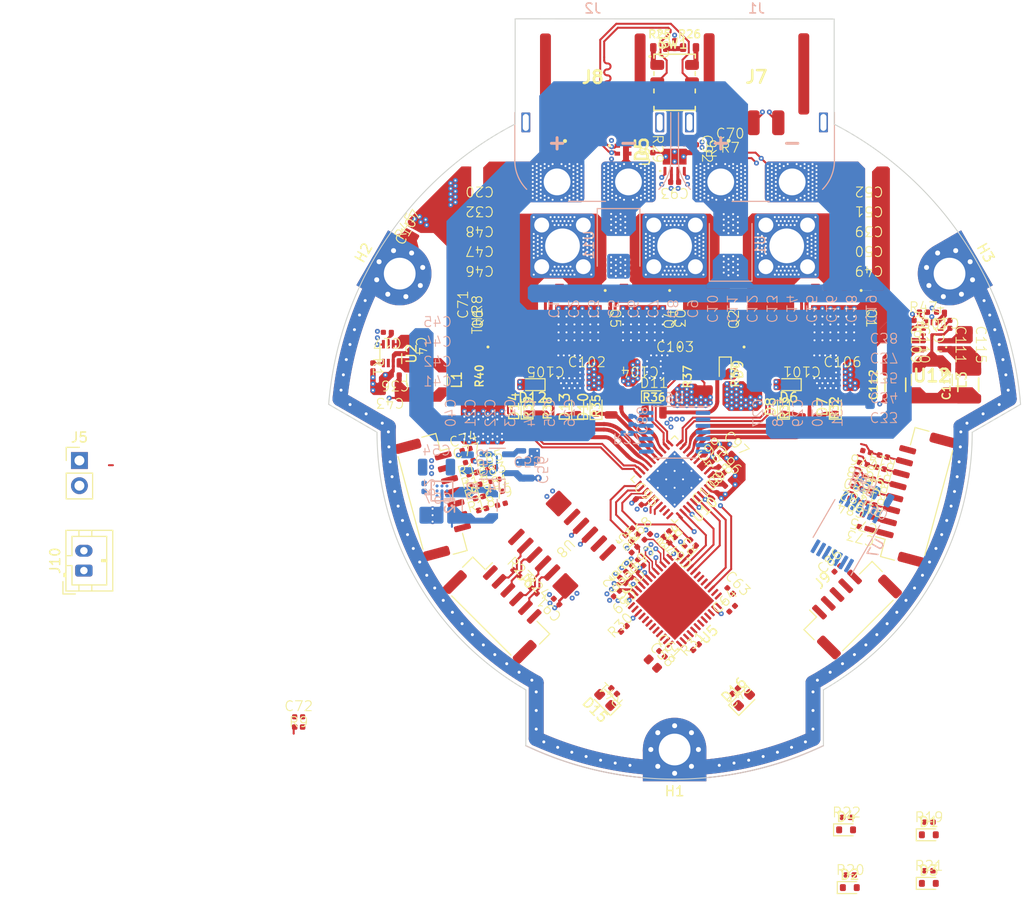
<source format=kicad_pcb>
(kicad_pcb (version 20221018) (generator pcbnew)
  (layers (0 "F.Cu" signal) (1 "In1.Cu" signal) (2 "In2.Cu" signal) (3 "In3.Cu" signal) (4 "In4.Cu" signal) (31 "B.Cu" signal) (34 "B.Paste" user) (35 "F.Paste" user) (36 "B.SilkS" user "B.Silkscreen") (37 "F.SilkS" user "F.Silkscreen") (38 "B.Mask" user) (39 "F.Mask" user) (44 "Edge.Cuts" user))
  (net 0 "")
  (net 1 "/Motor Control/Three Phase Inverter/SRC_LS_C")
  (net 2 "/Motor Control/Three Phase Inverter/SRC_LS_A")
  (net 3 "/Motor Control/Three Phase Inverter/SRC_LS_B")
  (net 4 "/Motor Control/GLA")
  (net 5 "/Motor Control/Three Phase Inverter/FET_GLA")
  (net 6 "/Motor Control/Three Phase Inverter/FET_GHA")
  (net 7 "/Motor Control/GHA")
  (net 8 "/Motor Control/GLC")
  (net 9 "/Motor Control/Three Phase Inverter/FET_GLC")
  (net 10 "/Motor Control/GLB")
  (net 11 "/Motor Control/Three Phase Inverter/FET_GLB")
  (net 12 "/Motor Control/GHC")
  (net 13 "/Motor Control/Three Phase Inverter/FET_GHC")
  (net 14 "/Motor Control/GHB")
  (net 15 "/Motor Control/Three Phase Inverter/FET_GHB")
  (net 16 "/Interconnects/AUX2P_A")
  (net 17 "/Interconnects/AUX2_A")
  (net 18 "GND")
  (net 19 "+3V3")
  (net 20 "/Microcontroller IO/DRV_MISO")
  (net 21 "/Power Generation/MODE_5V")
  (net 22 "+5V")
  (net 23 "/Interconnects/AUX1_E_K")
  (net 24 "/Interconnects/AUX1_E")
  (net 25 "/Interconnects/AUX2_B_K")
  (net 26 "/Interconnects/AUX2_B")
  (net 27 "/Interconnects/AUX1_D_K")
  (net 28 "/Interconnects/AUX1_D")
  (net 29 "/Microcontroller IO/MOTOR_FAULT")
  (net 30 "/Interconnects/AUX2P_D")
  (net 31 "/Interconnects/AUX2_D")
  (net 32 "/Interconnects/AUX2P_C")
  (net 33 "/Interconnects/AUX2_C")
  (net 34 "/Interconnects/AUX2P_B")
  (net 35 "/Interconnects/AUX1P_E")
  (net 36 "/Interconnects/AUX2_C_K")
  (net 37 "/Microcontroller IO/FILTER_SOA")
  (net 38 "/Microcontroller IO/SOA")
  (net 39 "/Microcontroller IO/FILTER_SOB")
  (net 40 "/Microcontroller IO/SOB")
  (net 41 "/Microcontroller IO/FILTER_SOC")
  (net 42 "/Microcontroller IO/SOC")
  (net 43 "/Interconnects/AUX1P_D")
  (net 44 "+VBAT")
  (net 45 "/Microcontroller IO/SENSE_VBAT")
  (net 46 "/Interconnects/AUX1P_C")
  (net 47 "/Interconnects/AUX1_C")
  (net 48 "/Interconnects/AUX1P_B")
  (net 49 "/Interconnects/AUX1_B")
  (net 50 "/Microcontroller IO/SENSE_TEMP_FET")
  (net 51 "/Microcontroller IO/SENSE_TEMP_MOT")
  (net 52 "/Position Sensors/COMM_VDD")
  (net 53 "/Position Sensors/DIS_VDD3V")
  (net 54 "/Interconnects/AUX1P_A")
  (net 55 "/Interconnects/AUX1_A")
  (net 56 "/Microcontroller IO/BOARD_VERSION")
  (net 57 "+A3V3")
  (net 58 "/FDCAN Transceiver/FDCAN_P")
  (net 59 "/FDCAN Transceiver/FDCAN_N")
  (net 60 "/Interconnects/POS_SENSOR_CS")
  (net 75 "/FDCAN Transceiver/FDCAN_TX")
  (net 76 "/FDCAN Transceiver/FDCAN_RX")
  (net 77 "/Microcontroller IO/DRV_MOSI")
  (net 78 "/Microcontroller IO/MOTOR_ENABLE")
  (net 79 "/Microcontroller IO/MOTOR_HIZ")
  (net 80 "/Interconnects/NRST")
  (net 81 "/Microcontroller IO/PWM_PHASEA")
  (net 82 "/Microcontroller IO/PWM_PHASEB")
  (net 83 "/Microcontroller IO/PWM_PHASEC")
  (net 84 "/Microcontroller IO/DRV_CS")
  (net 85 "/Microcontroller IO/RS422_~{RE}")
  (net 86 "/Microcontroller IO/RS422_DE")
  (net 87 "/LED Indicators/LED1")
  (net 88 "/LED Indicators/LED2")
  (net 89 "/Interconnects/AUX2_I2C_PULLUP")
  (net 90 "/Interconnects/SWDIO")
  (net 91 "/Interconnects/SWCLK")
  (net 92 "/Microcontroller IO/DRV_SCLK")
  (net 93 "/Interconnects/AUX1_I2C_PULLUP")
  (net 94 "/Motor Control/CPL")
  (net 95 "/Motor Control/CPH")
  (net 96 "/Motor Control/VCP")
  (net 97 "/Motor Control/SHA")
  (net 98 "/Motor Control/SA_P")
  (net 99 "/Motor Control/SA_N")
  (net 100 "/Motor Control/SB_N")
  (net 101 "/Motor Control/SB_P")
  (net 102 "/Motor Control/SHB")
  (net 103 "/Motor Control/SHC")
  (net 104 "/Motor Control/SC_P")
  (net 105 "/Motor Control/SC_N")
  (net 106 "/Motor Control/DVDD")
  (net 107 "/Motor Control/VGLS")
  (net 108 "/Power Generation/VCC_5V")
  (net 109 "/Power Generation/FB_5V")
  (net 110 "/Power Generation/~{RST}_5V")
  (net 111 "/Power Generation/LX_5V")
  (net 112 "/Motor Control/Three Phase Inverter/PHC")
  (net 113 "/Power Generation/FB_3V3")
  (net 114 "/Interconnects/NTC_MOT_H")
  (net 115 "/Interconnects/NTC_MOT_L")
  (net 116 "/Motor Control/Three Phase Inverter/PHA")
  (net 117 "/Motor Control/Three Phase Inverter/PHB")
  (net 118 "/Power Generation/SW_3V3")
  (net 119 "/Power Generation/PG_3V3")
  (net 122 "/Power Generation/MODE_3V3")
  (net 123 "/Power Generation/ADJ_A3V3")
  (net 124 "/Interconnects/CAN_TERM_MID")
  (net 125 "/Interconnects/CAN_TERM_B")
  (net 126 "/Interconnects/CAN_TERM_T")
  (net 129 "/FDCAN Transceiver/FDCAN_S")
  (net 130 "/LED Indicators/LED1_A")
  (net 131 "/LED Indicators/LED2_A")
  (net 132 "CHASSIS")
  (net 133 "/Power Generation/VID_3V3")
  (net 134 "/Interconnects/RS422_R+")
  (net 135 "/Interconnects/RS422_R-")
  (net 136 "/Interconnects/RS422_D-")
  (net 137 "/Interconnects/RS422_D+")
  (net 138 "+12V")
  (net 139 "/Power Generation/SW_12V")
  (net 140 "/Power Generation/PG_12V")
  (net 141 "/Power Generation/FB_12V")
  (net 142 "/Power Generation/VCC_12V")
  (net 143 "/Power Generation/BOOT_12V")
  (footprint "0_capacitor_smd:C_1210_3225_DensityHigh" (layer "F.Cu") (at 179.500002 94.915001 90)
    (fp_text reference "C113")
    (fp_text value "15u X7R 25V" hide)
  )
  (footprint "0_transistor_fet:2-5Q1S" (layer "F.Cu") (at 133.785001 88.3 90)
    (fp_text reference "Q6")
    (fp_text value "TPH2R408QM,L1Q" hide)
  )
  (footprint "0_resistor_smd:R_0402_1005_DensityHigh" (layer "F.Cu") (at 130.204713 106.271436 15)
    (fp_text reference "R17")
    (fp_text value "100R" hide)
  )
  (footprint "0_capacitor_smd:C_0402_1005_DensityHigh" (layer "F.Cu") (at 167.961133 106.48545 165)
    (fp_text reference "C84")
    (fp_text value "DNP" hide)
  )
  (footprint "0_capacitor_smd:C_0603_1608_DensityHigh" (layer "F.Cu") (at 147.706453 123.037443 -45)
    (fp_text reference "C58")
    (fp_text value "4u7" hide)
  )
  (footprint "0_capacitor_smd:C_0402_1005_DensityHigh" (layer "F.Cu") (at 166.3 113.475 45)
    (fp_text reference "C86")
    (fp_text value "100n" hide)
  )
  (footprint "0_capacitor_smd:C_1206_3216_DensityHigh" (layer "F.Cu") (at 169.5 73.749999 180)
    (fp_text reference "C52")
    (fp_text value "4u7 100V" hide)
  )
  (footprint "0_capacitor_smd:C_1206_3216_DensityHigh" (layer "F.Cu") (at 130.25 73.75 180)
    (fp_text reference "C20")
    (fp_text value "4u7 100V" hide)
  )
  (footprint "0_resistor_smd:R_0402_1005_DensityHigh" (layer "F.Cu") (at 129.548009 103.859204 15)
    (fp_text reference "R15")
    (fp_text value "100R" hide)
  )
  (footprint "0_resistor_smd:R_0402_1005_DensityHigh" (layer "F.Cu") (at 123.186362 79.157596 60)
    (fp_text reference "R45")
    (fp_text value "100k" hide)
  )
  (footprint "0_capacitor_smd:C_0402_1005_DensityHigh" (layer "F.Cu") (at 128.881639 101.449568 15)
    (fp_text reference "C74")
    (fp_text value "100n" hide)
  )
  (footprint "0_diode_smd:D_SOD-523_Spaced" (layer "F.Cu") (at 147.825 96.125)
    (fp_text reference "D11")
    (fp_text value "BAT41KFILM" hide)
  )
  (footprint "0_package_SON:HVSON-8-1EP_3x3mm_P0.65mm_EP1.6x2.4mm_ThermalVias" (layer "F.Cu") (at 149.9 71.9 90)
    (fp_text reference "U9")
    (fp_text value "TCAN1051HGVDRBRQ1" hide)
  )
  (footprint "0_capacitor_smd:C_0402_1005_DensityHigh" (layer "F.Cu") (at 155.7 117.5 45)
    (fp_text reference "C64")
    (fp_text value "100n" hide)
  )
  (footprint "0_capacitor_smd:C_1206_3216_DensityHigh" (layer "F.Cu") (at 169.5 79.75 180)
    (fp_text reference "C50")
    (fp_text value "4u7 100V" hide)
  )
  (footprint "0_capacitor_smd:C_0402_1005_DensityHigh" (layer "F.Cu") (at 123.24 91.019998 -90)
    (fp_text reference "C4")
    (fp_text value "1u X7R 100V" hide)
  )
  (footprint "0_transistor_fet:2-5Q1S" (layer "F.Cu") (at 166 88.2 -90)
    (fp_text reference "Q1")
    (fp_text value "TPH2R408QM,L1Q" hide)
  )
  (footprint "0_transistor_fet:2-5Q1S" (layer "F.Cu") (at 140.2 88.2 -90)
    (fp_text reference "Q5")
    (fp_text value "TPH2R408QM,L1Q" hide)
  )
  (footprint "0_connectors:1054301203" (layer "F.Cu") (at 158.15 63.8 180)
    (fp_text reference "J7")
    (fp_text value "Nano-Fit 1x03" hide)
  )
  (footprint "0_resistor_smd:R_0805_2012_DensityHigh" (layer "F.Cu") (at 164.525 97.25 -90)
    (fp_text reference "R32")
    (fp_text value "7R5" hide)
  )
  (footprint "0_net_tie:NetTie-2_SMD_Pad0.3mm" (layer "F.Cu") (at 136.45 85.65 135)
    (fp_text reference "NT12" hide)
    (fp_text value "SRC_HS_C" hide)
  )
  (footprint "0_net_tie:NetTie-2_SMD_Pad0.2mm" (layer "F.Cu") (at 131.925 93.225 90)
    (fp_text reference "NT13" hide)
    (fp_text value "SHNTC_P" hide)
  )
  (footprint "Diode_SMD:D_SOD-523" (layer "F.Cu") (at 135.575 94.9 180)
    (fp_text reference "D12")
    (fp_text value "BAT41KFILM")
  )
  (footprint "0_resistor_smd:R_0402_1005_DensityHigh" (layer "F.Cu") (at 155.5 71.5)
    (fp_text reference "R7")
    (fp_text value "4.7k 1%" hide)
  )
  (footprint "Diode_SMD:D_SOD-523" (layer "F.Cu") (at 166.1 97.125 90)
    (fp_text reference "D7")
    (fp_text value "BAT41KFILM")
  )
  (footprint "LED_SMD:LED_0603_1608Metric" (layer "F.Cu") (at 156.9 126.7 45)
    (fp_text reference "D16")
    (fp_text value "LED")
  )
  (footprint "0_resistor_smd:R_0402_1005_DensityHigh" (layer "F.Cu") (at 170.299678 104.519355 165)
    (fp_text reference "R12")
    (fp_text value "100R" hide)
  )
  (footprint "0_capacitor_smd:C_1206_3216_DensityHighest" (layer "F.Cu") (at 162.725 93.1 180)
    (fp_text reference "C101")
    (fp_text value "100n X7R 100V" hide)
  )
  (footprint "0_resistor_smd:R_0402_1005_DensityHigh" (layer "F.Cu") (at 174.975003 87.59)
    (fp_text reference "R47")
    (fp_text value "9k09" hide)
  )
  (footprint "0_capacitor_smd:C_0402_1005_DensityHigh" (layer "F.Cu") (at 153.975 106.15 45)
    (fp_text reference "C100")
    (fp_text value "1u X7R 16V" hide)
  )
  (footprint "0_transistor_fet:2-5Q1S" (layer "F.Cu") (at 146.7 88.2 -90)
    (fp_text reference "Q3")
    (fp_text value "TPH2R408QM,L1Q" hide)
  )
  (footprint "0_resistor_smd:R_0805_2012_DensityHigh" (layer "F.Cu") (at 162.475 97.25 90)
    (fp_text reference "R33")
    (fp_text value "7R5" hide)
  )
  (footprint "0_capacitor_smd:C_1206_3216_DensityHigh" (layer "F.Cu") (at 169.5 75.75 180)
    (fp_text reference "C51")
    (fp_text value "4u7 100V" hide)
  )
  (footprint "0_resistor_smd:R_0402_1005_DensityHigh" (layer "F.Cu") (at 145.25 110.35 135)
    (fp_text reference "R5")
    (fp_text value "22R" hide)
  )
  (footprint "Diode_SMD:D_SOD-523" (layer "F.Cu") (at 167.185 139.8)
    (fp_text reference "D4")
    (fp_text value "BAT41KFILM")
  )
  (footprint "0_capacitor_smd:C_1206_3216_DensityHigh" (layer "F.Cu") (at 130.25 79.75 180)
    (fp_text reference "C47")
    (fp_text value "4u7 100V" hide)
  )
  (footprint "0_resistor_smd:R_0805_2012_DensityHigh" (layer "F.Cu") (at 136.625 97.225 90)
    (fp_text reference "R39")
    (fp_text value "7R5" hide)
  )
  (footprint "0_capacitor_smd:C_0402_1005_DensityHigh" (layer "F.Cu") (at 168.609307 104.066426 165)
    (fp_text reference "C80")
    (fp_text value "DNP" hide)
  )
  (footprint "0_capacitor_smd:C_0402_1005_DensityHigh" (layer "F.Cu") (at 146.275 106.725 -45)
    (fp_text reference "C95")
    (fp_text value "100n X7R 16V" hide)
  )
  (footprint "0_interface_uart:SOIC-14 5.4mm" (layer "F.Cu") (at 138.550939 111.046394 -135)
    (fp_text reference "U8")
    (fp_text value "SN65HVD35DR" hide)
  )
  (footprint "0_capacitor_smd:C_0402_1005_DensityHigh" (layer "F.Cu") (at 155.5 115.7 -45)
    (fp_text reference "C63")
    (fp_text value "1u X7R 100V" hide)
  )
  (footprint "0_capacitor_smd:C_0402_1005_DensityHigh" (layer "F.Cu") (at 177.649999 88.815003 90)
    (fp_text reference "C114")
    (fp_text value "100n X7R 100V" hide)
  )
  (footprint "0_resistor_smd:R_0402_1005_DensityHigh" (layer "F.Cu") (at 167.235 138.545)
    (fp_text reference "R22")
    (fp_text value "2k" hide)
  )
  (footprint "0_connectors:1054301203" (layer "F.Cu") (at 141.65 63.825 180)
    (fp_text reference "J8")
    (fp_text value "Nano-Fit 1x03" hide)
  )
  (footprint "0_resistor_smd:R_1206_3216_DensityHigh" (layer "F.Cu") (at 157.725 94.025 90)
    (fp_text reference "R34")
    (fp_text value "0m5" hide)
  )
  (footprint "0_capacitor_smd:C_0402_1005_DensityHigh" (layer "F.Cu") (at 169.232515 108.115699 165)
    (fp_text reference "C75")
    (fp_text value "100n" hide)
  )
  (footprint "0_capacitor_smd:C_0402_1005_DensityHigh" (layer "F.Cu") (at 145.875 113.45 135)
    (fp_text reference "C65")
    (fp_text value "100n" hide)
  )
  (footprint "0_net_tie:NetTie-2_SMD_Pad0.2mm" (layer "F.Cu") (at 157.725 93.225001 -90)
    (fp_text reference "NT7" hide)
    (fp_text value "SHNTA_P" hide)
  )
  (footprint "0_resistor_smd:R_0402_1005_DensityHigh" (layer "F.Cu") (at 169.652631 106.934175 165)
    (fp_text reference "R10")
    (fp_text value "100R" hide)
  )
  (footprint "0_resistor_smd:R_0402_1005_DensityHigh" (layer "F.Cu") (at 130.528236 107.478841 15)
    (fp_text reference "R18")
    (fp_text value "100R" hide)
  )
  (footprint "0_resistor_smd:R_0402_1005_DensityHigh" (layer "F.Cu") (at 147.7 71.1 -90)
    (fp_text reference "R29")
    (fp_text value "10k 1%" hide)
  )
  (footprint "0_capacitor_smd:C_0805_2012_DensityHighest" (layer "F.Cu") (at 121.24 95.27 180)
    (fp_text reference "C43")
    (fp_text value "10u X7R 6.3V" hide)
  )
  (footprint "0_resistor_smd:R_0402_1005_DensityHigh" (layer "F.Cu") (at 130.5 88.45 90)
    (fp_text reference "TH1")
    (fp_text value "47k 1% NTC" hide)
  )
  (footprint "0_capacitor_smd:C_0402_1005_DensityHigh" (layer "F.Cu") (at 129.209992 102.655682 15)
    (fp_text reference "C77")
    (fp_text value "100n" hide)
  )
  (footprint "0_capacitor_smd:C_1206_3216_DensityHigh" (layer "F.Cu") (at 169.5 77.750001 180)
    (fp_text reference "C39")
    (fp_text value "4u7 100V" hide)
  )
  (footprint "0_capacitor_smd:C_0402_1005_DensityHigh" (layer "F.Cu") (at 144.05 115.975 -135)
    (fp_text reference "C59")
    (fp_text value "100n" hide)
  )
  (footprint "0_capacitor_smd:C_0402_1005_DensityHigh" (layer "F.Cu") (at 168.90899 109.323106 165)
    (fp_text reference "C73")
    (fp_text value "100n" hide)
  )
  (footprint "0_pad:MountingHole_3.2mm_M3_Pad_Via" (layer "F.Cu") (at 149.9 131.7 180)
    (fp_text reference "H1")
    (fp_text value "M3" hide)
  )
  (footprint "0_capacitor_smd:C_0402_1005_DensityHigh" (layer "F.Cu") (at 168.932829 102.859021 165)
    (fp_text reference "C78")
    (fp_text value "DNP" hide)
  )
  (footprint "0_resistor_smd:R_1206_3216_DensityHigh" (layer "F.Cu") (at 131.925 94.024999 90)
    (fp_text reference "R40")
    (fp_text value "0m5" hide)
  )
  (footprint "Diode_SMD:D_SOD-523" (layer "F.Cu") (at 175.525 140.3)
    (fp_text reference "D1")
    (fp_text value "BAT41KFILM")
  )
  (footprint "0_switching_regulator:LMR36006FSCQRNXRQ1" (layer "F.Cu") (at 175.824997 90.015001 180)
    (fp_text reference "U12")
    (fp_text value "LMR36015FSCQRNXTQ1" hide)
  )
  (footprint "0_capacitor_smd:C_0402_1005_DensityHigh" (layer "F.Cu") (at 131.46054 103.346747 15)
    (fp_text reference "C85")
    (fp_text value "DNP" hide)
  )
  (footprint "0_capacitor_smd:C_0402_1005_DensityHigh" (layer "F.Cu") (at 176.700005 87.589997 180)
    (fp_text reference "C108")
    (fp_text value "1u X7R 100V" hide)
  )
  (footprint "0_capacitor_smd:C_0402_1005_DensityHigh" (layer "F.Cu") (at 173.999999 90.864999 -90)
    (fp_text reference "C110")
    (fp_text value "220n X7R 100V" hide)
  )
  (footprint "0_capacitor_smd:C_0402_1005_DensityHigh" (layer "F.Cu") (at 152.1 71.1 -90)
    (fp_text reference "C92")
    (fp_text value "100n" hide)
  )
  (footprint "0_capacitor_smd:C_0402_1005_DensitySpaced" (layer "F.Cu") (at 153.325 101.45 -135)
    (fp_text reference "C94")
    (fp_text value "1u X7R 25V" hide)
  )
  (footprint "0_capacitor_smd:C_1206_3216_DensityHigh" (layer "F.Cu") (at 130.25 75.750001 180)
    (fp_text reference "C32")
    (fp_text value "4u7 100V" hide)
  )
  (footprint "Connector_JST:JST_GH_SM06B-GHS-TB_1x06-1MP_P1.25mm_Horizontal" (layer "F.Cu") (at 132.222334 117.375 -45)
    (fp_text reference "J6")
    (fp_text value "SM06B-GHS-TB")
  )
  (footprint "0_net_tie:NetTie-2_SMD_Pad0.2mm" (layer "F.Cu") (at 131.925 94.824998 -90)
    (fp_text reference "NT14" hide)
    (fp_text value "SHNTC_N" hide)
  )
  (footprint "Package_DFN_QFN:DFN-8_2x2mm_P0.5mm" (layer "F.Cu") (at 121.29 91.769999 -90)
    (fp_text reference "U2")
    (fp_text value "MAX15062BATA+T")
  )
  (footprint "0_pad:MountingHole_3.2mm_M3_Pad_Via" (layer "F.Cu") (at 122.187188 83.699999 60)
    (fp_text reference "H2")
    (fp_text value "M3" hide)
  )
  (footprint "0_capacitor_smd:C_0402_1005_DensityHigh" (layer "F.Cu") (at 121.74 93.92 180)
    (fp_text reference "C36")
    (fp_text value "1u X7R 100V" hide)
  )
  (footprint "0_resistor_smd:R_0402_1005_DensityHigh" (layer "F.Cu") (at 119.49 93.12 -90)
    (fp_text reference "R1")
    (fp_text value "0R" hide)
  )
  (footprint "0_resistor_smd:R_0805_2012_DensityHigh" (layer "F.Cu") (at 138.6 97.275 90)
    (fp_text reference "R38")
    (fp_text value "7R5" hide)
  )
  (footprint "Package_DFN_QFN:QFN-48-1EP_7x7mm_P0.5mm_EP5.6x5.6mm" (layer "F.Cu") (at 149.925 116.7 -135)
    (fp_text reference "U5")
    (fp_text value "STM32G474CEUx")
  )
  (footprint "0_capacitor_smd:C_0402_1005_DensityHigh" (layer "F.Cu") (at 145.85 111.55 -135)
    (fp_text reference "C69")
    (fp_text value "1n" hide)
  )
  (footprint "0_resistor_smd:R_0402_1005_DensityHigh" (layer "F.Cu") (at 175.545 139.025)
    (fp_text reference "R19")
    (fp_text value "2k" hide)
  )
  (footprint "0_resistor_smd:R_0402_1005_DensityHigh" (layer "F.Cu") (at 167.61 144.35)
    (fp_text reference "R20")
    (fp_text value "2k" hide)
  )
  (footprint "0_resistor_smd:R_0402_1005_DensityHigh" (layer "F.Cu") (at 129.881188 105.064027 15)
    (fp_text reference "R16")
    (fp_text value "100R" hide)
  )
  (footprint "0_capacitor_smd:C_0402_1005_DensityHigh" (layer "F.Cu") (at 155.35 101.575 -45)
    (fp_text reference "C97")
    (fp_text value "470n X7R 100V" hide)
  )
  (footprint "Connector_JST:JST_GH_SM08B-GHS-TB_1x08-1MP_P1.25mm_Horizontal" (layer "F.Cu") (at 174.047532 106.170641 75)
    (fp_text reference "J3")
    (fp_text value "SM08B-GHS-TB")
  )
  (footprint "0_net_tie:NetTie-2_SMD_Pad0.2mm" (layer "F.Cu") (at 93.075 103.025 180)
    (fp_text reference "NT4" hide)
    (fp_text value "NTC_MOT_H" hide)
  )
  (footprint "0_capacitor_smd:C_0402_1005_DensityHigh" (layer "F.Cu") (at 177.655 90.865 -90)
    (fp_text reference "C111")
    (fp_text value "220n X7R 100V" hide)
  )
  (footprint "0_capacitor_smd:C_0402_1005_DensityHigh" (layer "F.Cu") (at 138 116.775 135)
    (fp_text reference "C91")
    (fp_text value "100n" hide)
  )
  (footprint "0_capacitor_smd:C_0402_1005_DensityHigh" (layer "F.Cu") (at 149.9 60.6 90)
    (fp_text reference "C87")
    (fp_text value "4u7" hide)
  )
  (footprint "0_capacitor_smd:C_0402_1005_DensityHigh" (layer "F.Cu") (at 155.5 70.65)
    (fp_text reference "C70")
    (fp_text value "100n" hide)
  )
  (footprint "0_capacitor_smd:C_0402_1005_DensityHigh" (layer "F.Cu") (at 169.255226 101.655823 165)
    (fp_text reference "C76")
    (fp_text value "DNP" hide)
  )
  (footprint "0_capacitor_smd:C_0402_1005_DensityHigh" (layer "F.Cu") (at 112 128.4)
    (fp_text reference "C72")
    (fp_text value "100n" hide)
  )
  (footprint "Inductor_SMD:L_Coilcraft_LPS4018" (layer "F.Cu") (at 175.825 94.415 -90)
    (fp_text reference "L3")
    (fp_text value "LPS4018-223MRC")
  )
  (footprint "Diode_SMD:D_SOD-523" (layer "F.Cu") (at 135.025 97.1 90)
    (fp_text reference "D14")
    (fp_text value "BAT41KFILM")
  )
  (footprint "0_resistor_smd:R_0402_1005_DensityHigh" (layer "F.Cu") (at 149.65 110.55 45)
    (fp_text reference "R44")
    (fp_text value "DNP" hide)
  )
  (footprint "Diode_SMD:D_SOD-523" (layer "F.Cu") (at 161.4 94.9 180)
    (fp_text reference "D6")
    (fp_text value "BAT41KFILM")
  )
  (footprint "0_pad:Pad_Square_Vias_6.5x6.5mm" (layer "F.Cu") (at 161.2 80.9 180)
    (fp_text reference "J11" hide)
    (fp_text value "Phase A" hide)
  )
  (footprint "0_capacitor_smd:C_0402_1005_DensityHigh" (layer "F.Cu") (at 149.9 74.5 180)
    (fp_text reference "C93")
    (fp_text value "100n" hide)
  )
  (footprint "Diode_SMD:D_SOD-523" (layer "F.Cu") (at 160.875 97.125 90)
    (fp_text reference "D8")
    (fp_text value "BAT41KFILM")
  )
  (footprint "0_capacitor_smd:C_0402_1005_DensityHigh" (layer "F.Cu") (at 155.275 104.825 45)
    (fp_text reference "C98")
    (fp_text value "1u X7R 25V" hide)
  )
  (footprint "Connector_JST:JST_GH_SM05B-GHS-TB_1x05-1MP_P1.25mm_Horizontal" (layer "F.Cu") (at 167.57751 117.377616 45)
    (fp_text reference "J9")
    (fp_text value "SM05B-GHS-TB")
  )
  (footprint "0_capacitor_smd:C_0402_1005_DensitySpaced" (layer "F.Cu") (at 154.075 102.175 45)
    (fp_text reference "C99")
    (fp_text value "100n X7R 100V" hide)
  )
  (footprint "0_capacitor_smd:C_1206_3216_DensityHigh" (layer "F.Cu") (at 130.25 77.75 180)
    (fp_text reference "C48")
    (fp_text value "4u7 100V" hide)
  )
  (footprint "0_pad:MountingHole_3.2mm_M3_Pad_Via" (layer "F.Cu") (at 177.612811 83.7 -60)
    (fp_text reference "H3")
    (fp_text value "M3" hide)
  )
  (footprint "0_transistor_fet:2-5Q1S" (layer "F.Cu") (at 159.6 88.3 90)
    (fp_text reference "Q2")
    (fp_text value "TPH2R408QM,L1Q" hide)
  )
  (footprint "0_capacitor_smd:C_1206_3216_DensityHigh" (layer "F.Cu") (at 172.55 90.865001 -90)
    (fp_text reference "C109")
    (fp_text value "4u7 X7R 100V" hide)
  )
  (footprint "0_capacitor_smd:C_0402_1005_DensityHigh" (layer "F.Cu") (at 131.784063 104.554156 15)
    (fp_text reference "C83")
    (fp_text value "DNP" hide)
  )
  (footprint "0_resistor_smd:R_0402_1005_DensityHigh" (layer "F.Cu") (at 156 125.8 -135)
    (fp_text reference "R42")
    (fp_text value "560R" hide)
  )
  (footprint "0_resistor_smd:R_1206_3216_DensityHigh" (layer "F.Cu") (at 152.9 94.1 90)
    (fp_text reference "R37")
    (fp_text value "0m5" hide)
  )
  (footprint "0_capacitor_smd:C_0402_1005_DensityHigh" (layer "F.Cu") (at 132.112416 105.760266 15)
    (fp_text reference "C81")
    (fp_text value "DNP" hide)
  )
  (footprint "0_capacitor_smd:C_0402_1005_DensityHigh" (layer "F.Cu") (at 147.15 110.25 45)
    (fp_text reference "C68")
    (fp_text value "1n" hide)
  )
  (footprint "0_capacitor_smd:C_1206_3216_DensityHighest" (layer "F.Cu") (at 141.05 93.1)
    (fp_text reference "C102")
    (fp_text value "4u7 100V" hide)
  )
  (footprint "0_resistor_smd:R_0402_1005_DensityHigh" (layer "F.Cu") (at 135.706719 115.66215 -45)
    (fp_text reference "R24")
    (fp_text value "120R" hide)
  )
  (footprint "0_resistor_smd:R_0402_1005_DensityHigh" (layer "F.Cu") (at 133.938953 113.894385 -45)
    (fp_text reference "R23")
    (fp_text value "120R" hide)
  )
  (footprint "0_capacitor_smd:C_0402_1005_DensityHigh" (layer "F.Cu") (at 146.475 112.85 135)
    (fp_text reference "C60")
    (fp_text value "4u7" hide)
  )
  (footprint "0_capacitor_smd:C_1210_3225_DensityHigh" (layer "F.Cu") (at 172.150002 94.915002 90)
    (fp_text reference "C112")
    (fp_text value "15u X7R 25V" hide)
  )
  (footprint "0_resistor_smd:R_0603_1608_DensityHigh" (layer "F.Cu") (at 151.4 60.9)
    (fp_text reference "R26")
    (fp_text value "60R" hide)
  )
  (footprint "0_resistor_smd:R_0402_1005_DensityHigh" (layer "F.Cu") (at 130.5 86.825 90)
    (fp_text reference "R8")
    (fp_text value "10k 1%" hide)
  )
  (footprint "0_resistor_smd:R_0402_1005_DensityHigh" (layer "F.Cu") (at 149.074396 109.974401 -135)
    (fp_text reference "R43")
    (fp_text value "100k 1%" hide)
  )
  (footprint "0_net_tie:NetTie-2_SMD_Pad0.2mm" (layer "F.Cu") (at 121.59 96.24)
    (fp_text reference "NT1" hide)
    (fp_text value "FB_5V" hide)
  )
  (footprint "0_net_tie:NetTie-2_SMD_Pad0.3mm" (layer "F.Cu") (at 162.1 85.7 135)
    (fp_text reference "NT6" hide)
    (fp_text value "SRC_HS_A" hide)
  )
  (footprint "Diode_SMD:D_SOD-523" (layer "F.Cu") (at 175.525 145.2)
    (fp_text reference "D3")
    (fp_text value "BAT41KFILM")
  )
  (footprint "0_pad:Pad_Square_Vias_6.5x6.5mm" (layer "F.Cu") (at 149.9 80.9 180)
    (fp_text reference "J12" hide)
    (fp_text value "Phase B" hide)
  )
  (footprint "LED_SMD:LED_0603_1608Metric" (layer "F.Cu") (at 142.9 126.7 135)
    (fp_text reference "D15")
    (fp_text value "LED")
  )
  (footprint "0_resistor_smd:R_0603_1608_DensityHigh" (layer "F.Cu") (at 148.4 60.9)
    (fp_text reference "R25")
    (fp_text value "60R" hide)
  )
  (footprint "0_resistor_smd:R_0402_1005_DensityHigh" (layer "F.Cu") (at 145.9 109.7 135)
    (fp_text reference "R4")
    (fp_text value "22R" hide)
  )
  (footprint "0_resistor_smd:R_0402_1005_DensityHigh" (layer "F.Cu") (at 112 129.43)
    (fp_text reference "R9")
    (fp_text value "10k 1%" hide)
  )
  (footprint "0_pad:Pad_Square_Vias_6.5x6.5mm" (layer "F.Cu") (at 138.6 80.9)
    (fp_text reference "J13" hide)
    (fp_text value "Phase C" hide)
  )
  (footprint "0_capacitor_smd:C_1206_3216_DensityHigh" (layer "F.Cu") (at 130.25 81.75 180)
    (fp_text reference "C46")
    (fp_text value "4u7 100V" hide)
  )
  (footprint "0_capacitor_smd:C_0402_1005_DensityHigh" (layer "F.Cu") (at 129.65 86.825 90)
    (fp_text reference "C71")
    (fp_text value "100n" hide)
  )
  (footprint "0_resistor_smd:R_0402_1005_DensityHigh" (layer "F.Cu") (at 144.775 119.525 45)
    (fp_text reference "R30")
    (fp_text value "2k" hide)
  )
  (footprint "0_resistor_smd:R_0402_1005_DensityHigh" (layer "F.Cu") (at 170.623203 103.311955 165)
    (fp_text reference "R13")
    (fp_text value "100R" hide)
  )
  (footprint "Diode_SMD:D_SOD-523" (layer "F.Cu") (at 155 93.375 -90)
    (fp_text reference "D9")
    (fp_text value "BAT41KFILM")
  )
  (footprint "0_net_tie:NetTie-2_SMD_Pad0.2mm" (layer "F.Cu") (at 157.725 94.824999 -90)
    (fp_text reference "NT8" hide)
    (fp_text value "SHNTA_N" hide)
  )
  (footprint "Diode_SMD:D_SOD-523" (layer "F.Cu") (at 140.125 97.15 90)
    (fp_text reference "D13")
    (fp_text value "BAT41KFILM")
  )
  (footprint "0_net_tie:NetTie-2_SMD_Pad0.2mm" (layer "F.Cu") (at 152.9 93.300001 90)
    (fp_text reference "NT10" hide)
    (fp_text value "SHNTB_P" hide)
  )
  (footprint "0_resistor_smd:R_0402_1005_DensityHigh" (layer "F.Cu") (at 174.024999 88.815 -90)
    (fp_text reference "R46")
    (fp_text value "100k" hide)
  )
  (footprint "0_resistor_smd:R_0402_1005_DensityHigh" (layer "F.Cu") (at 175.545 143.925)
    (fp_text reference "R21")
    (fp_text value "2k" hide)
  )
  (footprint "0_capacitor_smd:C_1206_3216_DensityHigh" (layer "F.Cu") (at 179.1 90.865 -90)
    (fp_text reference "C115")
    (fp_text value "4u7 X7R 100V" hide)
  )
  (footprint "0_net_tie:NetTie-2_SMD_Pad0.3mm" (layer "F.Cu") (at 145.575 86.25 45)
    (fp_text reference "NT9" hide)
    (fp_text value "SRC_HS_B" hide)
  )
  (footprint "0_resistor_smd:R_0402_1005_DensityHigh" (layer "F.Cu") (at 151.75 110.85 135)
    (fp_text reference "R3")
    (fp_text value "22R" hide)
  )
  (footprint "0_resistor_smd:R_0805_2012_DensityHigh" (layer "F.Cu") (at 143.5 97.05 90)
    (fp_text reference "R35")
    (fp_text value "7R5" hide)
  )
  (footprint "0_capacitor_smd:C_1206_3216_DensityHighest" (layer "F.Cu") (at 146.4 93.1 180)
    (fp_text reference "C104")
    (fp_text value "4u7 100V" hide)
  )
  (footprint "0_capacitor_smd:C_0402_1005_DensityHigh" (layer "F.Cu") (at 168.285784 105.273834 165)
    (fp_text reference "C82")
    (fp_text value "DNP" hide)
  )
  (footprint "0_capacitor_smd:C_0402_1005_DensityHigh" (layer "F.Cu") (at 123.973862 79.579246 60)
    (fp_text reference "C107")
    (fp_text value "330n" hide)
  )
  (footprint "Connector_JST:JST_PH_B2B-PH-K_1x02_P2.00mm_Vertical" (layer "F.Cu") (at 90.35 113.65 90)
    (fp_text reference "J10")
    (fp_text value "B2B-PH-K-S (LF)(SN)")
  )
  (footprint "0_capacitor_smd:C_1206_3216_DensityHigh" (layer "F.Cu") (at 169.5 81.75 180)
    (fp_text reference "C49")
    (fp_text value "4u7 100V" hide)
  )
  (footprint "0_capacitor_smd:C_0402_1005_DensityHigh" (layer "F.Cu") (at 148.625694 122.047495 -45)
    (fp_text reference "C61")
    (fp_text value "100n" hide)
  )
  (footprint "Diode_SMD:D_SOD-523" (layer "F.Cu") (at 167.56 145.625)
    (fp_text reference "D2")
    (fp_text value "BAT41KFILM")
  )
  (footprint "0_capacitor_smd:C_0805_2012_DensityHigh" (layer "F.Cu") (at 149.95 92.875)
    (fp_text reference "C103")
    (fp_text value "100n X7R 100V" hide)
  )
  (footprint "0_capacitor_smd:C_0402_1005_DensityHigh" (layer "F.Cu") (at 144.675 114.65 135)
    (fp_text reference "C62")
    (fp_text value "1u X7R 100V" hide)
  )
  (footprint "0_capacitor_smd:C_0402_1005_DensityHigh" (layer "F.Cu") (at 145.275 114.05 135)
    (fp_text reference "C66")
    (fp_text value "100n" hide)
  )
  (footprint "0_resistor_smd:R_0402_1005_DensityHigh" (layer "F.Cu") (at 170.946728 102.104542 165)
    (fp_text reference "R14")
    (fp_text value "100R" hide)
  )
  (footprint "0_resistor_smd:R_0805_2012_DensityHigh" (layer "F.Cu") (at 147.820001 97.675)
    (fp_text reference "R36")
    (fp_text value "7R5" hide)
  )
  (footprint "0_capacitor_smd:C_0402_1005_DensityHigh" (layer "F.Cu") (at 154.632843 103.482843 -45)
    (fp_text reference "C96")
    (fp_text value "47n X7R 100V" hide)
  )
  (footprint "0_capacitor_smd:C_1206_3216_DensityHighest" (layer "F.Cu") (at 166.825 93.1)
    (fp_text reference "C106")
    (fp_text value "4u7 100V" hide)
  )
  (footprint "Inductor_SMD:L_Coilcraft_LPS4018" (layer "F.Cu") (at 124.94 94.42 -90)
    (fp_text reference "L1")
    (fp_text value "LPS4018-473MRC")
  )
  (footprint "0_resistor_smd:R_0402_1005_DensityHigh" (layer "F.Cu") (at 143.8 125.8 135)
    (fp_text reference "R41")
    (fp_text value "560R" hide)
  )
  (footprint "0_capacitor_smd:C_0402_1005_DensityHigh" (layer "F.Cu") (at 151.175 111.45 135)
    (fp_text reference "C67")
    (fp_text value "1n" hide)
  )
  (footprint "0_resistor_smd:R_0402_1005_DensityHigh" (layer "F.Cu") (at 169.976155 105.726765 165)
    (fp_text reference "R11")
    (fp_text value "100R" hide)
  )
  (footprint "Package_DFN_QFN:HVQFN-40-1EP_6x6mm_P0.5mm_EP4.1x4.1mm_ThermalVias" (layer "F.Cu") (at 149.9 104.45 -135)
    (fp_text reference "U10")
    (fp_text value "DRV8353FS")
  )
  (footprint "0_transistor_fet:2-5Q1S" (layer "F.Cu") (at 153.1 88.3 90)
    (fp_text reference "Q4")
    (fp_text value "TPH2R408QM,L1Q" hide)
  )
  (footprint "0_capacitor_smd:C_0402_1005_DensityHigh" (layer "F.Cu") (at 120.94 89.62 180)
    (fp_text reference "C17")
    (fp_text value "1u X7R 100V" hide)
  )
  (footprint "0_net_tie:NetTie-2_SMD_Pad0.2mm" (layer "F.Cu") (at 152.9 94.899999 -90)
    (fp_text reference "NT11" hide)
    (fp_text value "SHNTB_N" hide)
  )
  (footprint "0_net_tie:NetTie-2_SMD_Pad0.2mm" (layer "F.Cu") (at 111.5 129.9 -90)
    (fp_text reference "NT5" hide)
    (fp_text value "NTC_MOT_L" hide)
  )
  (footprint "Connector_PinHeader_2.54mm:PinHeader_1x02_P2.54mm_Vertical" (layer "F.Cu") (at 89.9 102.55)
    (fp_text reference "J5")
    (fp_text value "01x02 2.54mm Pads")
  )
  (footprint "Connector_JST:JST_GH_SM07B-GHS-TB_1x07-1MP_P1.25mm_Horizontal" (layer "F.Cu") (at 125.751857 106.170478 -75)
    (fp_text reference "J4")
    (fp_text value "SM07B-GHS-TB")
  )
  (footprint "0_resistor_smd:R_0402_1005_DensityHigh" (layer "F.Cu") (at 152.05 121.375 45)
    (fp_text reference "R31")
    (fp_text value "2k" hide)
  )
  (footprint "0_switch_button:CAS-220A_NDC-L" (layer "F.Cu") (at 149.9 64.4)
    (fp_text reference "SW1")
    (fp_text value "CAS-220TA" hide)
  )
  (footprint "0_resistor_smd:R_0402_1005_DensityHigh" (layer "F.Cu") (at 154.15 71.1 90)
    (fp_text reference "R6")
    (fp_text value "100k 1%" hide)
  )
  (footprint "0_capacitor_smd:C_0402_1005_DensityHigh" (layer "F.Cu") (at 132.435944 106.967673 15)
    (fp_text reference "C79")
    (fp_text value "DNP" hide)
  )
  (footprint "Diode_SMD:D_SOD-523" (layer "F.Cu") (at 141.975 97.15 90)
    (fp_text reference "D10")
    (fp_text value "BAT41KFILM")
  )
  (footprint "0_capacitor_smd:C_1206_3216_DensityHighest" (layer "F.Cu") (at 136.9 93.1 180)
    (fp_text reference "C105")
    (fp_text value "100n X7R 100V" hide)
  )
  (footprint "0_package_SOT_TO_SMD:SOT8009" (layer "F.Cu") (at 144.7 71.2 -90)
    (fp_text reference "D5")
    (fp_text value "PESD2CANFD27U-QCZ" hide)
  )
  (footprint "0_capacitor_smd:C_1206_3216_DensityHigh" (layer "B.Cu") (at 171 94.5)
    (fp_text reference "C34")
    (fp_text value "4u7 100V" hide)
  )
  (footprint "0_capacitor_smd:C_1206_3216_DensityHigh" (layer "B.Cu") (at 168 97.75 -90)
    (fp_text reference "C31")
    (fp_text value "4u7 100V" hide)
  )
  (footprint "0_capacitor_smd:C_1206_3216_DensityHigh" (layer "B.Cu") (at 136 87.25 90)
    (fp_text reference "C1")
    (fp_text value "4u7 100V" hide)
  )
  (footprint "0_capacitor_smd:C_1206_3216_DensityHigh" (layer "B.Cu") (at 126 90.25 180)
    (fp_text reference "C45")
    (fp_text value "4u7 100V" hide)
  )
  (footprint "0_resistor_smd:R_0402_1005_DensityHigh" (layer "B.Cu") (at 145.1 99.8)
    (fp_text reference "R27")
    (fp_text value "0R" hide)
  )
  (footprint "Diode_SMD:D_SMB" (layer "B.Cu") (at 155.55 80.8 90)
    (fp_text reference "U1")
    (fp_text value "SMBJ51CD-M3/H")
  )
  (footprint "Inductor_SMD:L_Coilcraft_LPS3314" (layer "B.Cu") (at 130.25 107.06555 -90)
    (fp_text reference "L2")
    (fp_text value "LPS3314-222MRC")
  )
  (footprint "0_capacitor_smd:C_1206_3216_DensityHigh" (layer "B.Cu") (at 135 97.75 -90)
    (fp_text reference "C23")
    (fp_text value "4u7 100V" hide)
  )
  (footprint "0_capacitor_smd:C_1206_3216_DensityHigh" (layer "B.Cu") (at 126.049999 108.06555 180)
    (fp_text reference "C57")
    (fp_text value "22u X7R 10V" hide)
  )
  (footprint "Package_TO_SOT_SMD:SOT-23-5" (layer "B.Cu") (at 132.024997 102.875002)
    (fp_text reference "U4")
    (fp_text value "LP2992IM5-3.3/NOPB")
  )
  (footprint "0_capacitor_smd:C_1206_3216_DensityHigh" (layer "B.Cu") (at 126 96.25 180)
    (fp_text reference "C41")
    (fp_text value "4u7 100V" hide)
  )
  (footprint "0_capacitor_smd:C_1206_3216_DensityHigh" (layer "B.Cu") (at 171 90.5)
    (fp_text reference "C37")
    (fp_text value "4u7 100V" hide)
  )
  (footprint "0_connectors:AMASS_XT60PW-M_1x02_P7.20mm_Horizontal" (layer "B.Cu") (at 161.75 74.45 180)
    (fp_text reference "J1")
    (fp_text value "XT60PW-M" hide)
  )
  (footprint "0_resistor_smd:R_0402_1005_DensityHigh" (layer "B.Cu") (at 124.649999 105.265552 90)
    (fp_text reference "R2")
    (fp_text value "0R" hide)
  )
  (footprint "0_resistor_smd:R_0402_1005_DensityHigh" (layer "B.Cu") (at 169.036407 104.66 -30)
    (fp_text reference "R28")
    (fp_text value "0R" hide)
  )
  (footprint "0_capacitor_smd:C_1206_3216_DensityHigh" (layer "B.Cu") (at 164 97.75 -90)
    (fp_text reference "C29")
    (fp_text value "4u7 100V" hide)
  )
  (footprint "0_capacitor_smd:C_1206_3216_DensityHigh" (layer "B.Cu") (at 140 87.25 90)
    (fp_text reference "C3")
    (fp_text value "4u7 100V" hide)
  )
  (footprint "0_capacitor_smd:C_0805_2012_DensityHighest" (layer "B.Cu") (at 135.087497 103.525005 90)
    (fp_text reference "C56")
    (fp_text value "10u X7R 6.3V" hide)
  )
  (footprint "0_capacitor_smd:C_1206_3216_DensityHigh" (layer "B.Cu") (at 129 97.75 -90)
    (fp_text reference "C40")
    (fp_text value "4u7 100V" hide)
  )
  (footprint "0_capacitor_smd:C_1206_3216_DensityHigh" (layer "B.Cu") (at 171 92.5)
    (fp_text reference "C35")
    (fp_text value "4u7 100V" hide)
  )
  (footprint "0_capacitor_smd:C_1206_3216_DensityHigh" (layer "B.Cu") (at 168 87.25 90)
    (fp_text reference "C19")
    (fp_text value "4u7 100V" hide)
  )
  (footprint "0_capacitor_smd:C_1206_3216_DensityHigh" (layer "B.Cu") (at 166 87.25 90)
    (fp_text reference "C18")
    (fp_text value "4u7 100V" hide)
  )
  (footprint "0_capacitor_smd:C_1206_3216_DensityHigh" (layer "B.Cu") (at 137 97.75 -90)
    (fp_text reference "C24")
    (fp_text value "4u7 100V" hide)
  )
  (footprint "0_capacitor_smd:C_0402_1005_DensityHigh" (layer "B.Cu") (at 135.075003 101.575001)
    (fp_text reference "C55")
    (fp_text value "10n" hide)
  )
  (footprint "0_capacitor_smd:C_0805_2012_DensityHighest" (layer "B.Cu") (at 170.79 106.19 -30)
    (fp_text reference "C90")
    (fp_text value "10u X7R 6.3V" hide)
  )
  (footprint "0_capacitor_smd:C_1206_3216_DensityHigh" (layer "B.Cu") (at 171 88.5)
    (fp_text reference "C38")
    (fp_text value "4u7 100V" hide)
  )
  (footprint "Package_SO:TSSOP-14_4.4x5mm_P0.65mm" (layer "B.Cu") (at 149.9 99.7 180)
    (fp_text reference "U6")
    (fp_text value "AS5047P")
  )
  (footprint "0_capacitor_smd:C_1206_3216_DensityHigh" (layer "B.Cu") (at 160 97.75 -90)
    (fp_text reference "C27")
    (fp_text value "4u7 100V" hide)
  )
  (footprint "0_connectors:AMASS_XT60PW-M_1x02_P7.20mm_Horizontal" (layer "B.Cu") (at 145.25 74.45 180)
    (fp_text reference "J2")
    (fp_text value "XT60PW-M" hide)
  )
  (footprint "0_capacitor_smd:C_1206_3216_DensityHigh" (layer "B.Cu") (at 162 87.25 90)
    (fp_text reference "C15")
    (fp_text value "4u7 100V" hide)
  )
  (footprint "0_net_tie:NetTie-2_SMD_Pad0.2mm" (layer "B.Cu") (at 127.449999 109.04055 90)
    (fp_text reference "NT3" hide)
    (fp_text value "FB_3V3" hide)
  )
  (footprint "0_capacitor_smd:C_1206_3216_DensityHigh" (layer "B.Cu") (at 158 87.25 90)
    (fp_text reference "C13")
    (fp_text value "4u7 100V" hide)
  )
  (footprint "0_capacitor_smd:C_1206_3216_DensityHigh" (layer "B.Cu") (at 131 97.75 -90)
    (fp_text reference "C21")
    (fp_text value "4u7 100V" hide)
  )
  (footprint "0_capacitor_smd:C_0402_1005_DensityHigh" (layer "B.Cu") (at 168.49 105.37 150)
    (fp_text reference "C89")
    (fp_text value "100n" hide)
  )
  (footprint "0_capacitor_smd:C_1206_3216_DensityHigh" (layer "B.Cu") (at 156 87.25 90)
    (fp_text reference "C12")
    (fp_text value "4u7 100V" hide)
  )
  (footprint "0_capacitor_smd:C_1206_3216_DensityHigh" (layer "B.Cu") (at 126 92.25 180)
    (fp_text reference "C44")
    (fp_text value "4u7 100V" hide)
  )
  (footprint "0_capacitor_smd:C_0805_2012_DensityHighest" (layer "B.Cu") (at 128.9875 102.775003 90)
    (fp_text reference "C53")
    (fp_text value "10u X7R 6.3V" hide)
  )
  (footprint "0_capacitor_smd:C_1206_3216_DensityHigh" (layer "B.Cu") (at 138 87.25 90)
    (fp_text reference "C2")
    (fp_text value "4u7 100V" hide)
  )
  (footprint "0_capacitor_smd:C_1206_3216_DensityHigh" (layer "B.Cu") (at 125.9 103.21555 180)
    (fp_text reference "C54")
    (fp_text value "22u X7R 10V" hide)
  )
  (footprint "0_capacitor_smd:C_1206_3216_DensityHigh" (layer "B.Cu") (at 160 87.25 90)
    (fp_text reference "C14")
    (fp_text value "4u7 100V" hide)
  )
  (footprint "Package_SO:TSSOP-14_4.4x5mm_P0.65mm" (layer "B.Cu") (at 167.220507 109.700003 60)
    (fp_text reference "U7")
    (fp_text value "AS5048B")
  )
  (footprint "0_switching_regulator:CB-9-6_ADI" (layer "B.Cu") (at 126.45 105.61555 90)
    (fp_text reference "U3")
    (fp_text value "ADP5301ACBZ-4-R7" hide)
  )
  (footprint "Diode_SMD:D_SMB" (layer "B.Cu") (at 144.25 80.8 -90)
    (fp_text reference "U11")
    (fp_text value "SMBJ51CD-M3/H")
  )
  (footprint "0_capacitor_smd:C_1206_3216_DensityHigh" (layer "B.Cu") (at 139 97.75 -90)
    (fp_text reference "C25")
    (fp_text value "4u7 100V" hide)
  )
  (footprint "0_capacitor_smd:C_1206_3216_DensityHigh" (layer "B.Cu") (at 148 87.25 90)
    (fp_text reference "C8")
    (fp_text value "4u7 100V" hide)
  )
  (footprint "0_capacitor_smd:C_1206_3216_DensityHigh" (layer "B.Cu") (at 166 97.75 -90)
    (fp_text reference "C30")
    (fp_text value "4u7 100V" hide)
  )
  (footprint "0_capacitor_smd:C_0402_1005_DensityHigh" (layer "B.Cu") (at 145.5 98.5 90)
    (fp_text reference "C88")
    (fp_text value "100n" hide)
  )
  (footprint "0_capacitor_smd:C_1206_3216_DensityHigh" (layer "B.Cu") (at 142 87.25 90)
    (fp_text reference "C5")
    (fp_text value "4u7 100V" hide)
  )
  (footprint "0_capacitor_smd:C_1206_3216_DensityHigh" (layer "B.Cu") (at 144 87.25 90)
    (fp_text reference "C6")
    (fp_text value "4u7 100V" hide)
  )
  (footprint "0_capacitor_smd:C_1206_3216_DensityHigh" (layer "B.Cu") (at 152 87.249999 90)
    (fp_text reference "C10")
    (fp_text value "4u7 100V" hide)
  )
  (footprint "0_capacitor_smd:C_1206_3216_DensityHigh" (layer "B.Cu") (at 126 94.25 180)
    (fp_text reference "C42")
    (fp_text value "4u7 100V" hide)
  )
  (footprint "0_capacitor_smd:C_1206_3216_DensityHigh" (layer "B.Cu") (at 133 97.75 -90)
    (fp_text reference "C22")
    (fp_text value "4u7 100V" hide)
  )
  (footprint "0_capacitor_smd:C_1206_3216_DensityHigh" (layer "B.Cu") (at 162 97.75 -90)
    (fp_text reference "C28")
    (fp_text value "4u7 100V" hide)
  )
  (footprint "0_capacitor_smd:C_1206_3216_DensityHigh" (layer "B.Cu") (at 164 87.25 90)
    (fp_text reference "C16")
    (fp_text value "4u7 100V" hide)
  )
  (footprint "0_capacitor_smd:C_1206_3216_DensityHigh" (layer "B.Cu") (at 150 87.25 90)
    (fp_text reference "C9")
    (fp_text value "4u7 100V" hide)
  )
  (footprint "0_capacitor_smd:C_1206_3216_DensityHigh" (layer "B.Cu") (at 154 87.25 90)
    (fp_text reference "C11")
    (fp_text value "4u7 100V" hide)
  )
  (footprint "0_capacitor_smd:C_1206_3216_DensityHigh" (layer "B.Cu") (at 141 97.75 -90)
    (fp_text reference "C26")
    (fp_text value "4u7 100V" hide)
  )
  (footprint "0_capacitor_smd:C_1206_3216_DensityHigh" (layer "B.Cu") (at 146 87.25 90)
    (fp_text reference "C7")
    (fp_text value "4u7 100V" hide)
  )
  (footprint "0_capacitor_smd:C_1206_3216_DensityHigh" (layer "B.Cu") (at 171 96.5)
    (fp_text reference "C33")
    (fp_text value "4u7 100V" hide)
  )
  (gr_line (start 133.825611 68.610315) (end 133.825611 58.000001) (stroke (width 0.1)) (layer "Edge.Cuts"))
  (gr_line (start 179.9 99.7) (end 184.775065 96.885383) (stroke (width 0.1)) (layer "Edge.Cuts"))
  (gr_line (start 165.98537 58.01801) (end 165.98537 68.628259) (stroke (width 0.1)) (layer "Edge.Cuts"))
  (gr_arc (start 134.9 125.680761) (mid 123.919239 114.699999) (end 119.900001 99.7) (stroke (width 0.1)) (layer "Edge.Cuts"))
  (gr_line (start 164.900001 125.680761) (end 164.9 131.31) (stroke (width 0.1)) (layer "Edge.Cuts"))
  (gr_line (start 133.825611 58.000001) (end 165.98537 58.01801) (stroke (width 0.1)) (layer "Edge.Cuts"))
  (gr_line (start 134.9 125.680761) (end 134.899999 131.31) (stroke (width 0.1)) (layer "Edge.Cuts"))
  (gr_line (start 119.900001 99.7) (end 115.024939 96.885378) (stroke (width 0.1)) (layer "Edge.Cuts"))
  (gr_arc (start 165.98537 68.628259) (mid 179.035163 80.326449) (end 184.775065 96.885383) (stroke (width 0.1)) (layer "Edge.Cuts"))
  (gr_arc (start 115.024939 96.885378) (mid 120.767834 80.315939) (end 133.825611 68.610315) (stroke (width 0.1)) (layer "Edge.Cuts"))
  (gr_arc (start 164.9 131.309999) (mid 149.9 134.688456) (end 134.9 131.309999) (stroke (width 0.1)) (layer "Edge.Cuts"))
  (gr_arc (start 179.9 99.7) (mid 175.880762 114.699999) (end 164.900001 125.680761) (stroke (width 0.1)) (layer "Edge.Cuts"))
  (segment (start 160.875 97.825) (end 161.735786 97.825) (width 0.4) (layer "F.Cu") (net 4))
  (segment (start 152.105178 99.644822) (end 151.8 99.95) (width 0.4) (layer "F.Cu") (net 4))
  (segment (start 162.475 98.15) (end 161.867893 98.757107) (width 0.4) (layer "F.Cu") (net 4))
  (segment (start 151.093243 101.48899) (end 151.093243 101.481757) (width 0.25) (layer "F.Cu") (net 4))
  (segment (start 151.093243 101.481757) (end 151.375 101.2) (width 0.25) (layer "F.Cu") (net 4))
  (segment (start 162.442893 98.117893) (end 162.475 98.15) (width 0.4) (layer "F.Cu") (net 4))
  (segment (start 161.160786 99.05) (end 153.541204 99.05) (width 0.4) (layer "F.Cu") (net 4))
  (arc (start 162.442893 98.117893) (mid 162.11847 97.90112) (end 161.735786 97.825) (width 0.4) (layer "F.Cu") (net 4))
  (arc (start 152.105178 99.644822) (mid 152.764032 99.20459) (end 153.541204 99.05) (width 0.4) (layer "F.Cu") (net 4))
  (arc (start 161.867893 98.757107) (mid 161.54347 98.97388) (end 161.160786 99.05) (width 0.4) (layer "F.Cu") (net 4))
  (segment (start 162.1 95.160786) (end 162.1 94.9) (width 0.4) (layer "F.Cu") (net 5))
  (segment (start 160.875 96.425) (end 162.4 96.425) (width 0.4) (layer "F.Cu") (net 5))
  (segment (start 162.475 95.95) (end 162.392893 95.867893) (width 0.4) (layer "F.Cu") (net 5))
  (segment (start 162.475 96.35) (end 162.475 95.95) (width 0.4) (layer "F.Cu") (net 5))
  (segment (start 162.4 96.425) (end 162.475 96.35) (width 0.4) (layer "F.Cu") (net 5))
  (segment (start 162.175 92.134214) (end 162.175 94.9) (width 0.4) (layer "F.Cu") (net 5))
  (segment (start 161.505 91.05) (end 161.882107 91.427107) (width 0.4) (layer "F.Cu") (net 5))
  (arc (start 162.175 92.134214) (mid 162.09888 91.751531) (end 161.882107 91.427107) (width 0.4) (layer "F.Cu") (net 5))
  (arc (start 162.1 95.160786) (mid 162.17612 95.543469) (end 162.392893 95.867893) (width 0.4) (layer "F.Cu") (net 5))
  (segment (start 164.6 96.425) (end 164.525 96.35) (width 0.4) (layer "F.Cu") (net 6))
  (segment (start 164.525 96.23995) (end 164.525 96.35) (width 0.4) (layer "F.Cu") (net 6))
  (segment (start 164.095 85.45) (end 163.492893 86.052107) (width 0.4) (layer "F.Cu") (net 6))
  (segment (start 163.2 86.759214) (end 163.2 94.500736) (width 0.4) (layer "F.Cu") (net 6))
  (segment (start 166.1 96.425) (end 164.6 96.425) (width 0.4) (layer "F.Cu") (net 6))
  (segment (start 163.492893 95.207843) (end 164.525 96.23995) (width 0.4) (layer "F.Cu") (net 6))
  (arc (start 163.492893 86.052107) (mid 163.27612 86.37653) (end 163.2 86.759214) (width 0.4) (layer "F.Cu") (net 6))
  (arc (start 163.2 94.500736) (mid 163.27612 94.883419) (end 163.492893 95.207843) (width 0.4) (layer "F.Cu") (net 6))
  (segment (start 152.588909 100.738909) (end 152.834925 100.492893) (width 0.4) (layer "F.Cu") (net 7))
  (segment (start 164.525 98.287958) (end 164.525 98.15) (width 0.4) (layer "F.Cu") (net 7))
  (segment (start 153.542032 100.2) (end 162.051826 100.2) (width 0.4) (layer "F.Cu") (net 7))
  (segment (start 166.1 97.825) (end 165.264214 97.825) (width 0.4) (layer "F.Cu") (net 7))
  (segment (start 164.557107 98.117893) (end 164.525 98.15) (width 0.4) (layer "F.Cu") (net 7))
  (segment (start 163.009735 99.803222) (end 164.525 98.287958) (width 0.4) (layer "F.Cu") (net 7))
  (segment (start 151.803903 102.196097) (end 152.075 101.925) (width 0.25) (layer "F.Cu") (net 7))
  (arc (start 162.051826 100.2) (mid 162.570242 100.096881) (end 163.009735 99.803222) (width 0.4) (layer "F.Cu") (net 7))
  (arc (start 165.264214 97.825) (mid 164.881531 97.90112) (end 164.557107 98.117893) (width 0.4) (layer "F.Cu") (net 7))
  (arc (start 152.834925 100.492893) (mid 153.159348 100.27612) (end 153.542032 100.2) (width 0.4) (layer "F.Cu") (net 7))
  (segment (start 141.85 100.2) (end 142.860786 100.2) (width 0.4) (layer "F.Cu") (net 8))
  (segment (start 143.567893 100.492893) (end 145.175 102.1) (width 0.4) (layer "F.Cu") (net 8))
  (segment (start 137.984463 100.2) (end 141.85 100.2) (width 0.4) (layer "F.Cu") (net 8))
  (segment (start 146.93899 103.256757) (end 146.931757 103.256757) (width 0.25) (layer "F.Cu") (net 8))
  (segment (start 146.931757 103.256757) (end 146.65 102.975) (width 0.25) (layer "F.Cu") (net 8))
  (segment (start 141.85 100.2) (end 142.9 100.2) (width 0.4) (layer "F.Cu") (net 8))
  (segment (start 136.625 98.125) (end 136.625 98.913508) (width 0.4) (layer "F.Cu") (net 8))
  (arc (start 136.98668 99.78668) (mid 137.444489 100.092592) (end 137.984463 100.2) (width 0.4) (layer "F.Cu") (net 8))
  (arc (start 136.625 98.913508) (mid 136.718998 99.386065) (end 136.98668 99.78668) (width 0.4) (layer "F.Cu") (net 8))
  (arc (start 142.860786 100.2) (mid 143.243469 100.27612) (end 143.567893 100.492893) (width 0.4) (layer "F.Cu") (net 8))
  (segment (start 136.057107 91.417106) (end 135.690001 91.05) (width 0.4) (layer "F.Cu") (net 9))
  (segment (start 136.625 95.982107) (end 136.625 96.325) (width 0.4) (layer "F.Cu") (net 9))
  (segment (start 136.35 92.124213) (end 136.35 94.825) (width 0.4) (layer "F.Cu") (net 9))
  (segment (start 136.35 94.825) (end 136.275 94.9) (width 0.4) (layer "F.Cu") (net 9))
  (segment (start 136.362499 96.387501) (end 136.625 96.125) (width 0.2) (layer "F.Cu") (net 9))
  (segment (start 136.421447 95.571447) (end 136.478554 95.628554) (width 0.4) (layer "F.Cu") (net 9))
  (segment (start 136.275 94.9) (end 136.275 95.217893) (width 0.4) (layer "F.Cu") (net 9))
  (arc (start 136.625 95.982107) (mid 136.58694 95.790766) (end 136.478554 95.628554) (width 0.4) (layer "F.Cu") (net 9))
  (arc (start 136.421447 95.571447) (mid 136.31306 95.409235) (end 136.275 95.217893) (width 0.4) (layer "F.Cu") (net 9))
  (arc (start 136.35 92.124213) (mid 136.27388 91.74153) (end 136.057107 91.417106) (width 0.4) (layer "F.Cu") (net 9))
  (segment (start 147.075 97.520001) (end 146.920001 97.675) (width 0.4) (layer "F.Cu") (net 10))
  (segment (start 148.706757 101.481757) (end 148.425 101.2) (width 0.25) (layer "F.Cu") (net 10))
  (segment (start 146.475 98.327108) (end 146.475 98.417893) (width 0.4) (layer "F.Cu") (net 10))
  (segment (start 146.621447 98.771447) (end 147.7 99.85) (width 0.4) (layer "F.Cu") (net 10))
  (segment (start 146.920001 97.675) (end 146.621446 97.973555) (width 0.4) (layer "F.Cu") (net 10))
  (segment (start 147.075 96.125) (end 147.075 97.520001) (width 0.4) (layer "F.Cu") (net 10))
  (arc (start 146.621446 97.973555) (mid 146.51306 98.135767) (end 146.475 98.327108) (width 0.4) (layer "F.Cu") (net 10))
  (arc (start 146.621447 98.771447) (mid 146.51306 98.609235) (end 146.475 98.417893) (width 0.4) (layer "F.Cu") (net 10))
  (segment (start 155 92.8) (end 154.492893 93.307107) (width 0.4) (layer "F.Cu") (net 11))
  (segment (start 148.575 96.125) (end 148.575 97.529999) (width 0.4) (layer "F.Cu") (net 11))
  (segment (start 154.2 94.014214) (end 154.2 96.600736) (width 0.4) (layer "F.Cu") (net 11))
  (segment (start 148.575 97.529999) (end 148.720001 97.675) (width 0.4) (layer "F.Cu") (net 11))
  (segment (start 155 92.675) (end 155 92.8) (width 0.4) (layer "F.Cu") (net 11))
  (segment (start 153.100736 97.7) (end 149.170001 97.7) (width 0.4) (layer "F.Cu") (net 11))
  (segment (start 153.907107 97.307843) (end 153.807843 97.407107) (width 0.4) (layer "F.Cu") (net 11))
  (arc (start 153.907107 97.307843) (mid 154.12388 96.98342) (end 154.2 96.600736) (width 0.4) (layer "F.Cu") (net 11))
  (arc (start 154.492893 93.307107) (mid 154.27612 93.63153) (end 154.2 94.014214) (width 0.4) (layer "F.Cu") (net 11))
  (arc (start 153.100736 97.7) (mid 153.483419 97.62388) (end 153.807843 97.407107) (width 0.4) (layer "F.Cu") (net 11))
  (segment (start 138.6 98.45) (end 138.6 98.175) (width 0.4) (layer "F.Cu") (net 12))
  (segment (start 138.732107 98.582107) (end 138.6 98.45) (width 0.4) (layer "F.Cu") (net 12))
  (segment (start 142.776659 98.875) (end 139.439214 98.875) (width 0.4) (layer "F.Cu") (net 12))
  (segment (start 147.646097 102.546097) (end 147.325 102.225) (width 0.25) (layer "F.Cu") (net 12))
  (segment (start 140.125 97.85) (end 139.339214 97.85) (width 0.4) (layer "F.Cu") (net 12))
  (segment (start 146.313909 101.386091) (end 144.528421 99.600603) (width 0.4) (layer "F.Cu") (net 12))
  (segment (start 138.632107 98.142893) (end 138.6 98.175) (width 0.4) (layer "F.Cu") (net 12))
  (segment (start 147.646097 102.549651) (end 147.646097 102.546097) (width 0.25) (layer "F.Cu") (net 12))
  (arc (start 139.439214 98.875) (mid 139.056531 98.79888) (end 138.732107 98.582107) (width 0.4) (layer "F.Cu") (net 12))
  (arc (start 138.632107 98.142893) (mid 138.95653 97.92612) (end 139.339214 97.85) (width 0.4) (layer "F.Cu") (net 12))
  (arc (start 144.528421 99.600603) (mid 143.724706 99.063578) (end 142.776659 98.875) (width 0.4) (layer "F.Cu") (net 12))
  (segment (start 138.295 85.45) (end 137.692893 86.052107) (width 0.4) (layer "F.Cu") (net 13))
  (segment (start 137.692893 95.267893) (end 138.6 96.175) (width 0.4) (layer "F.Cu") (net 13))
  (segment (start 138.675 96.45) (end 138.6 96.375) (width 0.4) (layer "F.Cu") (net 13))
  (segment (start 140.125 96.45) (end 138.675 96.45) (width 0.4) (layer "F.Cu") (net 13))
  (segment (start 137.4 86.759214) (end 137.4 94.560786) (width 0.4) (layer "F.Cu") (net 13))
  (segment (start 138.6 96.175) (end 138.6 96.375) (width 0.4) (layer "F.Cu") (net 13))
  (arc (start 137.692893 86.052107) (mid 137.47612 86.37653) (end 137.4 86.759214) (width 0.4) (layer "F.Cu") (net 13))
  (arc (start 137.4 94.560786) (mid 137.47612 94.943469) (end 137.692893 95.267893) (width 0.4) (layer "F.Cu") (net 13))
  (segment (start 143.4 97.85) (end 143.5 97.95) (width 0.4) (layer "F.Cu") (net 14))
  (segment (start 147.996097 102.196097) (end 147.725 101.925) (width 0.25) (layer "F.Cu") (net 14))
  (segment (start 143.95 97.951409) (end 146.849296 100.850704) (width 0.4) (layer "F.Cu") (net 14))
  (segment (start 147.999651 102.196097) (end 147.996097 102.196097) (width 0.25) (layer "F.Cu") (net 14))
  (segment (start 141.975 97.85) (end 143.4 97.85) (width 0.4) (layer "F.Cu") (net 14))
  (segment (start 143.4 96.05) (end 143.5 96.15) (width 0.4) (layer "F.Cu") (net 15))
  (segment (start 143.807107 85.742893) (end 143.692893 85.857107) (width 0.4) (layer "F.Cu") (net 15))
  (segment (start 144.795 85.45) (end 144.514214 85.45) (width 0.4) (layer "F.Cu") (net 15))
  (segment (start 143.492893 96.157107) (end 143.5 96.15) (width 0.4) (layer "F.Cu") (net 15))
  (segment (start 143.4 86.564214) (end 143.4 96.05) (width 0.4) (layer "F.Cu") (net 15))
  (segment (start 141.975 96.45) (end 142.785786 96.45) (width 0.4) (layer "F.Cu") (net 15))
  (arc (start 144.514214 85.45) (mid 144.131531 85.52612) (end 143.807107 85.742893) (width 0.4) (layer "F.Cu") (net 15))
  (arc (start 143.4 86.564214) (mid 143.47612 86.181531) (end 143.692893 85.857107) (width 0.4) (layer "F.Cu") (net 15))
  (arc (start 142.785786 96.45) (mid 143.168469 96.37388) (end 143.492893 96.157107) (width 0.4) (layer "F.Cu") (net 15))
  (segment (start 155.9 71.5) (end 158.06 71.5) (width 0.2) (layer "F.Cu") (net 18))
  (segment (start 155.9 70.65) (end 155.9 71.5) (width 0.2) (layer "F.Cu") (net 18))
  (segment (start 146.988603 107.007843) (end 147.646097 106.350349) (width 0.25) (layer "F.Cu") (net 18))
  (segment (start 148.6 71.5) (end 149 71.9) (width 0.2) (layer "F.Cu") (net 18))
  (segment (start 153.214563 105.289689) (end 153.492437 105.567563) (width 0.25) (layer "F.Cu") (net 18))
  (segment (start 146.557843 107.007843) (end 146.988603 107.007843) (width 0.25) (layer "F.Cu") (net 18))
  (segment (start 159.3 73.25) (end 159.3 72.74) (width 0.2) (layer "F.Cu") (net 18))
  (segment (start 155.35 68.485) (end 155.35 70.1) (width 0.2) (layer "F.Cu") (net 18))
  (segment (start 155.35 70.1) (end 155.9 70.65) (width 0.2) (layer "F.Cu") (net 18))
  (segment (start 159.3 72.74) (end 158.63 72.07) (width 0.2) (layer "F.Cu") (net 18))
  (segment (start 147.7 71.5) (end 148.6 71.5) (width 0.2) (layer "F.Cu") (net 18))
  (segment (start 158.06 71.5) (end 158.63 72.07) (width 0.2) (layer "F.Cu") (net 18))
  (via (at 131.55 99.85) (size 0.5) (drill 0.2) (layers "F.Cu" "B.Cu") (net 18))
  (via (at 167.6125 94.4625) (size 0.5) (drill 0.2) (layers "F.Cu" "B.Cu") (net 18))
  (via (at 149.525 99.175) (size 0.5) (drill 0.2) (layers "F.Cu" "B.Cu") (net 18))
  (via (at 143.5 78.225) (size 0.5) (drill 0.2) (layers "F.Cu" "B.Cu") (net 18))
  (via (at 142.25 94.175) (size 0.5) (drill 0.2) (layers "F.Cu" "B.Cu") (net 18))
  (via (at 141.775 95) (size 0.5) (drill 0.2) (layers "F.Cu" "B.Cu") (net 18))
  (via (at 131.075 100.125) (size 0.5) (drill 0.2) (layers "F.Cu" "B.Cu") (net 18))
  (via (at 127.325 75.675) (size 0.5) (drill 0.2) (layers "F.Cu" "B.Cu") (net 18))
  (via (at 156.125 96.45) (size 0.5) (drill 0.2) (layers "F.Cu" "B.Cu") (net 18))
  (via (at 155.65 96.725) (size 0.5) (drill 0.2) (layers "F.Cu" "B.Cu") (net 18))
  (via (at 156.275 83.875) (size 0.5) (drill 0.2) (layers "F.Cu" "B.Cu") (net 18))
  (via (at 125.499999 108.06555) (size 0.5) (drill 0.2) (layers "F.Cu" "B.Cu") (net 18))
  (via (at 175.825 88.04) (size 0.5) (drill 0.2) (layers "F.Cu" "B.Cu") (net 18))
  (via (at 134.3 94.6) (size 0.5) (drill 0.2) (layers "F.Cu" "B.Cu") (net 18))
  (via (at 132.5 97.575) (size 0.5) (drill 0.2) (layers "F.Cu" "B.Cu") (net 18))
  (via (at 167.1125 94.7125) (size 0.5) (drill 0.2) (layers "F.Cu" "B.Cu") (net 18))
  (via (at 155.325 83.875) (size 0.5) (drill 0.2) (layers "F.Cu" "B.Cu") (net 18))
  (via (at 155 105.95) (size 0.5) (drill 0.2) (layers "F.Cu" "B.Cu") (net 18))
  (via (at 151.124999 95.9) (size 0.5) (drill 0.2) (layers "F.Cu" "B.Cu") (net 18))
  (via (at 125.499996 108.715553) (size 0.5) (drill 0.2) (layers "F.Cu" "B.Cu") (net 18))
  (via (at 149.125 98.775) (size 0.5) (drill 0.2) (layers "F.Cu" "B.Cu") (net 18))
  (via (at 143.975 77.95) (size 0.5) (drill 0.2) (layers "F.Cu" "B.Cu") (net 18))
  (via (at 125.4 103.215548) (size 0.5) (drill 0.2) (layers "F.Cu" "B.Cu") (net 18))
  (via (at 154.85 81.95) (size 0.5) (drill 0.2) (layers "F.Cu" "B.Cu") (net 18))
  (via (at 146.175 93.175) (size 0.5) (drill 0.2) (layers "F.Cu" "B.Cu") (net 18))
  (via (at 155.65 97.275) (size 0.5) (drill 0.2) (layers "F.Cu" "B.Cu") (net 18))
  (via (at 151.6 95.625) (size 0.5) (drill 0.2) (layers "F.Cu" "B.Cu") (net 18))
  (via (at 129.65 99.85) (size 0.5) (drill 0.2) (layers "F.Cu" "B.Cu") (net 18))
  (via (at 130.6 97.575) (size 0.5) (drill 0.2) (layers "F.Cu" "B.Cu") (net 18))
  (via (at 155.625 93.5) (size 0.5) (drill 0.2) (layers "F.Cu" "B.Cu") (net 18))
  (via (at 167.6125 93.9125) (size 0.5) (drill 0.2) (layers "F.Cu" "B.Cu") (net 18))
  (via (at 120.74 93.92) (size 0.5) (drill 0.2) (layers "F.Cu" "B.Cu") (net 18))
  (via (at 155.65 96.175) (size 0.5) (drill 0.2) (layers "F.Cu" "B.Cu") (net 18))
  (via (at 150.65 95.075) (size 0.5) (drill 0.2) (layers "F.Cu" "B.Cu") (net 18))
  (via (at 167.6125 92.8125) (size 0.5) (drill 0.2) (layers "F.Cu" "B.Cu") (net 18))
  (via (at 156.1 93.8) (size 0.5) (drill 0.2) (layers "F.Cu" "B.Cu") (net 18))
  (via (at 127.325 74.575) (size 0.5) (drill 0.2) (layers "F.Cu" "B.Cu") (net 18))
  (via (at 155.325 83.325) (size 0.5) (drill 0.2) (layers "F.Cu" "B.Cu") (net 18))
  (via (at 155.8 83.05) (size 0.5) (drill 0.2) (layers "F.Cu" "B.Cu") (net 18))
  (via (at 146.125 107.45) (size 0.5) (drill 0.2) (layers "F.Cu" "B.Cu") (net 18))
  (via (at 142.25 94.725) (size 0.5) (drill 0.2) (layers "F.Cu" "B.Cu") (net 18))
  (via (at 158.5 96.175) (size 0.5) (drill 0.2) (layers "F.Cu" "B.Cu") (net 18))
  (via (at 147 109.55) (size 0.5) (drill 0.2) (layers "F.Cu" "B.Cu") (net 18))
  (via (at 131.55 100.4) (size 0.5) (drill 0.2) (layers "F.Cu" "B.Cu") (net 18))
  (via (at 146.175 92.625) (size 0.5) (drill 0.2) (layers "F.Cu" "B.Cu") (net 18))
  (via (at 129.65 97.575) (size 0.5) (drill 0.2) (layers "F.Cu" "B.Cu") (net 18))
  (via (at 156.275 82.775) (size 0.5) (drill 0.2) (layers "F.Cu" "B.Cu") (net 18))
  (via (at 157.55 96.175) (size 0.5) (drill 0.2) (layers "F.Cu" "B.Cu") (net 18))
  (via (at 167.1125 94.1625) (size 0.5) (drill 0.2) (layers "F.Cu" "B.Cu") (net 18))
  (via (at 137.280033 116.068737) (size 0.5) (drill 0.2) (layers "F.Cu" "B.Cu") (net 18))
  (via (at 144.925 78.5) (size 0.5) (drill 0.2) (layers "F.Cu" "B.Cu") (net 18))
  (via (at 152.55 96.175) (size 0.5) (drill 0.2) (layers "F.Cu" "B.Cu") (net 18))
  (via (at 151.125 96.45) (size 0.5) (drill 0.2) (layers "F.Cu" "B.Cu") (net 18))
  (via (at 155.15 102.3) (size 0.5) (drill 0.2) (layers "F.Cu" "B.Cu") (net 18))
  (via (at 156.6 95.075) (size 0.5) (drill 0.2) (layers "F.Cu" "B.Cu") (net 18))
  (via (at 149.9 59.65) (size 0.5) (drill 0.2) (layers "F.Cu" "B.Cu") (net 18))
  (via (at 127.325 75.125) (size 0.5) (drill 0.2) (layers "F.Cu" "B.Cu") (net 18))
  (via (at 143.075 116) (size 0.5) (drill 0.2) (layers "F.Cu" "B.Cu") (net 18))
  (via (at 123.7 78.2) (size 0.5) (drill 0.2) (layers "F.Cu" "B.Cu") (net 18))
  (via (at 149.7 96.175) (size 0.5) (drill 0.2) (layers "F.Cu" "B.Cu") (net 18))
  (via (at 156.125 95.9) (size 0.5) (drill 0.2) (layers "F.Cu" "B.Cu") (net 18))
  (via (at 127.8 74.85) (size 0.5) (drill 0.2) (layers "F.Cu" "B.Cu") (net 18))
  (via (at 156 104.1) (size 0.5) (drill 0.2) (layers "F.Cu" "B.Cu") (net 18))
  (via (at 150.675 98.375) (size 0.5) (drill 0.2) (layers "F.Cu" "B.Cu") (net 18))
  (via (at 124.2 77.95) (size 0.5) (drill 0.2) (layers "F.Cu" "B.Cu") (net 18))
  (via (at 152.075 97) (size 0.5) (drill 0.2) (layers "F.Cu" "B.Cu") (net 18))
  (via (at 127.8 75.4) (size 0.5) (drill 0.2) (layers "F.Cu" "B.Cu") (net 18))
  (via (at 143.95 113.925) (size 0.5) (drill 0.2) (layers "F.Cu" "B.Cu") (net 18))
  (via (at 153.5 96.175) (size 0.5) (drill 0.2) (layers "F.Cu" "B.Cu") (net 18))
  (via (at 141.275 93.6) (size 0.5) (drill 0.2) (layers "F.Cu" "B.Cu") (net 18))
  (via (at 153.025 96.45) (size 0.5) (drill 0.2) (layers "F.Cu" "B.Cu") (net 18))
  (via (at 146.175 94.275) (size 0.5) (drill 0.2) (layers "F.Cu" "B.Cu") (net 18))
  (via (at 150.175 95.35) (size 0.5) (drill 0.2) (layers "F.Cu" "B.Cu") (net 18))
  (via (at 132.5 100.4) (size 0.5) (drill 0.2) (layers "F.Cu" "B.Cu") (net 18))
  (via (at 150.175 96.45) (size 0.5) (drill 0.2) (layers "F.Cu" "B.Cu") (net 18))
  (via (at 132.5 99.85) (size 0.5) (drill 0.2) (layers "F.Cu" "B.Cu") (net 18))
  (via (at 155.175 97) (size 0.5) (drill 0.2) (layers "F.Cu" "B.Cu") (net 18))
  (via (at 156.125 97) (size 0.5) (drill 0.2) (layers "F.Cu" "B.Cu") (net 18))
  (via (at 141.775 93.9) (size 0.5) (drill 0.2) (layers "F.Cu" "B.Cu") (net 18))
  (via (at 142.25 95.275) (size 0.5) (drill 0.2) (layers "F.Cu" "B.Cu") (net 18))
  (via (at 150.5 110.75) (size 0.5) (drill 0.2) (layers "F.Cu" "B.Cu") (net 18))
  (via (at 150.175 97) (size 0.5) (drill 0.2) (layers "F.Cu" "B.Cu") (net 18))
  (via (at 148.6 74.7) (size 0.5) (drill 0.2) (layers "F.Cu" "B.Cu") (net 18))
  (via (at 167.1125 93.0625) (size 0.5) (drill 0.2) (layers "F.Cu" "B.Cu") (net 18))
  (via (at 167.1125 93.6125) (size 0.5) (drill 0.2) (layers "F.Cu" "B.Cu") (net 18))
  (via (at 132.025 97.85) (size 0.5) (drill 0.2) (layers "F.Cu" "B.Cu") (net 18))
  (via (at 155.325 82.775) (size 0.5) (drill 0.2) (layers "F.Cu" "B.Cu") (net 18))
  (via (at 157.075 96.45) (size 0.5) (drill 0.2) (layers "F.Cu" "B.Cu") (net 18))
  (via (at 131.55 98.125) (size 0.5) (drill 0.2) (layers "F.Cu" "B.Cu") (net 18))
  (via (at 155.175 96.45) (size 0.5) (drill 0.2) (layers "F.Cu" "B.Cu") (net 18))
  (via (at 128.7 97.575) (size 0.5) (drill 0.2) (layers "F.Cu" "B.Cu") (net 18))
  (via (at 151.125 97) (size 0.5) (drill 0.2) (layers "F.Cu" "B.Cu") (net 18))
  (via (at 153.5 96.725) (size 0.5) (drill 0.2) (layers "F.Cu" "B.Cu") (net 18))
  (via (at 127.324999 76.224998) (size 0.5) (drill 0.2) (layers "F.Cu" "B.Cu") (net 18))
  (via (at 129.65 98.125) (size 0.5) (drill 0.2) (layers "F.Cu" "B.Cu") (net 18))
  (via (at 143.35 116.65) (size 0.5) (drill 0.2) (layers "F.Cu" "B.Cu") (net 18))
  (via (at 155.65 95.625) (size 0.5) (drill 0.2) (layers "F.Cu" "B.Cu") (net 18))
  (via (at 127.8 75.95) (size 0.5) (drill 0.2) (layers "F.Cu" "B.Cu") (net 18))
  (via (at 175.850001 87.165002) (size 0.5) (drill 0.2) (layers "F.Cu" "B.Cu") (net 18))
  (via (at 155.8 82.5) (size 0.5) (drill 0.2) (layers "F.Cu" "B.Cu") (net 18))
  (via (at 119.49 94.17) (size 0.5) (drill 0.2) (layers "F.Cu" "B.Cu") (net 18))
  (via (at 132.025 98.4) (size 0.5) (drill 0.2) (layers "F.Cu" "B.Cu") (net 18))
  (via (at 124.3 78.5) (size 0.5) (drill 0.2) (layers "F.Cu" "B.Cu") (net 18))
  (via (at 119.49 94.82) (size 0.5) (drill 0.2) (layers "F.Cu" "B.Cu") (net 18))
  (via (at 168.0875 95.2875) (size 0.5) (drill 0.2) (layers "F.Cu" "B.Cu") (net 18))
  (via (at 119.94 89.52) (size 0.5) (drill 0.2) (layers "F.Cu" "B.Cu") (net 18))
  (via (at 141.275 94.7) (size 0.5) (drill 0.2) (layers "F.Cu" "B.Cu") (net 18))
  (via (at 134.075003 102.725) (size 0.5) (drill 0.2) (layers "F.Cu" "B.Cu") (net 18))
  (via (at 132.025 100.675) (size 0.5) (drill 0.2) (layers "F.Cu" "B.Cu") (net 18))
  (via (at 157.075 97) (size 0.5) (drill 0.2) (layers "F.Cu" "B.Cu") (net 18))
  (via (at 129.175 98.4) (size 0.5) (drill 0.2) (layers "F.Cu" "B.Cu") (net 18))
  (via (at 151.2 74.7) (size 0.5) (drill 0.2) (layers "F.Cu" "B.Cu") (net 18))
  (via (at 131.075 100.675) (size 0.5) (drill 0.2) (layers "F.Cu" "B.Cu") (net 18))
  (via (at 144.2 116.675) (size 0.5) (drill 0.2) (layers "F.Cu" "B.Cu") (net 18))
  (via (at 130.125 100.125) (size 0.5) (drill 0.2) (layers "F.Cu" "B.Cu") (net 18))
  (via (at 124.9 78.8) (size 0.5) (drill 0.2) (layers "F.Cu" "B.Cu") (net 18))
  (via (at 124.8 78.25) (size 0.5) (drill 0.2) (layers "F.Cu" "B.Cu") (net 18))
  (via (at 152.55 96.725) (size 0.5) (drill 0.2) (layers "F.Cu" "B.Cu") (net 18))
  (via (at 119.49 95.47) (size 0.5) (drill 0.2) (layers "F.Cu" "B.Cu") (net 18))
  (via (at 132.025 100.125) (size 0.5) (drill 0.2) (layers "F.Cu" "B.Cu") (net 18))
  (via (at 141.275 95.25) (size 0.5) (drill 0.2) (layers "F.Cu" "B.Cu") (net 18))
  (via (at 156.275 83.325) (size 0.5) (drill 0.2) (layers "F.Cu" "B.Cu") (net 18))
  (via (at 150.175 95.9) (size 0.5) (drill 0.2) (layers "F.Cu" "B.Cu") (net 18))
  (via (at 155.325 82.225) (size 0.5) (drill 0.2) (layers "F.Cu" "B.Cu") (net 18))
  (via (at 150.65 96.175) (size 0.5) (drill 0.2) (layers "F.Cu" "B.Cu") (net 18))
  (via (at 144.75 94.55) (size 0.5) (drill 0.2) (layers "F.Cu" "B.Cu") (net 18))
  (via (at 150.65 96.725) (size 0.5) (drill 0.2) (layers "F.Cu" "B.Cu") (net 18))
  (via (at 144.925 79.6) (size 0.5) (drill 0.2) (layers "F.Cu" "B.Cu") (net 18))
  (via (at 156.6 96.725) (size 0.5) (drill 0.2) (layers "F.Cu" "B.Cu") (net 18))
  (via (at 147.514556 111.018494) (size 0.5) (drill 0.2) (layers "F.Cu" "B.Cu") (net 18))
  (via (at 160.125002 94.600002) (size 0.5) (drill 0.2) (layers "F.Cu" "B.Cu") (net 18))
  (via (at 125.5 107.415551) (size 0.5) (drill 0.2) (layers "F.Cu" "B.Cu") (net 18))
  (via (at 132.5 98.125) (size 0.5) (drill 0.2) (layers "F.Cu" "B.Cu") (net 18))
  (via (at 130.6 99.85) (size 0.5) (drill 0.2) (layers "F.Cu" "B.Cu") (net 18))
  (via (at 157.55 96.725) (size 0.5) (drill 0.2) (layers "F.Cu" "B.Cu") (net 18))
  (via (at 127.8 74.3) (size 0.5) (drill 0.2) (layers "F.Cu" "B.Cu") (net 18))
  (via (at 154.85 83.6) (size 0.5) (drill 0.2) (layers "F.Cu" "B.Cu") (net 18))
  (via (at 125.399999 103.865551) (size 0.5) (drill 0.2) (layers "F.Cu" "B.Cu") (net 18))
  (via (at 131.075 98.4) (size 0.5) (drill 0.2) (layers "F.Cu" "B.Cu") (net 18))
  (via (at 167.6125 95.0125) (size 0.5) (drill 0.2) (layers "F.Cu" "B.Cu") (net 18))
  (via (at 130.125 100.675) (size 0.5) (drill 0.2) (layers "F.Cu" "B.Cu") (net 18))
  (via (at 151.125 95.35) (size 0.5) (drill 0.2) (layers "F.Cu" "B.Cu") (net 18))
  (via (at 155.175 94.8) (size 0.5) (drill 0.2) (layers "F.Cu" "B.Cu") (net 18))
  (via (at 125.400001 102.565551) (size 0.5) (drill 0.2) (layers "F.Cu" "B.Cu") (net 18))
  (via (at 119.94 90.17) (size 0.5) (drill 0.2) (layers "F.Cu" "B.Cu") (net 18))
  (via (at 147.514556 111.881506) (size 0.5) (drill 0.2) (layers "F.Cu" "B.Cu") (net 18))
  (via (at 136.050001 101.575003) (size 0.5) (drill 0.2) (layers "F.Cu" "B.Cu") (net 18))
  (via (at 128.7 100.4) (size 0.5) (drill 0.2) (layers "F.Cu" "B.Cu") (net 18))
  (via (at 143.975 79.05) (size 0.5) (drill 0.2) (layers "F.Cu" "B.Cu") (net 18))
  (via (at 155.175 95.35) (size 0.5) (drill 0.2) (layers "F.Cu" "B.Cu") (net 18))
  (via (at 141.775 92.8) (size 0.5) (drill 0.2) (layers "F.Cu" "B.Cu") (net 18))
  (via (at 151.6 96.725) (size 0.5) (drill 0.2) (layers "F.Cu" "B.Cu") (net 18))
  (via (at 150.1 98.375) (size 0.5) (drill 0.2) (layers "F.Cu" "B.Cu") (net 18))
  (via (at 156.1 102.3) (size 0.5) (drill 0.2) (layers "F.Cu" "B.Cu") (net 18))
  (via (at 143.975 79.6) (size 0.5) (drill 0.2) (layers "F.Cu" "B.Cu") (net 18))
  (via (at 156.125 95.35) (size 0.5) (drill 0.2) (layers "F.Cu" "B.Cu") (net 18))
  (via (at 137.6 105.625) (size 0.5) (drill 0.2) (layers "F.Cu" "B.Cu") (net 18))
  (via (at 129.799997 102.650003) (size 0.5) (drill 0.2) (layers "F.Cu" "B.Cu") (net 18))
  (via (at 167.1125 95.2625) (size 0.5) (drill 0.2) (layers "F.Cu" "B.Cu") (net 18))
  (via (at 129.65 100.4) (size 0.5) (drill 0.2) (layers "F.Cu" "B.Cu") (net 18))
  (via (at 150.65 95.625) (size 0.5) (drill 0.2) (layers "F.Cu" "B.Cu") (net 18))
  (via (at 145.7 93.45) (size 0.5) (drill 0.2) (layers "F.Cu" "B.Cu") (net 18))
  (via (at 145.7 94) (size 0.5) (drill 0.2) (layers "F.Cu" "B.Cu") (net 18))
  (via (at 144.45 78.775) (size 0.5) (drill 0.2) (layers "F.Cu" "B.Cu") (net 18))
  (via (at 145.7 92.9) (size 0.5) (drill 0.2) (layers "F.Cu" "B.Cu") (net 18))
  (via (at 156 104.975) (size 0.5) (drill 0.2) (layers "F.Cu" "B.Cu") (net 18))
  (via (at 128.7 98.125) (size 0.5) (drill 0.2) (layers "F.Cu" "B.Cu") (net 18))
  (via (at 130.6 98.125) (size 0.5) (drill 0.2) (layers "F.Cu" "B.Cu") (net 18))
  (via (at 146.175 93.725) (size 0.5) (drill 0.2) (layers "F.Cu" "B.Cu") (net 18))
  (via (at 135.475002 102.100004) (size 0.5) (drill 0.2) (layers "F.Cu" "B.Cu") (net 18))
  (via (at 156.6 96.175) (size 0.5) (drill 0.2) (layers "F.Cu" "B.Cu") (net 18))
  (via (at 153.025 97) (size 0.5) (drill 0.2) (layers "F.Cu" "B.Cu") (net 18))
  (via (at 155.8 83.6) (size 0.5) (drill 0.2) (layers "F.Cu" "B.Cu") (net 18))
  (via (at 143.54 70.27) (size 0.5) (drill 0.2) (layers "F.Cu" "B.Cu") (net 18))
  (via (at 158.025 97) (size 0.5) (drill 0.2) (layers "F.Cu" "B.Cu") (net 18))
  (via (at 146.975 107.5) (size 0.5) (drill 0.2) (layers "F.Cu" "B.Cu") (net 18))
  (via (at 156.6 97.275) (size 0.5) (drill 0.2) (layers "F.Cu" "B.Cu") (net 18))
  (via (at 154.85 83.05) (size 0.5) (drill 0.2) (layers "F.Cu" "B.Cu") (net 18))
  (via (at 141.775 94.45) (size 0.5) (drill 0.2) (layers "F.Cu" "B.Cu") (net 18))
  (via (at 141.775 93.35) (size 0.5) (drill 0.2) (layers "F.Cu" "B.Cu") (net 18))
  (via (at 158.63 72.07) (size 0.5) (drill 0.2) (layers "F.Cu" "B.Cu") (net 18))
  (via (at 149.55 75.1) (size 0.5) (drill 0.2) (layers "F.Cu" "B.Cu") (net 18))
  (via (at 141.275 94.15) (size 0.5) (drill 0.2) (layers "F.Cu" "B.Cu") (net 18))
  (via (at 144.45 77.675) (size 0.5) (drill 0.2) (layers "F.Cu" "B.Cu") (net 18))
  (via (at 155.8 81.95) (size 0.5) (drill 0.2) (layers "F.Cu" "B.Cu") (net 18))
  (via (at 127.324999 76.775) (size 0.5) (drill 0.2) (layers "F.Cu" "B.Cu") (net 18))
  (via (at 129.175 97.85) (size 0.5) (drill 0.2) (layers "F.Cu" "B.Cu") (net 18))
  (via (at 130.125 98.4) (size 0.5) (drill 0.2) (layers "F.Cu" "B.Cu") (net 18))
  (via (at 137.025 106.175) (size 0.5) (drill 0.2) (layers "F.Cu" "B.Cu") (net 18))
  (via (at 154.6 106.35) (size 0.5) (drill 0.2) (layers "F.Cu" "B.Cu") (net 18))
  (via (at 151.6 95.075) (size 0.5) (drill 0.2) (layers "F.Cu" "B.Cu") (net 18))
  (via (at 144.925 79.05) (size 0.5) (drill 0.2) (layers "F.Cu" "B.Cu") (net 18))
  (via (at 145.225 94.275) (size 0.5) (drill 0.2) (layers "F.Cu" "B.Cu") (net 18))
  (via (at 131.55 97.575) (size 0.5) (drill 0.2) (layers "F.Cu" "B.Cu") (net 18))
  (via (at 145.1 111.4) (size 0.5) (drill 0.2) (layers "F.Cu" "B.Cu") (net 18))
  (via (at 144.45 78.225) (size 0.5) (drill 0.2) (layers "F.Cu" "B.Cu") (net 18))
  (via (at 134.3 95.175) (size 0.5) (drill 0.2) (layers "F.Cu" "B.Cu") (net 18))
  (via (at 167.6125 93.3625) (size 0.5) (drill 0.2) (layers "F.Cu" "B.Cu") (net 18))
  (via (at 160.125002 95.175002) (size 0.5) (drill 0.2) (layers "F.Cu" "B.Cu") (net 18))
  (via (at 168.0875 94.7375) (size 0.5) (drill 0.2) (layers "F.Cu" "B.Cu") (net 18))
  (via (at 155.65 95.075) (size 0.5) (drill 0.2) (layers "F.Cu" "B.Cu") (net 18))
  (via (at 148.1 110.1) (size 0.5) (drill 0.2) (layers "F.Cu" "B.Cu") (net 18))
  (via (at 130.6 100.4) (size 0.5) (drill 0.2) (layers "F.Cu" "B.Cu") (net 18))
  (via (at 151.6 96.175) (size 0.5) (drill 0.2) (layers "F.Cu" "B.Cu") (net 18))
  (via (at 156.275 82.225) (size 0.5) (drill 0.2) (layers "F.Cu" "B.Cu") (net 18))
  (via (at 127.8 76.5) (size 0.5) (drill 0.2) (layers "F.Cu" "B.Cu") (net 18))
  (via (at 144.575 113.35) (size 0.5) (drill 0.2) (layers "F.Cu" "B.Cu") (net 18))
  (via (at 155.625 94.075) (size 0.5) (drill 0.2) (layers "F.Cu" "B.Cu") (net 18))
  (via (at 145.525 112.475) (size 0.5) (drill 0.2) (layers "F.Cu" "B.Cu") (net 18))
  (via (at 143.5 78.775) (size 0.5) (drill 0.2) (layers "F.Cu" "B.Cu") (net 18))
  (via (at 143.5 77.675) (size 0.5) (drill 0.2) (layers "F.Cu" "B.Cu") (net 18))
  (via (at 129.175 100.675) (size 0.5) (drill 0.2) (layers "F.Cu" "B.Cu") (net 18))
  (via (at 131.075 97.85) (size 0.5) (drill 0.2) (layers "F.Cu" "B.Cu") (net 18))
  (via (at 128.7 99.85) (size 0.5) (drill 0.2) (layers "F.Cu" "B.Cu") (net 18))
  (via (at 152.075 96.45) (size 0.5) (drill 0.2) (layers "F.Cu" "B.Cu") (net 18))
  (via (at 130.125 97.85) (size 0.5) (drill 0.2) (layers "F.Cu" "B.Cu") (net 18))
  (via (at 144.45 79.325) (size 0.5) (drill 0.2) (layers "F.Cu" "B.Cu") (net 18))
  (via (at 129.175 100.125) (size 0.5) (drill 0.2) (layers "F.Cu" "B.Cu") (net 18))
  (via (at 157.55 97.275) (size 0.5) (drill 0.2) (layers "F.Cu" "B.Cu") (net 18))
  (via (at 128.109996 102.009998) (size 0.5) (drill 0.2) (layers "F.Cu" "B.Cu") (net 18))
  (via (at 145.225 94.825) (size 0.5) (drill 0.2) (layers "F.Cu" "B.Cu") (net 18))
  (via (at 141.275 93.05) (size 0.5) (drill 0.2) (layers "F.Cu" "B.Cu") (net 18))
  (via (at 143.5 79.325) (size 0.5) (drill 0.2) (layers "F.Cu" "B.Cu") (net 18))
  (via (at 149.525 98.375) (size 0.5) (drill 0.2) (layers "F.Cu" "B.Cu") (net 18))
  (via (at 158.025 96.45) (size 0.5) (drill 0.2) (layers "F.Cu" "B.Cu") (net 18))
  (via (at 156.6 95.625) (size 0.5) (drill 0.2) (layers "F.Cu" "B.Cu") (net 18))
  (via (at 144.925 77.95) (size 0.5) (drill 0.2) (layers "F.Cu" "B.Cu") (net 18))
  (via (at 156.125 94.8) (size 0.5) (drill 0.2) (layers "F.Cu" "B.Cu") (net 18))
  (via (at 145.7 94.55) (size 0.5) (drill 0.2) (layers "F.Cu" "B.Cu") (net 18))
  (via (at 145.05 112.9) (size 0.5) (drill 0.2) (layers "F.Cu" "B.Cu") (net 18))
  (via (at 143.54 72.14) (size 0.5) (drill 0.2) (layers "F.Cu" "B.Cu") (net 18))
  (via (at 149.7 96.725) (size 0.5) (drill 0.2) (layers "F.Cu" "B.Cu") (net 18))
  (via (at 158.5 96.725) (size 0.5) (drill 0.2) (layers "F.Cu" "B.Cu") (net 18))
  (via (at 154.85 82.5) (size 0.5) (drill 0.2) (layers "F.Cu" "B.Cu") (net 18))
  (via (at 137.333065 116.934943) (size 0.5) (drill 0.2) (layers "F.Cu" "B.Cu") (net 18))
  (via (at 155.175 95.9) (size 0.5) (drill 0.2) (layers "F.Cu" "B.Cu") (net 18))
  (via (at 143.975 78.5) (size 0.5) (drill 0.2) (layers "F.Cu" "B.Cu") (net 18))
  (segment (start 147.0375 98.4) (end 146.184315 98.4) (width 0.3) (layer "B.Cu") (net 18))
  (segment (start 145.884315 98.1) (end 145.5 98.1) (width 0.3) (layer "B.Cu") (net 18))
  (segment (start 146.184315 98.4) (end 145.884315 98.1) (width 0.3) (layer "B.Cu") (net 18))
  (segment (start 144.457995 115.567005) (end 144.332843 115.692157) (width 0.25) (layer "F.Cu") (net 19))
  (segment (start 145.610024 115.567005) (end 144.457995 115.567005) (width 0.25) (layer "F.Cu") (net 19))
  (segment (start 138.282842 117.057842) (end 137.928444 117.412237) (width 0.25) (layer "F.Cu") (net 19))
  (segment (start 139.335828 115.649659) (end 138.282841 116.702642) (width 0.25) (layer "F.Cu") (net 19))
  (segment (start 145.90333 115.860311) (end 145.610024 115.567005) (width 0.25) (layer "F.Cu") (net 19))
  (segment (start 138.282841 116.702642) (end 138.282842 117.057842) (width 0.25) (layer "F.Cu") (net 19))
  (segment (start 137.928444 117.412237) (end 137.810363 117.412241) (width 0.25) (layer "F.Cu") (net 19))
  (segment (start 171.45176 108.710344) (end 169.618886 108.219228) (width 0.5) (layer "F.Cu") (net 19))
  (segment (start 169.618886 108.219228) (end 169.618884 108.219223) (width 0.5) (layer "F.Cu") (net 19))
  (via (at 143.525 115.55) (size 0.5) (drill 0.2) (layers "F.Cu" "B.Cu") (net 19))
  (via (at 139.575 116.425) (size 0.5) (drill 0.2) (layers "F.Cu" "B.Cu") (net 19))
  (via (at 152.66 70.97) (size 0.5) (drill 0.2) (layers "F.Cu" "B.Cu") (net 19))
  (via (at 140.05 115.95) (size 0.5) (drill 0.2) (layers "F.Cu" "B.Cu") (net 19))
  (via (at 152.66 70.43) (size 0.5) (drill 0.2) (layers "F.Cu" "B.Cu") (net 19))
  (via (at 137.810363 117.412241) (size 0.5) (drill 0.2) (layers "F.Cu" "B.Cu") (net 19))
  (segment (start 147.0375 99.05) (end 146.05 99.05) (width 0.3) (layer "B.Cu") (net 19))
  (segment (start 145.9 98.9) (end 145.5 98.9) (width 0.3) (layer "B.Cu") (net 19))
  (segment (start 146.05 99.05) (end 145.9 98.9) (width 0.3) (layer "B.Cu") (net 19))
  (segment (start 147.9 107.51066) (end 147.9 107.95) (width 0.2) (layer "F.Cu") (net 20))
  (segment (start 148.353204 107.057456) (end 147.9 107.51066) (width 0.2) (layer "F.Cu") (net 20))
  (segment (start 119.49 92.72) (end 120.54 92.719999) (width 0.2) (layer "F.Cu") (net 21))
  (segment (start 171.12824 109.917751) (end 169.295361 109.426632) (width 0.5) (layer "F.Cu") (net 22))
  (via (at 150.25 75.1) (size 0.5) (drill 0.2) (layers "F.Cu" "B.Cu") (net 22))
  (segment (start 131.737497 101.925001) (end 131.9875 102.175001) (width 0.2) (layer "B.Cu") (net 22))
  (segment (start 131.9875 102.175001) (end 131.987495 103.525003) (width 0.2) (layer "B.Cu") (net 22))
  (segment (start 130.887501 101.925002) (end 131.737497 101.925001) (width 0.2) (layer "B.Cu") (net 22))
  (segment (start 131.6875 103.825005) (end 130.8875 103.825003) (width 0.2) (layer "B.Cu") (net 22))
  (segment (start 131.987495 103.525003) (end 131.6875 103.825005) (width 0.2) (layer "B.Cu") (net 22))
  (segment (start 169.217335 101.024501) (end 168.686074 100.882153) (width 0.2) (layer "F.Cu") (net 24))
  (segment (start 154.406981 118) (end 154.6 118) (width 0.2) (layer "F.Cu") (net 24))
  (segment (start 169.646939 101.756268) (end 169.641595 101.75935) (width 0.2) (layer "F.Cu") (net 24))
  (segment (start 170.560356 102.001016) (end 169.646939 101.756268) (width 0.2) (layer "F.Cu") (net 24))
  (segment (start 169.641595 101.75935) (end 169.217335 101.024501) (width 0.2) (layer "F.Cu") (net 24))
  (segment (start 153.94667 117.539689) (end 154.406981 118) (width 0.2) (layer "F.Cu") (net 24))
  (via (at 154.6 118) (size 0.5) (drill 0.2) (layers "F.Cu" "B.Cu") (net 24))
  (segment (start 169.319204 102.962544) (end 168.862666 102.171801) (width 0.2) (layer "F.Cu") (net 28))
  (segment (start 170.236828 103.208423) (end 169.319203 102.962546) (width 0.2) (layer "F.Cu") (net 28))
  (segment (start 169.319203 102.962546) (end 169.319204 102.962544) (width 0.2) (layer "F.Cu") (net 28))
  (segment (start 168.862666 102.171801) (end 168.327196 102.028325) (width 0.2) (layer "F.Cu") (net 28))
  (segment (start 147.475 107.228554) (end 147.475 107.825) (width 0.2) (layer "F.Cu") (net 29))
  (segment (start 147.999651 106.703903) (end 147.475 107.228554) (width 0.2) (layer "F.Cu") (net 29))
  (segment (start 148.378204 113.385437) (end 148.134898 113.142131) (width 0.15) (layer "F.Cu") (net 33))
  (segment (start 148.013952 113.021185) (end 148.378204 113.385437) (width 0.15) (layer "F.Cu") (net 33))
  (segment (start 148.013952 112.35) (end 148.013952 113.021185) (width 0.15) (layer "F.Cu") (net 33))
  (via (at 148.013952 112.35) (size 0.5) (drill 0.2) (layers "F.Cu" "B.Cu") (net 33))
  (segment (start 171.3331 102.208073) (end 171.333096 102.208071) (width 0.2) (layer "F.Cu") (net 35))
  (segment (start 173.069379 102.673308) (end 171.3331 102.208073) (width 0.2) (layer "F.Cu") (net 35))
  (segment (start 151.457843 111.732843) (end 152.032843 111.157843) (width 0.2) (layer "F.Cu") (net 37))
  (segment (start 151.457843 111.985176) (end 151.457843 111.732843) (width 0.25) (layer "F.Cu") (net 37))
  (segment (start 150.764689 112.67833) (end 151.457843 111.985176) (width 0.25) (layer "F.Cu") (net 37))
  (segment (start 152.032843 111.157843) (end 152.032843 111.132843) (width 0.2) (layer "F.Cu") (net 37))
  (segment (start 149.9 109) (end 150.2 109.3) (width 0.2) (layer "F.Cu") (net 38))
  (segment (start 144.625 107.625) (end 146 109) (width 0.2) (layer "F.Cu") (net 38))
  (segment (start 146 109) (end 149.9 109) (width 0.2) (layer "F.Cu") (net 38))
  (segment (start 144.625 106.825) (end 144.625 107.625) (width 0.2) (layer "F.Cu") (net 38))
  (segment (start 145.55 105.9) (end 145.525 105.925) (width 0.15) (layer "F.Cu") (net 38))
  (segment (start 146.682233 105.9) (end 145.55 105.9) (width 0.15) (layer "F.Cu") (net 38))
  (segment (start 150.2 109.3) (end 151.467157 110.567157) (width 0.2) (layer "F.Cu") (net 38))
  (segment (start 146.93899 105.643243) (end 146.682233 105.9) (width 0.15) (layer "F.Cu") (net 38))
  (segment (start 150.003309 109.103309) (end 150.2 109.3) (width 0.2) (layer "F.Cu") (net 38))
  (segment (start 145.525 105.925) (end 144.625 106.825) (width 0.2) (layer "F.Cu") (net 38))
  (segment (start 146.867157 110.532843) (end 146.893995 110.506005) (width 0.15) (layer "F.Cu") (net 39))
  (segment (start 146.893995 110.506005) (end 147.756005 110.506005) (width 0.15) (layer "F.Cu") (net 39))
  (segment (start 148.8 111.55) (end 148.8 112.393019) (width 0.15) (layer "F.Cu") (net 39))
  (segment (start 147.756005 110.506005) (end 148.8 111.55) (width 0.15) (layer "F.Cu") (net 39))
  (segment (start 148.8 112.393019) (end 149.085311 112.67833) (width 0.15) (layer "F.Cu") (net 39))
  (segment (start 145.392157 109.417157) (end 145.617157 109.417157) (width 0.2) (layer "F.Cu") (net 40))
  (segment (start 144 108.025) (end 145.392157 109.417157) (width 0.2) (layer "F.Cu") (net 40))
  (segment (start 146.300126 105.575) (end 145.175 105.575) (width 0.2) (layer "F.Cu") (net 40))
  (segment (start 144 106.75) (end 144 108.025) (width 0.2) (layer "F.Cu") (net 40))
  (segment (start 146.585437 105.289689) (end 146.300126 105.575) (width 0.2) (layer "F.Cu") (net 40))
  (segment (start 145.175 105.575) (end 144 106.75) (width 0.2) (layer "F.Cu") (net 40))
  (segment (start 146.339203 111.864203) (end 147.35 112.875) (width 0.15) (layer "F.Cu") (net 41))
  (segment (start 147.35 112.875) (end 147.35 113.771447) (width 0.15) (layer "F.Cu") (net 41))
  (segment (start 147.35 113.771447) (end 147.671097 114.092544) (width 0.15) (layer "F.Cu") (net 41))
  (segment (start 146.132843 111.232843) (end 145.532843 110.632843) (width 0.15) (layer "F.Cu") (net 41))
  (segment (start 146.132843 111.267157) (end 146.132843 111.232843) (width 0.15) (layer "F.Cu") (net 41))
  (segment (start 146.339203 111.473517) (end 146.339203 111.864203) (width 0.15) (layer "F.Cu") (net 41))
  (segment (start 146.132843 111.267157) (end 146.339203 111.473517) (width 0.15) (layer "F.Cu") (net 41))
  (segment (start 143.45 108.55) (end 144.967157 110.067157) (width 0.2) (layer "F.Cu") (net 42))
  (segment (start 146.231884 104.936136) (end 146.04302 105.125) (width 0.2) (layer "F.Cu") (net 42))
  (segment (start 146.04302 105.125) (end 144.85 105.125) (width 0.2) (layer "F.Cu") (net 42))
  (segment (start 143.45 106.525) (end 143.45 108.55) (width 0.2) (layer "F.Cu") (net 42))
  (segment (start 144.85 105.125) (end 143.45 106.525) (width 0.2) (layer "F.Cu") (net 42))
  (segment (start 172.745856 103.880715) (end 171.009572 103.41548) (width 0.2) (layer "F.Cu") (net 43))
  (segment (start 154.15 72.6) (end 154.1 72.65) (width 0.2) (layer "F.Cu") (net 44))
  (segment (start 154.15 71.5) (end 154.15 72.6) (width 0.2) (layer "F.Cu") (net 44))
  (segment (start 174.925001 90.489996) (end 174.924999 89.840001) (width 0.2) (layer "F.Cu") (net 44))
  (segment (start 121.54 90.819999) (end 122.04 90.819999) (width 0.2) (layer "F.Cu") (net 44))
  (via (at 154.85 78.25) (size 0.5) (drill 0.2) (layers "F.Cu" "B.Cu") (net 44))
  (via (at 155.8 79.35) (size 0.5) (drill 0.2) (layers "F.Cu" "B.Cu") (net 44))
  (via (at 166.175 93.675) (size 0.5) (drill 0.2) (layers "F.Cu" "B.Cu") (net 44))
  (via (at 138.2 88.825) (size 0.5) (drill 0.2) (layers "F.Cu" "B.Cu") (net 44))
  (via (at 147.9 88.825) (size 0.5) (drill 0.2) (layers "F.Cu" "B.Cu") (net 44))
  (via (at 166.175 95.25) (size 0.5) (drill 0.2) (layers "F.Cu" "B.Cu") (net 44))
  (via (at 167.2 90.425) (size 0.5) (drill 0.2) (layers "F.Cu" "B.Cu") (net 44))
  (via (at 146.3 88.825) (size 0.5) (drill 0.2) (layers "F.Cu" "B.Cu") (net 44))
  (via (at 148.5 93.075) (size 0.5) (drill 0.2) (layers "F.Cu" "B.Cu") (net 44))
  (via (at 144.925 83.95) (size 0.5) (drill 0.2) (layers "F.Cu" "B.Cu") (net 44))
  (via (at 139 88.825) (size 0.5) (drill 0.2) (layers "F.Cu" "B.Cu") (net 44))
  (via (at 139 90.425) (size 0.5) (drill 0.2) (layers "F.Cu" "B.Cu") (net 44))
  (via (at 140.375 93.675) (size 0.5) (drill 0.2) (layers "F.Cu" "B.Cu") (net 44))
  (via (at 139.8 90.425) (size 0.5) (drill 0.2) (layers "F.Cu" "B.Cu") (net 44))
  (via (at 139.825 91.95) (size 0.5) (drill 0.2) (layers "F.Cu" "B.Cu") (net 44))
  (via (at 164 90.425) (size 0.5) (drill 0.2) (layers "F.Cu" "B.Cu") (net 44))
  (via (at 167.2 87.225) (size 0.5) (drill 0.2) (layers "F.Cu" "B.Cu") (net 44))
  (via (at 139.275 94.25) (size 0.5) (drill 0.2) (layers "F.Cu" "B.Cu") (net 44))
  (via (at 146.3 89.625) (size 0.5) (drill 0.2) (layers "F.Cu" "B.Cu") (net 44))
  (via (at 143.975 82.85) (size 0.5) (drill 0.2) (layers "F.Cu" "B.Cu") (net 44))
  (via (at 138.725 94.25) (size 0.5) (drill 0.2) (layers "F.Cu" "B.Cu") (net 44))
  (via (at 166.175 92.525) (size 0.5) (drill 0.2) (layers "F.Cu" "B.Cu") (net 44))
  (via (at 148.7 87.225) (size 0.5) (drill 0.2) (layers "F.Cu" "B.Cu") (net 44))
  (via (at 163.975 91.95) (size 0.5) (drill 0.2) (layers "F.Cu" "B.Cu") (net 44))
  (via (at 147.1 88.825) (size 0.5) (drill 0.2) (layers "F.Cu" "B.Cu") (net 44))
  (via (at 165.35 94.75) (size 0.5) (drill 0.2) (layers "F.Cu" "B.Cu") (net 44))
  (via (at 165.075 91.95) (size 0.5) (drill 0.2) (layers "F.Cu" "B.Cu") (net 44))
  (via (at 149.425 91.45) (size 0.5) (drill 0.2) (layers "F.Cu" "B.Cu") (net 44))
  (via (at 141.4 89.625) (size 0.5) (drill 0.2) (layers "F.Cu" "B.Cu") (net 44))
  (via (at 165.6 88.025) (size 0.5) (drill 0.2) (layers "F.Cu" "B.Cu") (net 44))
  (via (at 144.7 88.825) (size 0.5) (drill 0.2) (layers "F.Cu" "B.Cu") (net 44))
  (via (at 144.45 82.575) (size 0.5) (drill 0.2) (layers "F.Cu" "B.Cu") (net 44))
  (via (at 143.975 82.3) (size 0.5) (drill 0.2) (layers "F.Cu" "B.Cu") (net 44))
  (via (at 145.5 90.425) (size 0.5) (drill 0.2) (layers "F.Cu" "B.Cu") (net 44))
  (via (at 141.4 87.225) (size 0.5) (drill 0.2) (layers "F.Cu" "B.Cu") (net 44))
  (via (at 139.55 94.75) (size 0.5) (drill 0.2) (layers "F.Cu" "B.Cu") (net 44))
  (via (at 154.85 77.7) (size 0.5) (drill 0.2) (layers "F.Cu" "B.Cu") (net 44))
  (via (at 148.75 93.75) (size 0.5) (drill 0.2) (layers "F.Cu" "B.Cu") (net 44))
  (via (at 144.925 82.85) (size 0.5) (drill 0.2) (layers "F.Cu" "B.Cu") (net 44))
  (via (at 139.275 95.25) (size 0.5) (drill 0.2) (layers "F.Cu" "B.Cu") (net 44))
  (via (at 155.8 78.8) (size 0.5) (drill 0.2) (layers "F.Cu" "B.Cu") (net 44))
  (via (at 144.45 83.675) (size 0.5) (drill 0.2) (layers "F.Cu" "B.Cu") (net 44))
  (via (at 141.4 88.825) (size 0.5) (drill 0.2) (layers "F.Cu" "B.Cu") (net 44))
  (via (at 147.9 89.625) (size 0.5) (drill 0.2) (layers "F.Cu" "B.Cu") (net 44))
  (via (at 166.4 88.825) (size 0.5) (drill 0.2) (layers "F.Cu" "B.Cu") (net 44))
  (via (at 140.375 94.25) (size 0.5) (drill 0.2) (layers "F.Cu" "B.Cu") (net 44))
  (via (at 148.075 91.950001) (size 0.5) (drill 0.2) (layers "F.Cu" "B.Cu") (net 44))
  (via (at 148.5 92.525) (size 0.5) (drill 0.2) (layers "F.Cu" "B.Cu") (net 44))
  (via (at 144.45 82.025) (size 0.5) (drill 0.2) (layers "F.Cu" "B.Cu") (net 44))
  (via (at 155.325 78.525) (size 0.5) (drill 0.2) (layers "F.Cu" "B.Cu") (net 44))
  (via (at 148.7 88.825) (size 0.5) (drill 0.2) (layers "F.Cu" "B.Cu") (net 44))
  (via (at 155.325 79.625) (size 0.5) (drill 0.2) (layers "F.Cu" "B.Cu") (net 44))
  (via (at 166.4 90.425) (size 0.5) (drill 0.2) (layers "F.Cu" "B.Cu") (net 44))
  (via (at 155.325 77.975) (size 0.5) (drill 0.2) (layers "F.Cu" "B.Cu") (net 44))
  (via (at 147.1 87.225) (size 0.5) (drill 0.2) (layers "F.Cu" "B.Cu") (net 44))
  (via (at 139.825 95.25) (size 0.5) (drill 0.2) (layers "F.Cu" "B.Cu") (net 44))
  (via (at 149.175 91.95) (size 0.5) (drill 0.2) (layers "F.Cu" "B.Cu") (net 44))
  (via (at 154.45 100.9) (size 0.5) (drill 0.2) (layers "F.Cu" "B.Cu") (net 44))
  (via (at 164.8 90.425) (size 0.5) (drill 0.2) (layers "F.Cu" "B.Cu") (net 44))
  (via (at 155.8 77.7) (size 0.5) (drill 0.2) (layers "F.Cu" "B.Cu") (net 44))
  (via (at 147.1 89.625) (size 0.5) (drill 0.2) (layers "F.Cu" "B.Cu") (net 44))
  (via (at 138.45 94.75) (size 0.5) (drill 0.2) (layers "F.Cu" "B.Cu") (net 44))
  (via (at 166.175 93.1) (size 0.5) (drill 0.2) (layers "F.Cu" "B.Cu") (net 44))
  (via (at 165.9 94.75) (size 0.5) (drill 0.2) (layers "F.Cu" "B.Cu") (net 44))
  (via (at 144.7 88.025) (size 0.5) (drill 0.2) (layers "F.Cu" "B.Cu") (net 44))
  (via (at 144.7 87.225) (size 0.5) (drill 0.2) (layers "F.Cu" "B.Cu") (net 44))
  (via (at 168 88.025) (size 0.5) (drill 0.2) (layers "F.Cu" "B.Cu") (net 44))
  (via (at 143.5 82.025) (size 0.5) (drill 0.2) (layers "F.Cu" "B.Cu") (net 44))
  (via (at 164.8 94.75) (size 0.5) (drill 0.2) (layers "F.Cu" "B.Cu") (net 44))
  (via (at 166.175 91.95) (size 0.5) (drill 0.2) (layers "F.Cu" "B.Cu") (net 44))
  (via (at 142.2 90.425) (size 0.5) (drill 0.2) (layers "F.Cu" "B.Cu") (net 44))
  (via (at 148.475 94.224999) (size 0.5) (drill 0.2) (layers "F.Cu" "B.Cu") (net 44))
  (via (at 168 90.425) (size 0.5) (drill 0.2) (layers "F.Cu" "B.Cu") (net 44))
  (via (at 139.825 94.25) (size 0.5) (drill 0.2) (layers "F.Cu" "B.Cu") (net 44))
  (via (at 145.5 89.625) (size 0.5) (drill 0.2) (layers "F.Cu" "B.Cu") (net 44))
  (via (at 164 89.625) (size 0.5) (drill 0.2) (layers "F.Cu" "B.Cu") (net 44))
  (via (at 139.275 91.95) (size 0.5) (drill 0.2) (layers "F.Cu" "B.Cu") (net 44))
  (via (at 164.8 88.025) (size 0.5) (drill 0.2) (layers "F.Cu" "B.Cu") (net 44))
  (via (at 168 89.625) (size 0.5) (drill 0.2) (layers "F.Cu" "B.Cu") (net 44))
  (via (at 148.7 89.625) (size 0.5) (drill 0.2) (layers "F.Cu" "B.Cu") (net 44))
  (via (at 165.625 95.25) (size 0.5) (drill 0.2) (layers "F.Cu" "B.Cu") (net 44))
  (via (at 165.6 89.625) (size 0.5) (drill 0.2) (layers "F.Cu" "B.Cu") (net 44))
  (via (at 165.6 87.225) (size 0.5) (drill 0.2) (layers "F.Cu" "B.Cu") (net 44))
  (via (at 140.6 88.025) (size 0.5) (drill 0.2) (layers "F.Cu" "B.Cu") (net 44))
  (via (at 139 87.225) (size 0.5) (drill 0.2) (layers "F.Cu" "B.Cu") (net 44))
  (via (at 147.525 91.95) (size 0.5) (drill 0.2) (layers "F.Cu" "B.Cu") (net 44))
  (via (at 143.5 82.575) (size 0.5) (drill 0.2) (layers "F.Cu" "B.Cu") (net 44))
  (via (at 144.925 82.3) (size 0.5) (drill 0.2) (layers "F.Cu" "B.Cu") (net 44))
  (via (at 166.175 94.25) (size 0.5) (drill 0.2) (layers "F.Cu" "B.Cu") (net 44))
  (via (at 138.725 95.25) (size 0.5) (drill 0.2) (layers "F.Cu" "B.Cu") (net 44))
  (via (at 147.375 94.224999) (size 0.5) (drill 0.2) (layers "F.Cu" "B.Cu") (net 44))
  (via (at 140.6 88.825) (size 0.5) (drill 0.2) (layers "F.Cu" "B.Cu") (net 44))
  (via (at 140.375 93.1) (size 0.5) (drill 0.2) (layers "F.Cu" "B.Cu") (net 44))
  (via (at 139.8 88.025) (size 0.5) (drill 0.2) (layers "F.Cu" "B.Cu") (net 44))
  (via (at 166.4 88.025) (size 0.5) (drill 0.2) (layers "F.Cu" "B.Cu") (net 44))
  (via (at 139.8 88.825) (size 0.5) (drill 0.2) (layers "F.Cu" "B.Cu") (net 44))
  (via (at 156.275 79.075) (size 0.5) (drill 0.2) (layers "F.Cu" "B.Cu") (net 44))
  (via (at 165.075 94.25) (size 0.5) (drill 0.2) (layers "F.Cu" "B.Cu") (net 44))
  (via (at 164.8 87.225) (size 0.5) (drill 0.2) (layers "F.Cu" "B.Cu") (net 44))
  (via (at 142.2 89.625) (size 0.5) (drill 0.2) (layers "F.Cu" "B.Cu") (net 44))
  (via (at 167.2 88.025) (size 0.5) (drill 0.2) (layers "F.Cu" "B.Cu") (net 44))
  (via (at 139 89.625) (size 0.5) (drill 0.2) (layers "F.Cu" "B.Cu") (net 44))
  (via (at 164.25 94.75) (size 0.5) (drill 0.2) (layers "F.Cu" "B.Cu") (net 44))
  (via (at 144.925 83.4) (size 0.5) (drill 0.2) (layers "F.Cu" "B.Cu") (net 44))
  (via (at 147.9 87.225) (size 0.5) (drill 0.2) (layers "F.Cu" "B.Cu") (net 44))
  (via (at 140.6 89.625) (size 0.5) (drill 0.2) (layers "F.Cu" "B.Cu") (net 44))
  (via (at 147.125 92.525) (size 0.5) (drill 0.2) (layers "F.Cu" "B.Cu") (net 44))
  (via (at 147.925 94.225) (size 0.5) (drill 0.2) (layers "F.Cu" "B.Cu") (net 44))
  (via (at 139.8 89.625) (size 0.5) (drill 0.2) (layers "F.Cu" "B.Cu") (net 44))
  (via (at 165.075 95.25) (size 0.5) (drill 0.2) (layers "F.Cu" "B.Cu") (net 44))
  (via (at 164.525 91.95) (size 0.5) (drill 0.2) (layers "F.Cu" "B.Cu") (net 44))
  (via (at 138.2 89.625) (size 0.5) (drill 0.2) (layers "F.Cu" "B.Cu") (net 44))
  (via (at 143.5 83.125) (size 0.5) (drill 0.2) (layers "F.Cu" "B.Cu") (net 44))
  (via (at 154.85 78.8) (size 0.5) (drill 0.2) (layers "F.Cu" "B.Cu") (net 44))
  (via (at 147.9 88.025) (size 0.5) (drill 0.2) (layers "F.Cu" "B.Cu") (net 44))
  (via (at 148.7 88.025) (size 0.5) (drill 0.2) (layers "F.Cu" "B.Cu") (net 44))
  (via (at 139 94.75) (size 0.5) (drill 0.2) (layers "F.Cu" "B.Cu") (net 44))
  (via (at 156.275 78.525) (size 0.5) (drill 0.2) (layers "F.Cu" "B.Cu") (net 44))
  (via (at 142.2 88.825) (size 0.5) (drill 0.2) (layers "F.Cu" "B.Cu") (net 44))
  (via (at 146.3 88.025) (size 0.5) (drill 0.2) (layers "F.Cu" "B.Cu") (net 44))
  (via (at 144.45 83.125) (size 0.5) (drill 0.2) (layers "F.Cu" "B.Cu") (net 44))
  (via (at 167.2 89.625) (size 0.5) (drill 0.2) (layers "F.Cu" "B.Cu") (net 44))
  (via (at 165.6 90.425) (size 0.5) (drill 0.2) (layers "F.Cu" "B.Cu") (net 44))
  (via (at 144.7 90.425) (size 0.5) (drill 0.2) (layers "F.Cu" "B.Cu") (net 44))
  (via (at 147.125001 93.625) (size 0.5) (drill 0.2) (layers "F.Cu" "B.Cu") (net 44))
  (via (at 138.2 90.425) (size 0.5) (drill 0.2) (layers "F.Cu" "B.Cu") (net 44))
  (via (at 166.4 87.225) (size 0.5) (drill 0.2) (layers "F.Cu" "B.Cu") (net 44))
  (via (at 165.6 88.825) (size 0.5) (drill 0.2) (layers "F.Cu" "B.Cu") (net 44))
  (via (at 141.4 90.425) (size 0.5) (drill 0.2) (layers "F.Cu" "B.Cu") (net 44))
  (via (at 146.3 90.425) (size 0.5) (drill 0.2) (layers "F.Cu" "B.Cu") (net 44))
  (via (at 147.9 90.425) (size 0.5) (drill 0.2) (layers "F.Cu" "B.Cu") (net 44))
  (via (at 138.725 91.95) (size 0.5) (drill 0.2) (layers "F.Cu" "B.Cu") (net 44))
  (via (at 168 88.825) (size 0.5) (drill 0.2) (layers "F.Cu" "B.Cu") (net 44))
  (via (at 154.85 79.35) (size 0.5) (drill 0.2) (layers "F.Cu" "B.Cu") (net 44))
  (via (at 156.275 79.625) (size 0.5) (drill 0.2) (layers "F.Cu" "B.Cu") (net 44))
  (via (at 138.175 94.25) (size 0.5) (drill 0.2) (layers "F.Cu" "B.Cu") (net 44))
  (via (at 148.625 91.95) (size 0.5) (drill 0.2) (layers "F.Cu" "B.Cu") (net 44))
  (via (at 164 88.025) (size 0.5) (drill 0.2) (layers "F.Cu" "B.Cu") (net 44))
  (via (at 155.325 79.075) (size 0.5) (drill 0.2) (layers "F.Cu" "B.Cu") (net 44))
  (via (at 143.975 83.4) (size 0.5) (drill 0.2) (layers "F.Cu" "B.Cu") (net 44))
  (via (at 166.4 89.625) (size 0.5) (drill 0.2) (layers "F.Cu" "B.Cu") (net 44))
  (via (at 140.375 95.25) (size 0.5) (drill 0.2) (layers "F.Cu" "B.Cu") (net 44))
  (via (at 140.6 90.425) (size 0.5) (drill 0.2) (layers "F.Cu" "B.Cu") (net 44))
  (via (at 145.5 88.825) (size 0.5) (drill 0.2) (layers "F.Cu" "B.Cu") (net 44))
  (via (at 145.5 87.225) (size 0.5) (drill 0.2) (layers "F.Cu" "B.Cu") (net 44))
  (via (at 167.2 88.825) (size 0.5) (drill 0.2) (layers "F.Cu" "B.Cu") (net 44))
  (via (at 140.375 91.95) (size 0.5) (drill 0.2) (layers "F.Cu" "B.Cu") (net 44))
  (via (at 147.1 90.425) (size 0.5) (drill 0.2) (layers "F.Cu" "B.Cu") (net 44))
  (via (at 163.975 94.25) (size 0.5) (drill 0.2) (layers "F.Cu" "B.Cu") (net 44))
  (via (at 144.7 89.625) (size 0.5) (drill 0.2) (layers "F.Cu" "B.Cu") (net 44))
  (via (at 164.525 94.25) (size 0.5) (drill 0.2) (layers "F.Cu" "B.Cu") (net 44))
  (via (at 168 87.225) (size 0.5) (drill 0.2) (layers "F.Cu" "B.Cu") (net 44))
  (via (at 140.375 92.525) (size 0.5) (drill 0.2) (layers "F.Cu" "B.Cu") (net 44))
  (via (at 139 88.025) (size 0.5) (drill 0.2) (layers "F.Cu" "B.Cu") (net 44))
  (via (at 140.1 94.75) (size 0.5) (drill 0.2) (layers "F.Cu" "B.Cu") (net 44))
  (via (at 148.7 90.425) (size 0.5) (drill 0.2) (layers "F.Cu" "B.Cu") (net 44))
  (via (at 138.2 87.225) (size 0.5) (drill 0.2) (layers "F.Cu" "B.Cu") (net 44))
  (via (at 164.525 95.25) (size 0.5) (drill 0.2) (layers "F.Cu" "B.Cu") (net 44))
  (via (at 146.3 87.225) (size 0.5) (drill 0.2) (layers "F.Cu" "B.Cu") (net 44))
  (via (at 164.8 88.825) (size 0.5) (drill 0.2) (layers "F.Cu" "B.Cu") (net 44))
  (via (at 142.2 88.025) (size 0.5) (drill 0.2) (layers "F.Cu" "B.Cu") (net 44))
  (via (at 141.4 88.025) (size 0.5) (drill 0.2) (layers "F.Cu" "B.Cu") (net 44))
  (via (at 145.5 88.025) (size 0.5) (drill 0.2) (layers "F.Cu" "B.Cu") (net 44))
  (via (at 147.125 93.075) (size 0.5) (drill 0.2) (layers "F.Cu" "B.Cu") (net 44))
  (via (at 138.175 91.95) (size 0.5) (drill 0.2) (layers "F.Cu" "B.Cu") (net 44))
  (via (at 165.625 94.25) (size 0.5) (drill 0.2) (layers "F.Cu" "B.Cu") (net 44))
  (via (at 143.5 83.675) (size 0.5) (drill 0.2) (layers "F.Cu" "B.Cu") (net 44))
  (via (at 139.8 87.225) (size 0.5) (drill 0.2) (layers "F.Cu" "B.Cu") (net 44))
  (via (at 138.2 88.025) (size 0.5) (drill 0.2) (layers "F.Cu" "B.Cu") (net 44))
  (via (at 164 88.825) (size 0.5) (drill 0.2) (layers "F.Cu" "B.Cu") (net 44))
  (via (at 164 87.225) (size 0.5) (drill 0.2) (layers "F.Cu" "B.Cu") (net 44))
  (via (at 142.2 87.225) (size 0.5) (drill 0.2) (layers "F.Cu" "B.Cu") (net 44))
  (via (at 147.1 88.025) (size 0.5) (drill 0.2) (layers "F.Cu" "B.Cu") (net 44))
  (via (at 140.6 87.225) (size 0.5) (drill 0.2) (layers "F.Cu" "B.Cu") (net 44))
  (via (at 143.975 83.95) (size 0.5) (drill 0.2) (layers "F.Cu" "B.Cu") (net 44))
  (via (at 156.275 77.975) (size 0.5) (drill 0.2) (layers "F.Cu" "B.Cu") (net 44))
  (via (at 155.45 100.9) (size 0.5) (drill 0.2) (layers "F.Cu" "B.Cu") (net 44))
  (via (at 164.8 89.625) (size 0.5) (drill 0.2) (layers "F.Cu" "B.Cu") (net 44))
  (via (at 155.8 78.25) (size 0.5) (drill 0.2) (layers "F.Cu" "B.Cu") (net 44))
  (via (at 165.625 91.95) (size 0.5) (drill 0.2) (layers "F.Cu" "B.Cu") (net 44))
  (via (at 153.7 102.189442) (size 0.5) (drill 0.2) (layers "F.Cu" "B.Cu") (net 44))
  (segment (start 155.626992 72.05) (end 157.65 72.05) (width 0.2) (layer "F.Cu") (net 45))
  (segment (start 155.1 71.5) (end 155.1 70.65) (width 0.2) (layer "F.Cu") (net 45))
  (segment (start 155.05 70.7) (end 155.1 70.65) (width 0.2) (layer "F.Cu") (net 45))
  (segment (start 154.15 70.7) (end 155.05 70.7) (width 0.2) (layer "F.Cu") (net 45))
  (segment (start 157.65 72.05) (end 158.15 72.55) (width 0.2) (layer "F.Cu") (net 45))
  (segment (start 155.1 71.523008) (end 155.626992 72.05) (width 0.2) (layer "F.Cu") (net 45))
  (segment (start 155.1 71.5) (end 155.1 71.523008) (width 0.2) (layer "F.Cu") (net 45))
  (via (at 158.15 72.55) (size 0.5) (drill 0.2) (layers "F.Cu" "B.Cu") (net 45))
  (segment (start 172.422329 105.088123) (end 170.68605 104.622883) (width 0.2) (layer "F.Cu") (net 46))
  (segment (start 168.995678 104.169954) (end 168.539138 103.379208) (width 0.2) (layer "F.Cu") (net 47))
  (segment (start 169.913309 104.415833) (end 168.995681 104.169952) (width 0.2) (layer "F.Cu") (net 47))
  (segment (start 148.488452 112.788579) (end 148.731757 113.031884) (width 0.15) (layer "F.Cu") (net 47))
  (segment (start 168.995681 104.169952) (end 168.995678 104.169954) (width 0.2) (layer "F.Cu") (net 47))
  (segment (start 148.488452 111.938452) (end 148.488452 112.788579) (width 0.15) (layer "F.Cu") (net 47))
  (segment (start 148 111.45) (end 148.488452 111.938452) (width 0.15) (layer "F.Cu") (net 47))
  (segment (start 168.539138 103.379208) (end 168.051967 103.248671) (width 0.2) (layer "F.Cu") (net 47))
  (via (at 148 111.45) (size 0.5) (drill 0.2) (layers "F.Cu" "B.Cu") (net 47))
  (segment (start 170.362526 105.830294) (end 170.362525 105.830293) (width 0.2) (layer "F.Cu") (net 48))
  (segment (start 172.098804 106.295529) (end 170.362526 105.830294) (width 0.2) (layer "F.Cu") (net 48))
  (segment (start 168.215616 104.586615) (end 167.728442 104.456074) (width 0.2) (layer "F.Cu") (net 49))
  (segment (start 168.672157 105.37736) (end 168.672158 105.377363) (width 0.2) (layer "F.Cu") (net 49))
  (segment (start 169.589786 105.623239) (end 168.672157 105.37736) (width 0.2) (layer "F.Cu") (net 49))
  (segment (start 168.672158 105.377363) (end 168.215616 104.586615) (width 0.2) (layer "F.Cu") (net 49))
  (segment (start 130.5 87.225) (end 129.65 87.225) (width 0.2) (layer "F.Cu") (net 50))
  (segment (start 130.5 88.05) (end 130.5 87.225) (width 0.2) (layer "F.Cu") (net 50))
  (segment (start 145.6 99.7) (end 145.5 99.8) (width 0.2) (layer "B.Cu") (net 52))
  (segment (start 147.0375 99.7) (end 145.6 99.7) (width 0.2) (layer "B.Cu") (net 52))
  (segment (start 171.775283 107.502939) (end 170.039002 107.037701) (width 0.2) (layer "F.Cu") (net 54))
  (segment (start 170.039002 107.037701) (end 170.039003 107.037703) (width 0.2) (layer "F.Cu") (net 54))
  (segment (start 169.26626 106.830647) (end 168.352842 106.585898) (width 0.2) (layer "F.Cu") (net 55))
  (segment (start 168.352842 106.585898) (end 168.347502 106.588978) (width 0.2) (layer "F.Cu") (net 55))
  (segment (start 167.887883 105.792894) (end 167.40492 105.663485) (width 0.2) (layer "F.Cu") (net 55))
  (segment (start 149.438864 112.311136) (end 149.8 111.95) (width 0.2) (layer "F.Cu") (net 55))
  (segment (start 149.438864 112.324777) (end 149.438864 112.311136) (width 0.2) (layer "F.Cu") (net 55))
  (segment (start 168.347502 106.588978) (end 167.887883 105.792894) (width 0.2) (layer "F.Cu") (net 55))
  (segment (start 146.256757 117.893243) (end 145.7 118.45) (width 0.2) (layer "F.Cu") (net 55))
  (segment (start 146.256884 117.893243) (end 146.256757 117.893243) (width 0.2) (layer "F.Cu") (net 55))
  (via (at 149.8 111.95) (size 0.5) (drill 0.2) (layers "F.Cu" "B.Cu") (net 55))
  (via (at 145.7 118.45) (size 0.5) (drill 0.2) (layers "F.Cu" "B.Cu") (net 55))
  (segment (start 148.791558 110.257244) (end 149.367157 110.832843) (width 0.2) (layer "F.Cu") (net 56))
  (segment (start 149.38995 110.832843) (end 150.411136 111.854029) (width 0.2) (layer "F.Cu") (net 56))
  (segment (start 150.411136 111.854029) (end 150.411136 112.324777) (width 0.2) (layer "F.Cu") (net 56))
  (segment (start 149.367157 110.832843) (end 149.38995 110.832843) (width 0.2) (layer "F.Cu") (net 56))
  (segment (start 148.791553 110.257244) (end 148.791558 110.257244) (width 0.2) (layer "F.Cu") (net 56))
  (segment (start 146.610437 115.117974) (end 145.825306 114.332843) (width 0.25) (layer "F.Cu") (net 57))
  (segment (start 146.157843 113.732843) (end 146.757843 113.132843) (width 0.25) (layer "F.Cu") (net 57))
  (segment (start 146.144212 106.290102) (end 145.992157 106.442157) (width 0.25) (layer "F.Cu") (net 57))
  (segment (start 146.610437 115.153204) (end 146.610437 115.117974) (width 0.25) (layer "F.Cu") (net 57))
  (segment (start 146.673623 113.132843) (end 146.415733 113.390733) (width 0.25) (layer "F.Cu") (net 57))
  (segment (start 145.557843 114.332843) (end 144.957843 114.932843) (width 0.25) (layer "F.Cu") (net 57))
  (segment (start 145.982843 106.442157) (end 145.575 106.85) (width 0.4) (layer "F.Cu") (net 57))
  (segment (start 145.992157 106.442157) (end 145.982843 106.442157) (width 0.4) (layer "F.Cu") (net 57))
  (segment (start 144.909681 114.981005) (end 143.831005 114.981005) (width 0.3) (layer "F.Cu") (net 57))
  (segment (start 146.96399 114.799651) (end 146.157843 113.993504) (width 0.25) (layer "F.Cu") (net 57))
  (segment (start 146.157843 113.993504) (end 146.157843 113.732843) (width 0.25) (layer "F.Cu") (net 57))
  (segment (start 144.957843 114.932843) (end 144.909681 114.981005) (width 0.3) (layer "F.Cu") (net 57))
  (segment (start 143.831005 114.981005) (end 143.8 114.95) (width 0.3) (layer "F.Cu") (net 57))
  (segment (start 147.292544 105.996796) (end 146.999238 106.290102) (width 0.25) (layer "F.Cu") (net 57))
  (segment (start 146.757843 113.132843) (end 146.673623 113.132843) (width 0.25) (layer "F.Cu") (net 57))
  (segment (start 145.825306 114.332843) (end 145.557843 114.332843) (width 0.25) (layer "F.Cu") (net 57))
  (segment (start 146.999238 106.290102) (end 146.144212 106.290102) (width 0.25) (layer "F.Cu") (net 57))
  (via (at 143.8 114.95) (size 0.5) (drill 0.2) (layers "F.Cu" "B.Cu") (net 57))
  (via (at 145.575 106.85) (size 0.5) (drill 0.2) (layers "F.Cu" "B.Cu") (net 57))
  (via (at 146.415733 113.390733) (size 0.5) (drill 0.2) (layers "F.Cu" "B.Cu") (net 57))
  (via (at 136.150001 104.325004) (size 0.7) (drill 0.3) (layers "F.Cu" "B.Cu") (net 57))
  (segment (start 136.150001 104.325004) (end 135.087502 104.325004) (width 0.4) (layer "B.Cu") (net 57))
  (segment (start 144.182844 58.9) (end 149.270144 58.9) (width 0.2) (layer "F.Cu") (net 58))
  (segment (start 144.05 70.8) (end 144.125 70.8) (width 0.2) (layer "F.Cu") (net 58))
  (segment (start 149.575 69.812499) (end 149.575 70.45) (width 0.2) (layer "F.Cu") (net 58))
  (segment (start 148.15 64.4) (end 149.7 65.95) (width 0.2) (layer "F.Cu") (net 58))
  (segment (start 149.5 59.342893) (end 148.475 60.367893) (width 0.2) (layer "F.Cu") (net 58))
  (segment (start 142.8 60.282844) (end 144.182844 58.9) (width 0.2) (layer "F.Cu") (net 58))
  (segment (start 142.8 67.46) (end 142.8 64.6) (width 0.2) (layer "F.Cu") (net 58))
  (segment (start 148.475 61.567893) (end 149.1 62.192893) (width 0.2) (layer "F.Cu") (net 58))
  (segment (start 143.1 64.3) (end 143.142345 64.3) (width 0.2) (layer "F.Cu") (net 58))
  (segment (start 143.142345 62.5) (end 143.1 62.5) (width 0.2) (layer "F.Cu") (net 58))
  (segment (start 143.85 71) (end 144.05 70.8) (width 0.2) (layer "F.Cu") (net 58))
  (segment (start 149.7 65.95) (end 149.7 69.687499) (width 0.2) (layer "F.Cu") (net 58))
  (segment (start 143.55 70.9) (end 143.65 71) (width 0.2) (layer "F.Cu") (net 58))
  (segment (start 143.45 71) (end 143.55 70.9) (width 0.2) (layer "F.Cu") (net 58))
  (segment (start 143.424162 71) (end 143.45 71) (width 0.2) (layer "F.Cu") (net 58))
  (segment (start 159.45 67.585) (end 160.35 68.485) (width 0.2) (layer "F.Cu") (net 58))
  (segment (start 143.65 71) (end 143.85 71) (width 0.2) (layer "F.Cu") (net 58))
  (segment (start 149.1 62.192893) (end 149.1 63.45) (width 0.2) (layer "F.Cu") (net 58))
  (segment (start 142.8 70.375838) (end 143.424162 71) (width 0.2) (layer "F.Cu") (net 58))
  (segment (start 143.85 68.51) (end 142.8 67.46) (width 0.2) (layer "F.Cu") (net 58))
  (segment (start 142.8 62.2) (end 142.8 61.868501) (width 0.2) (layer "F.Cu") (net 58))
  (segment (start 142.8 61.868501) (end 142.8 60.282844) (width 0.2) (layer "F.Cu") (net 58))
  (segment (start 159.45 67.4) (end 159.45 67.585) (width 0.2) (layer "F.Cu") (net 58))
  (segment (start 143.85 69.14) (end 142.8 70.19) (width 0.2) (layer "F.Cu") (net 58))
  (segment (start 143.85 68.51) (end 143.85 69.14) (width 0.2) (layer "F.Cu") (net 58))
  (segment (start 143.142345 63.7) (end 143.1 63.7) (width 0.2) (layer "F.Cu") (net 58))
  (segment (start 148.475 60.367893) (end 148.475 61.567893) (width 0.2) (layer "F.Cu") (net 58))
  (segment (start 149.5 59.129856) (end 149.5 59.342893) (width 0.2) (layer "F.Cu") (net 58))
  (segment (start 149.1 63.45) (end 148.15 64.4) (width 0.2) (layer "F.Cu") (net 58))
  (segment (start 149.7 69.687499) (end 149.575 69.812499) (width 0.2) (layer "F.Cu") (net 58))
  (segment (start 143.1 63.1) (end 143.142345 63.1) (width 0.2) (layer "F.Cu") (net 58))
  (segment (start 149.270144 58.9) (end 149.5 59.129856) (width 0.2) (layer "F.Cu") (net 58))
  (segment (start 142.8 70.19) (end 142.8 70.375838) (width 0.2) (layer "F.Cu") (net 58))
  (via (at 159.45 67.4) (size 0.5) (drill 0.2) (layers "F.Cu" "B.Cu") (net 58))
  (via (at 143.55 70.9) (size 0.5) (drill 0.2) (layers "F.Cu" "B.Cu") (net 58))
  (arc (start 142.8 63.4) (mid 142.887868 63.187868) (end 143.1 63.1) (width 0.2) (layer "F.Cu") (net 58))
  (arc (start 142.8 64.6) (mid 142.887868 64.387868) (end 143.1 64.3) (width 0.2) (layer "F.Cu") (net 58))
  (arc (start 143.1 63.7) (mid 142.887868 63.612132) (end 142.8 63.4) (width 0.2) (layer "F.Cu") (net 58))
  (arc (start 143.142345 64.3) (mid 143.354477 64.212132) (end 143.442345 64) (width 0.2) (layer "F.Cu") (net 58))
  (arc (start 143.142345 63.1) (mid 143.354477 63.012132) (end 143.442345 62.8) (width 0.2) (layer "F.Cu") (net 58))
  (arc (start 143.442345 64) (mid 143.354477 63.787868) (end 143.142345 63.7) (width 0.2) (layer "F.Cu") (net 58))
  (arc (start 143.442345 62.8) (mid 143.354477 62.587868) (end 143.142345 62.5) (width 0.2) (layer "F.Cu") (net 58))
  (arc (start 143.1 62.5) (mid 142.887868 62.412132) (end 142.8 62.2) (width 0.2) (layer "F.Cu") (net 58))
  (segment (start 150.7 62.133363) (end 151.325 61.508363) (width 0.2) (layer "F.Cu") (net 59))
  (segment (start 143.55 71.5) (end 143.65 71.4) (width 0.2) (layer "F.Cu") (net 59))
  (segment (start 150.7 63.45) (end 150.7 62.133363) (width 0.2) (layer "F.Cu") (net 59))
  (segment (start 142.4 67.46) (end 141.35 68.51) (width 0.2) (layer "F.Cu") (net 59))
  (segment (start 143.65 71.4) (end 143.85 71.4) (width 0.2) (layer "F.Cu") (net 59))
  (segment (start 141.35 68.51) (end 141.35 69.14) (width 0.2) (layer "F.Cu") (net 59))
  (segment (start 158.75 67.585) (end 157.85 68.485) (width 0.2) (layer "F.Cu") (net 59))
  (segment (start 151.325 61.508363) (end 151.325 60.307084) (width 0.2) (layer "F.Cu") (net 59))
  (segment (start 150.1 65.95) (end 150.1 69.687499) (width 0.2) (layer "F.Cu") (net 59))
  (segment (start 141.35 69.14) (end 142.4 70.19) (width 0.2) (layer "F.Cu") (net 59))
  (segment (start 151.65 64.4) (end 150.7 63.45) (width 0.2) (layer "F.Cu") (net 59))
  (segment (start 151.65 64.4) (end 150.1 65.95) (width 0.2) (layer "F.Cu") (net 59))
  (segment (start 142.4 70.19) (end 142.4 70.541526) (width 0.2) (layer "F.Cu") (net 59))
  (segment (start 151.325 60.307084) (end 149.517916 58.5) (width 0.2) (layer "F.Cu") (net 59))
  (segment (start 144.017156 58.5) (end 142.4 60.117156) (width 0.2) (layer "F.Cu") (net 59))
  (segment (start 150.1 69.687499) (end 150.225 69.812499) (width 0.2) (layer "F.Cu") (net 59))
  (segment (start 158.75 67.4) (end 158.75 67.585) (width 0.2) (layer "F.Cu") (net 59))
  (segment (start 150.225 69.812499) (end 150.225 70.45) (width 0.2) (layer "F.Cu") (net 59))
  (segment (start 143.45 71.4) (end 143.55 71.5) (width 0.2) (layer "F.Cu") (net 59))
  (segment (start 143.85 71.4) (end 144.05 71.6) (width 0.2) (layer "F.Cu") (net 59))
  (segment (start 142.4 60.117156) (end 142.4 67.46) (width 0.2) (layer "F.Cu") (net 59))
  (segment (start 144.05 71.6) (end 144.125 71.6) (width 0.2) (layer "F.Cu") (net 59))
  (segment (start 143.258474 71.4) (end 143.45 71.4) (width 0.2) (layer "F.Cu") (net 59))
  (segment (start 142.4 70.541526) (end 143.258474 71.4) (width 0.2) (layer "F.Cu") (net 59))
  (segment (start 149.517916 58.5) (end 144.017156 58.5) (width 0.2) (layer "F.Cu") (net 59))
  (via (at 158.75 67.4) (size 0.5) (drill 0.2) (layers "F.Cu" "B.Cu") (net 59))
  (via (at 143.55 71.5) (size 0.5) (drill 0.2) (layers "F.Cu" "B.Cu") (net 59))
  (segment (start 146.875 114.003553) (end 146.875 113.85) (width 0.25) (layer "F.Cu") (net 60))
  (segment (start 147.317544 114.446097) (end 146.875 114.003553) (width 0.25) (layer "F.Cu") (net 60))
  (via (at 146.875 113.85) (size 0.5) (drill 0.2) (layers "F.Cu" "B.Cu") (net 60))
  (segment (start 148.925 73.35) (end 148.925 73.675) (width 0.2) (layer "F.Cu") (net 75))
  (segment (start 148.925 73.675) (end 148.6 74) (width 0.2) (layer "F.Cu") (net 75))
  (via (at 148.6 74) (size 0.5) (drill 0.2) (layers "F.Cu" "B.Cu") (net 75))
  (segment (start 150.875 73.35) (end 150.875 73.675) (width 0.2) (layer "F.Cu") (net 76))
  (segment (start 150.875 73.675) (end 151.2 74) (width 0.2) (layer "F.Cu") (net 76))
  (via (at 151.2 74) (size 0.5) (drill 0.2) (layers "F.Cu" "B.Cu") (net 76))
  (segment (start 155.6 108.175084) (end 155.6 113.499873) (width 0.2) (layer "F.Cu") (net 78))
  (segment (start 155.6 108.175084) (end 154.520153 107.095237) (width 0.2) (layer "F.Cu") (net 78))
  (segment (start 150.386136 108.236136) (end 150.386136 108.118116) (width 0.2) (layer "F.Cu") (net 78))
  (segment (start 151.875 109.725) (end 150.386136 108.236136) (width 0.2) (layer "F.Cu") (net 78))
  (segment (start 155.6 113.499873) (end 153.593116 115.506757) (width 0.2) (layer "F.Cu") (net 78))
  (via (at 154.520153 107.095237) (size 0.5) (drill 0.2) (layers "F.Cu" "B.Cu") (net 78))
  (via (at 151.875 109.725) (size 0.5) (drill 0.2) (layers "F.Cu" "B.Cu") (net 78))
  (segment (start 152.980635 106.470679) (end 155.05 108.540044) (width 0.2) (layer "F.Cu") (net 79))
  (segment (start 152.507456 105.996796) (end 152.507456 105.9975) (width 0.2) (layer "F.Cu") (net 79))
  (segment (start 151.800349 106.703903) (end 151.801057 106.703903) (width 0.2) (layer "F.Cu") (net 79))
  (segment (start 151.09395 107.41101) (end 151.65397 107.97103) (width 0.2) (layer "F.Cu") (net 79))
  (segment (start 155.05 113.342767) (end 153.239563 115.153204) (width 0.2) (layer "F.Cu") (net 79))
  (segment (start 155.05 108.540044) (end 155.05 113.342767) (width 0.2) (layer "F.Cu") (net 79))
  (segment (start 151.093243 107.41101) (end 151.09395 107.41101) (width 0.2) (layer "F.Cu") (net 79))
  (segment (start 151.801057 106.703903) (end 152.373577 107.276423) (width 0.2) (layer "F.Cu") (net 79))
  (segment (start 152.507456 105.9975) (end 152.980635 106.470679) (width 0.2) (layer "F.Cu") (net 79))
  (via (at 152.980635 106.470679) (size 0.5) (drill 0.2) (layers "F.Cu" "B.Cu") (net 79))
  (via (at 151.65397 107.97103) (size 0.5) (drill 0.2) (layers "F.Cu" "B.Cu") (net 79))
  (via (at 152.373577 107.276423) (size 0.5) (drill 0.2) (layers "F.Cu" "B.Cu") (net 79))
  (segment (start 153.05 110.074874) (end 150.739689 107.764563) (width 0.2) (layer "F.Cu") (net 81))
  (segment (start 153.05 111.100127) (end 153.05 110.074874) (width 0.2) (layer "F.Cu") (net 81))
  (segment (start 151.118243 113.031884) (end 153.05 111.100127) (width 0.2) (layer "F.Cu") (net 81))
  (segment (start 151.471796 113.385437) (end 153.825 111.032233) (width 0.2) (layer "F.Cu") (net 82))
  (segment (start 153.825 109.43566) (end 151.446796 107.057456) (width 0.2) (layer "F.Cu") (net 82))
  (segment (start 153.825 111.032233) (end 153.825 109.43566) (width 0.2) (layer "F.Cu") (net 82))
  (segment (start 151.825349 113.73899) (end 154.45 111.114339) (width 0.2) (layer "F.Cu") (net 83))
  (segment (start 154.45 108.646446) (end 152.153903 106.350349) (width 0.2) (layer "F.Cu") (net 83))
  (segment (start 154.45 111.114339) (end 154.45 108.646446) (width 0.2) (layer "F.Cu") (net 83))
  (segment (start 146.96597 111.48403) (end 146.96597 112.06597) (width 0.15) (layer "F.Cu") (net 84))
  (segment (start 147.65 113.364339) (end 148.024651 113.73899) (width 0.15) (layer "F.Cu") (net 84))
  (segment (start 147.65 112.75) (end 147.65 113.364339) (width 0.15) (layer "F.Cu") (net 84))
  (segment (start 146.96597 112.06597) (end 147.65 112.75) (width 0.15) (layer "F.Cu") (net 84))
  (segment (start 147 111.45) (end 146.96597 111.48403) (width 0.15) (layer "F.Cu") (net 84))
  (via (at 147 111.45) (size 0.5) (drill 0.2) (layers "F.Cu" "B.Cu") (net 84))
  (segment (start 141.358153 110.041847) (end 140.4 111) (width 0.2) (layer "F.Cu") (net 85))
  (segment (start 141.358153 110.035231) (end 141.358153 110.041847) (width 0.2) (layer "F.Cu") (net 85))
  (segment (start 146.206757 115.506757) (end 145.725 115.025) (width 0.25) (layer "F.Cu") (net 85))
  (segment (start 146.256884 115.506757) (end 146.206757 115.506757) (width 0.25) (layer "F.Cu") (net 85))
  (via (at 145.725 115.025) (size 0.5) (drill 0.2) (layers "F.Cu" "B.Cu") (net 85))
  (via (at 140.4 111) (size 0.5) (drill 0.2) (layers "F.Cu" "B.Cu") (net 85))
  (segment (start 145.325 116.65) (end 145.325 116.438641) (width 0.2) (layer "F.Cu") (net 86))
  (segment (start 139.5 110.097333) (end 140.460127 109.137206) (width 0.2) (layer "F.Cu") (net 86))
  (segment (start 145.325 116.438641) (end 145.549777 116.213864) (width 0.2) (layer "F.Cu") (net 86))
  (via (at 145.325 116.65) (size 0.5) (drill 0.2) (layers "F.Cu" "B.Cu") (net 86))
  (via (at 139.5 110.097333) (size 0.5) (drill 0.2) (layers "F.Cu" "B.Cu") (net 86))
  (segment (start 153.214563 103.610311) (end 153.214689 103.610311) (width 0.25) (layer "F.Cu") (net 95))
  (segment (start 153.214563 103.610311) (end 153.524874 103.3) (width 0.25) (layer "F.Cu") (net 95))
  (segment (start 153.524874 103.3) (end 153.75 103.3) (width 0.25) (layer "F.Cu") (net 95))
  (segment (start 162.382843 85.982843) (end 162.407107 86.007107) (width 0.3) (layer "F.Cu") (net 97))
  (segment (start 163.084161 95.506217) (end 163.207107 95.629163) (width 0.3) (layer "F.Cu") (net 97))
  (segment (start 162.7 86.714214) (end 162.7 94.578769) (width 0.3) (layer "F.Cu") (net 97))
  (segment (start 163.5 98.53514) (end 163.5 97.9) (width 0.4) (layer "F.Cu") (net 97))
  (segment (start 152.2 100.35) (end 152.454347 100.095654) (width 0.4) (layer "F.Cu") (net 97))
  (segment (start 153.530251 99.65) (end 161.970926 99.65) (width 0.4) (layer "F.Cu") (net 97))
  (segment (start 162.678033 99.357107) (end 163.5 98.53514) (width 0.4) (layer "F.Cu") (net 97))
  (segment (start 163.5 96.33627) (end 163.5 96.75) (width 0.3) (layer "F.Cu") (net 97))
  (segment (start 151.457456 101.842544) (end 151.725 101.575) (width 0.25) (layer "F.Cu") (net 97))
  (arc (start 163.207107 95.629163) (mid 163.42388 95.953586) (end 163.5 96.33627) (width 0.3) (layer "F.Cu") (net 97))
  (arc (start 163.084161 95.506217) (mid 162.79984 95.0807) (end 162.7 94.578769) (width 0.3) (layer "F.Cu") (net 97))
  (arc (start 152.454347 100.095654) (mid 152.947976 99.765822) (end 153.530251 99.65) (width 0.4) (layer "F.Cu") (net 97))
  (arc (start 162.7 86.714214) (mid 162.62388 86.331531) (end 162.407107 86.007107) (width 0.3) (layer "F.Cu") (net 97))
  (arc (start 162.678033 99.357107) (mid 162.35361 99.57388) (end 161.970926 99.65) (width 0.4) (layer "F.Cu") (net 97))
  (segment (start 157.725 93.425001) (end 158.149999 93.85) (width 0.2) (layer "F.Cu") (net 98))
  (segment (start 151.060352 100.708709) (end 150.739689 101.029372) (width 0.2) (layer "F.Cu") (net 98))
  (segment (start 150.739689 101.029372) (end 150.739689 101.135437) (width 0.2) (layer "F.Cu") (net 98))
  (segment (start 151.897488 98.575) (end 151.060352 99.412136) (width 0.2) (layer "F.Cu") (net 98))
  (segment (start 158.826312 93.85) (end 159.475 94.498688) (width 0.2) (layer "F.Cu") (net 98))
  (segment (start 158.149999 93.85) (end 158.826312 93.85) (width 0.2) (layer "F.Cu") (net 98))
  (segment (start 158.672488 98.575) (end 151.897488 98.575) (width 0.2) (layer "F.Cu") (net 98))
  (segment (start 151.060352 99.412136) (end 151.060352 100.708709) (width 0.2) (layer "F.Cu") (net 98))
  (segment (start 159.475 94.498688) (end 159.475 97.772488) (width 0.2) (layer "F.Cu") (net 98))
  (segment (start 159.475 97.772488) (end 158.672488 98.575) (width 0.2) (layer "F.Cu") (net 98))
  (segment (start 157.725 94.624999) (end 158.149999 94.2) (width 0.2) (layer "F.Cu") (net 99))
  (segment (start 159.125 94.643664) (end 159.125 97.627512) (width 0.2) (layer "F.Cu") (net 99))
  (segment (start 158.527512 98.225) (end 151.752512 98.225) (width 0.2) (layer "F.Cu") (net 99))
  (segment (start 150.710352 99.26716) (end 150.710352 100.563733) (width 0.2) (layer "F.Cu") (net 99))
  (segment (start 159.125 97.627512) (end 158.527512 98.225) (width 0.2) (layer "F.Cu") (net 99))
  (segment (start 150.492201 100.781884) (end 150.386136 100.781884) (width 0.2) (layer "F.Cu") (net 99))
  (segment (start 150.710352 100.563733) (end 150.492201 100.781884) (width 0.2) (layer "F.Cu") (net 99))
  (segment (start 151.752512 98.225) (end 150.710352 99.26716) (width 0.2) (layer "F.Cu") (net 99))
  (segment (start 158.681336 94.2) (end 159.125 94.643664) (width 0.2) (layer "F.Cu") (net 99))
  (segment (start 158.149999 94.2) (end 158.681336 94.2) (width 0.2) (layer "F.Cu") (net 99))
  (segment (start 150.097488 94.275) (end 152.475001 94.275) (width 0.2) (layer "F.Cu") (net 100))
  (segment (start 148.235255 95.178333) (end 149.194155 95.178333) (width 0.2) (layer "F.Cu") (net 100))
  (segment (start 148 98.477512) (end 148 95.413588) (width 0.2) (layer "F.Cu") (net 100))
  (segment (start 148 95.413588) (end 148.235255 95.178333) (width 0.2) (layer "F.Cu") (net 100))
  (segment (start 149.307799 100.781884) (end 149.143024 100.617109) (width 0.2) (layer "F.Cu") (net 100))
  (segment (start 149.143024 99.620536) (end 148 98.477512) (width 0.2) (layer "F.Cu") (net 100))
  (segment (start 149.143024 100.617109) (end 149.143024 99.620536) (width 0.2) (layer "F.Cu") (net 100))
  (segment (start 152.475001 94.275) (end 152.9 94.699999) (width 0.2) (layer "F.Cu") (net 100))
  (segment (start 149.194155 95.178333) (end 150.097488 94.275) (width 0.2) (layer "F.Cu") (net 100))
  (segment (start 149.413864 100.781884) (end 149.307799 100.781884) (width 0.2) (layer "F.Cu") (net 100))
  (segment (start 152.475001 93.925) (end 152.9 93.500001) (width 0.2) (layer "F.Cu") (net 101))
  (segment (start 147.65 95.268612) (end 148.090279 94.828333) (width 0.2) (layer "F.Cu") (net 101))
  (segment (start 149.952512 93.925) (end 152.475001 93.925) (width 0.2) (layer "F.Cu") (net 101))
  (segment (start 148.090279 94.828333) (end 149.049179 94.828333) (width 0.2) (layer "F.Cu") (net 101))
  (segment (start 148.793024 100.430452) (end 148.793024 99.765512) (width 0.2) (layer "F.Cu") (net 101))
  (segment (start 148.793024 99.765512) (end 147.65 98.622488) (width 0.2) (layer "F.Cu") (net 101))
  (segment (start 149.049179 94.828333) (end 149.952512 93.925) (width 0.2) (layer "F.Cu") (net 101))
  (segment (start 148.792005 100.761066) (end 148.792005 100.431471) (width 0.2) (layer "F.Cu") (net 101))
  (segment (start 149.060311 101.135437) (end 149.060311 101.029372) (width 0.2) (layer "F.Cu") (net 101))
  (segment (start 149.060311 101.029372) (end 148.792005 100.761066) (width 0.2) (layer "F.Cu") (net 101))
  (segment (start 147.65 98.622488) (end 147.65 95.268612) (width 0.2) (layer "F.Cu") (net 101))
  (segment (start 148.792005 100.431471) (end 148.793024 100.430452) (width 0.2) (layer "F.Cu") (net 101))
  (segment (start 144.525 96.096941) (end 144.525 96.425) (width 0.3) (layer "F.Cu") (net 102))
  (segment (start 143.9 86.962686) (end 143.9 94.796357) (width 0.3) (layer "F.Cu") (net 102))
  (segment (start 144.192893 95.503464) (end 144.232107 95.542678) (width 0.3) (layer "F.Cu") (net 102))
  (segment (start 144.232107 95.542678) (end 144.340179 95.650748) (width 0.3) (layer "F.Cu") (net 102))
  (segment (start 145.35 86.475) (end 144.342995 86.475) (width 0.3) (layer "F.Cu") (net 102))
  (segment (start 144.525 97.310786) (end 144.525 97.2) (width 0.4) (layer "F.Cu") (net 102))
  (segment (start 145.375 98.575) (end 144.817893 98.017893) (width 0.4) (layer "F.Cu") (net 102))
  (segment (start 144.056209 86.593791) (end 144.050392 86.599608) (width 0.3) (layer "F.Cu") (net 102))
  (segment (start 147.25 100.45) (end 145.375 98.575) (width 0.4) (layer "F.Cu") (net 102))
  (segment (start 148.342544 101.842544) (end 148.075 101.575) (width 0.25) (layer "F.Cu") (net 102))
  (arc (start 144.056209 86.593791) (mid 144.187788 86.505873) (end 144.342995 86.475) (width 0.3) (layer "F.Cu") (net 102))
  (arc (start 144.525 96.096941) (mid 144.476966 95.855463) (end 144.340179 95.650748) (width 0.3) (layer "F.Cu") (net 102))
  (arc (start 143.9 86.962686) (mid 143.939086 86.76619) (end 144.050392 86.599608) (width 0.3) (layer "F.Cu") (net 102))
  (arc (start 143.9 94.796357) (mid 143.97612 95.17904) (end 144.192893 95.503464) (width 0.3) (layer "F.Cu") (net 102))
  (arc (start 144.817893 98.017893) (mid 144.60112 97.69347) (end 144.525 97.310786) (width 0.4) (layer "F.Cu") (net 102))
  (segment (start 147.292544 102.892544) (end 147 102.6) (width 0.25) (layer "F.Cu") (net 103))
  (segment (start 136.875 86.282107) (end 136.875 94.619207) (width 0.3) (layer "F.Cu") (net 103))
  (segment (start 144.14245 99.99245) (end 145.925 101.775) (width 0.4) (layer "F.Cu") (net 103))
  (segment (start 147.292544 102.903204) (end 147.292544 102.892544) (width 0.25) (layer "F.Cu") (net 103))
  (segment (start 137.65 96.327639) (end 137.65 98.675172) (width 0.3) (layer "F.Cu") (net 103))
  (segment (start 142.772505 99.425) (end 139.325 99.425) (width 0.4) (layer "F.Cu") (net 103))
  (segment (start 137.357107 95.717678) (end 137.310827 95.671397) (width 0.3) (layer "F.Cu") (net 103))
  (segment (start 136.662132 85.862132) (end 136.728554 85.928554) (width 0.3) (layer "F.Cu") (net 103))
  (segment (start 138.436558 99.425) (end 138.7 99.425) (width 0.3) (layer "F.Cu") (net 103))
  (segment (start 137.357107 95.717678) (end 137.425791 95.786361) (width 0.3) (layer "F.Cu") (net 103))
  (arc (start 137.310827 95.671397) (mid 136.988267 95.188647) (end 136.875 94.619207) (width 0.3) (layer "F.Cu") (net 103))
  (arc (start 137.425791 95.786361) (mid 137.591729 96.034701) (end 137.65 96.327639) (width 0.3) (layer "F.Cu") (net 103))
  (arc (start 144.14245 99.99245) (mid 143.513914 99.572476) (end 142.772505 99.425) (width 0.4) (layer "F.Cu") (net 103))
  (arc (start 137.862018 99.187018) (mid 138.125619 99.363151) (end 138.436558 99.425) (width 0.3) (layer "F.Cu") (net 103))
  (arc (start 137.862018 99.187018) (mid 137.705099 98.952176) (end 137.65 98.675172) (width 0.3) (layer "F.Cu") (net 103))
  (arc (start 136.875 86.282107) (mid 136.83694 86.090766) (end 136.728554 85.928554) (width 0.3) (layer "F.Cu") (net 103))
  (segment (start 144.772488 103.05) (end 145.91906 103.05) (width 0.2) (layer "F.Cu") (net 104))
  (segment (start 133.45 97.625) (end 136.7 100.875) (width 0.2) (layer "F.Cu") (net 104))
  (segment (start 136.7 100.875) (end 142.597488 100.875) (width 0.2) (layer "F.Cu") (net 104))
  (segment (start 132.349999 93.849999) (end 132.672487 93.849999) (width 0.2) (layer "F.Cu") (net 104))
  (segment (start 146.084954 103.215894) (end 146.19102 103.215894) (width 0.2) (layer "F.Cu") (net 104))
  (segment (start 146.19102 103.215894) (end 146.585437 103.610311) (width 0.2) (layer "F.Cu") (net 104))
  (segment (start 145.91906 103.05) (end 146.084954 103.215894) (width 0.2) (layer "F.Cu") (net 104))
  (segment (start 133.45 94.627512) (end 133.45 97.625) (width 0.2) (layer "F.Cu") (net 104))
  (segment (start 132.672487 93.849999) (end 133.45 94.627512) (width 0.2) (layer "F.Cu") (net 104))
  (segment (start 131.925 93.425) (end 132.349999 93.849999) (width 0.2) (layer "F.Cu") (net 104))
  (segment (start 142.597488 100.875) (end 144.772488 103.05) (width 0.2) (layer "F.Cu") (net 104))
  (segment (start 145.774086 103.4) (end 145.837467 103.463381) (width 0.2) (layer "F.Cu") (net 105))
  (segment (start 142.452512 101.225) (end 144.627512 103.4) (width 0.2) (layer "F.Cu") (net 105))
  (segment (start 131.925 94.624998) (end 132.349999 94.199999) (width 0.2) (layer "F.Cu") (net 105))
  (segment (start 136.555026 101.225) (end 142.452512 101.225) (width 0.2) (layer "F.Cu") (net 105))
  (segment (start 144.627512 103.4) (end 145.774086 103.4) (width 0.2) (layer "F.Cu") (net 105))
  (segment (start 145.837467 103.569447) (end 146.231884 103.963864) (width 0.2) (layer "F.Cu") (net 105))
  (segment (start 145.837467 103.463381) (end 145.837467 103.569447) (width 0.2) (layer "F.Cu") (net 105))
  (segment (start 133.1 97.769974) (end 136.555026 101.225) (width 0.2) (layer "F.Cu") (net 105))
  (segment (start 132.349999 94.199999) (end 132.527511 94.199999) (width 0.2) (layer "F.Cu") (net 105))
  (segment (start 133.1 94.772488) (end 133.1 97.769974) (width 0.2) (layer "F.Cu") (net 105))
  (segment (start 132.527511 94.199999) (end 133.1 94.772488) (width 0.2) (layer "F.Cu") (net 105))
  (segment (start 152.86101 105.643243) (end 153.118884 105.901116) (width 0.25) (layer "F.Cu") (net 106))
  (segment (start 121.14 96.24) (end 121.13 96.25) (width 0.2) (layer "F.Cu") (net 109))
  (segment (start 120.509999 90.85) (end 120.54 90.819999) (width 0.2) (layer "F.Cu") (net 109))
  (segment (start 121.39 96.24) (end 121.14 96.24) (width 0.2) (layer "F.Cu") (net 109))
  (segment (start 119.93 90.85) (end 120.509999 90.85) (width 0.2) (layer "F.Cu") (net 109))
  (via (at 119.93 90.85) (size 0.5) (drill 0.2) (layers "F.Cu" "B.Cu") (net 109))
  (via (at 121.13 96.25) (size 0.5) (drill 0.2) (layers "F.Cu" "B.Cu") (net 109))
  (segment (start 135.705001 85.375) (end 136.175 85.375) (width 0.3) (layer "F.Cu") (net 112))
  (segment (start 136.175 85.375) (end 136.237868 85.437868) (width 0.3) (layer "F.Cu") (net 112))
  (segment (start 150.65 61) (end 150.75 60.9) (width 0.5) (layer "F.Cu") (net 124))
  (segment (start 150 60.9) (end 149.9 61) (width 0.2) (layer "F.Cu") (net 124))
  (segment (start 149.9 61) (end 149.15 61) (width 0.5) (layer "F.Cu") (net 124))
  (segment (start 149.9 61) (end 150.65 61) (width 0.5) (layer "F.Cu") (net 124))
  (segment (start 149.15 61) (end 149.05 60.9) (width 0.5) (layer "F.Cu") (net 124))
  (segment (start 149.8 60.9) (end 149.9 61) (width 0.2) (layer "F.Cu") (net 124))
  (segment (start 152.05 62.25) (end 151.65 62.65) (width 0.5) (layer "F.Cu") (net 125))
  (segment (start 152.05 60.9) (end 152.05 62.25) (width 0.5) (layer "F.Cu") (net 125))
  (segment (start 147.75 62.25) (end 148.15 62.65) (width 0.5) (layer "F.Cu") (net 126))
  (segment (start 147.75 60.9) (end 147.75 62.25) (width 0.5) (layer "F.Cu") (net 126))
  (segment (start 148.675 70.7) (end 148.925 70.45) (width 0.2) (layer "F.Cu") (net 129))
  (segment (start 147.7 70.7) (end 148.675 70.7) (width 0.2) (layer "F.Cu") (net 129))
  (segment (start 163.85 130.6) (end 163.850003 124.970762) (width 1.5) (layer "F.Cu") (net 132))
  (segment (start 121.045065 99.144617) (end 116.17 96.33) (width 1.5) (layer "F.Cu") (net 132))
  (segment (start 135.95 130.6) (end 135.949997 124.970762) (width 1.5) (layer "F.Cu") (net 132))
  (segment (start 178.754935 99.144617) (end 183.63 96.33) (width 1.5) (layer "F.Cu") (net 132))
  (via (at 142.435019 132.775693) (size 0.6) (drill 0.3) (layers "F.Cu" "B.Cu") (net 132))
  (via (at 163.85 129.64) (size 0.6) (drill 0.3) (layers "F.Cu" "B.Cu") (net 132))
  (via (at 118.136373 87.874434) (size 0.6) (drill 0.3) (layers "F.Cu" "B.Cu") (net 132))
  (via (at 124.915702 114.12469) (size 0.6) (drill 0.3) (layers "F.Cu" "B.Cu") (net 132))
  (via (at 128.478283 119.008285) (size 0.6) (drill 0.3) (layers "F.Cu" "B.Cu") (net 132))
  (via (at 160.264908 131.972063) (size 0.6) (drill 0.3) (layers "F.Cu" "B.Cu") (net 132))
  (via (at 118.804981 97.843805) (size 0.6) (drill 0.3) (layers "F.Cu" "B.Cu") (net 132))
  (via (at 122.029361 107.148437) (size 0.6) (drill 0.3) (layers "F.Cu" "B.Cu") (net 132))
  (via (at 178.383856 104.184652) (size 0.6) (drill 0.3) (layers "F.Cu" "B.Cu") (net 132))
  (via (at 135.507278 124.704179) (size 0.6) (drill 0.3) (layers "F.Cu" "B.Cu") (net 132))
  (via (at 166.824097 123.045148) (size 0.6) (drill 0.3) (layers "F.Cu" "B.Cu") (net 132))
  (via (at 129.514144 120.112461) (size 0.6) (drill 0.3) (layers "F.Cu" "B.Cu") (net 132))
  (via (at 123.55519 111.421152) (size 0.6) (drill 0.3) (layers "F.Cu" "B.Cu") (net 132))
  (via (at 168.025752 122.125415) (size 0.6) (drill 0.3) (layers "F.Cu" "B.Cu") (net 132))
  (via (at 170.285856 120.112461) (size 0.6) (drill 0.3) (layers "F.Cu" "B.Cu") (net 132))
  (via (at 183.292502 93.907539) (size 0.6) (drill 0.3) (layers "F.Cu" "B.Cu") (net 132))
  (via (at 172.301534 117.854852) (size 0.6) (drill 0.3) (layers "F.Cu" "B.Cu") (net 132))
  (via (at 179.37 98.782013) (size 0.6) (drill 0.3) (layers "F.Cu" "B.Cu") (net 132))
  (via (at 120.430002 98.782013) (size 0.6) (drill 0.3) (layers "F.Cu" "B.Cu") (net 132))
  (via (at 122.97667 110.022869) (size 0.6) (drill 0.3) (layers "F.Cu" "B.Cu") (net 132))
  (via (at 117.625307 89.352269) (size 0.6) (drill 0.3) (layers "F.Cu" "B.Cu") (net 132))
  (via (at 132.975902 123.045149) (size 0.6) (drill 0.3) (layers "F.Cu" "B.Cu") (net 132))
  (via (at 182.627222 90.853664) (size 0.6) (drill 0.3) (layers "F.Cu" "B.Cu") (net 132))
  (via (at 121.685557 105.673943) (size 0.6) (drill 0.3) (layers "F.Cu" "B.Cu") (net 132))
  (via (at 181.09537 86.424562) (size 0.6) (drill 0.3) (layers "F.Cu" "B.Cu") (net 132))
  (via (at 178.114443 105.673943) (size 0.6) (drill 0.3) (layers "F.Cu" "B.Cu") (net 132))
  (via (at 117.17996 96.905598) (size 0.6) (drill 0.3) (layers "F.Cu" "B.Cu") (net 132))
  (via (at 177.770639 107.148437) (size 0.6) (drill 0.3) (layers "F.Cu" "B.Cu") (net 132))
  (via (at 122.467676 108.597607) (size 0.6) (drill 0.3) (layers "F.Cu" "B.Cu") (net 132))
  (via (at 138.113227 131.480066) (size 0.6) (drill 0.3) (layers "F.Cu" "B.Cu") (net 132))
  (via (at 165.578453 123.90466) (size 0.6) (drill 0.3) (layers "F.Cu" "B.Cu") (net 132))
  (via (at 139.53509 131.972063) (size 0.6) (drill 0.3) (layers "F.Cu" "B.Cu") (net 132))
  (via (at 145.399004 133.295339) (size 0.6) (drill 0.3) (layers "F.Cu" "B.Cu") (net 132))
  (via (at 182.620043 96.905601) (size 0.6) (drill 0.3) (layers "F.Cu" "B.Cu") (net 132))
  (via (at 121.220459 102.684123) (size 0.6) (drill 0.3) (layers "F.Cu" "B.Cu") (net 132))
  (via (at 121.098923 101.175607) (size 0.6) (drill 0.3) (layers "F.Cu" "B.Cu") (net 132))
  (via (at 163.850001 125.887174) (size 0.6) (drill 0.3) (layers "F.Cu" "B.Cu") (net 132))
  (via (at 163.08702 130.929217) (size 0.6) (drill 0.3) (layers "F.Cu" "B.Cu") (net 132))
  (via (at 121.416144 104.184652) (size 0.6) (drill 0.3) (layers "F.Cu" "B.Cu") (net 132))
  (via (at 176.24481 111.421151) (size 0.6) (drill 0.3) (layers "F.Cu" "B.Cu") (net 132))
  (via (at 121.049386 99.662373) (size 0.6) (drill 0.3) (layers "F.Cu" "B.Cu") (net 132))
  (via (at 174.08478 115.410421) (size 0.6) (drill 0.3) (layers "F.Cu" "B.Cu") (net 132))
  (via (at 176.82333 110.022869) (size 0.6) (drill 0.3) (layers "F.Cu" "B.Cu") (net 132))
  (via (at 164.292723 124.704179) (size 0.6) (drill 0.3) (layers "F.Cu" "B.Cu") (net 132))
  (via (at 178.579541 102.684123) (size 0.6) (drill 0.3) (layers "F.Cu" "B.Cu") (net 132))
  (via (at 116.803299 92.369755) (size 0.6) (drill 0.3) (layers "F.Cu" "B.Cu") (net 132))
  (via (at 116.273214 95.451556) (size 0.6) (drill 0.3) (layers "F.Cu" "B.Cu") (net 132))
  (via (at 177.332324 108.597607) (size 0.6) (drill 0.3) (layers "F.Cu" "B.Cu") (net 132))
  (via (at 117.173217 90.849626) (size 0.6) (drill 0.3) (layers "F.Cu" "B.Cu") (net 132))
  (via (at 126.576779 116.654697) (size 0.6) (drill 0.3) (layers "F.Cu" "B.Cu") (net 132))
  (via (at 174.884299 114.124691) (size 0.6) (drill 0.3) (layers "F.Cu" "B.Cu") (net 132))
  (via (at 183.526837 95.452612) (size 0.6) (drill 0.3) (layers "F.Cu" "B.Cu") (net 132))
  (via (at 125.71522 115.410421) (size 0.6) (drill 0.3) (layers "F.Cu" "B.Cu") (net 132))
  (via (at 124.201986 112.789422) (size 0.6) (drill 0.3) (layers "F.Cu" "B.Cu") (net 132))
  (via (at 143.911802 133.066439) (size 0.6) (drill 0.3) (layers "F.Cu" "B.Cu") (net 132))
  (via (at 182.996962 92.372806) (size 0.6) (drill 0.3) (layers "F.Cu" "B.Cu") (net 132))
  (via (at 182.175367 89.357282) (size 0.6) (drill 0.3) (layers "F.Cu" "B.Cu") (net 132))
  (via (at 127.498466 117.854853) (size 0.6) (drill 0.3) (layers "F.Cu" "B.Cu") (net 132))
  (via (at 136.712978 130.929217) (size 0.6) (drill 0.3) (layers "F.Cu" "B.Cu") (net 132))
  (via (at 155.888196 133.066439) (size 0.6) (drill 0.3) (layers "F.Cu" "B.Cu") (net 132))
  (via (at 173.223221 116.654698) (size 0.6) (drill 0.3) (layers "F.Cu" "B.Cu") (net 132))
  (via (at 140.976368 132.404441) (size 0.6) (drill 0.3) (layers "F.Cu" "B.Cu") (net 132))
  (via (at 134.221547 123.90466) (size 0.6) (drill 0.3) (layers "F.Cu" "B.Cu") (net 132))
  (via (at 158.82363 132.404441) (size 0.6) (drill 0.3) (layers "F.Cu" "B.Cu") (net 132))
  (via (at 135.949999 127.763587) (size 0.6) (drill 0.3) (layers "F.Cu" "B.Cu") (net 132))
  (via (at 178.750616 99.662373) (size 0.6) (drill 0.3) (layers "F.Cu" "B.Cu") (net 132))
  (via (at 157.364979 132.775693) (size 0.6) (drill 0.3) (layers "F.Cu" "B.Cu") (net 132))
  (via (at 116.507632 93.905483) (size 0.6) (drill 0.3) (layers "F.Cu" "B.Cu") (net 132))
  (via (at 118.705895 86.417634) (size 0.6) (drill 0.3) (layers "F.Cu" "B.Cu") (net 132))
  (via (at 131.774248 122.125415) (size 0.6) (drill 0.3) (layers "F.Cu" "B.Cu") (net 132))
  (via (at 154.400994 133.295339) (size 0.6) (drill 0.3) (layers "F.Cu" "B.Cu") (net 132))
  (via (at 175.598015 112.789422) (size 0.6) (drill 0.3) (layers "F.Cu" "B.Cu") (net 132))
  (via (at 171.321716 119.008284) (size 0.6) (drill 0.3) (layers "F.Cu" "B.Cu") (net 132))
  (via (at 169.180809 121.14745) (size 0.6) (drill 0.3) (layers "F.Cu" "B.Cu") (net 132))
  (via (at 161.686771 131.480066) (size 0.6) (drill 0.3) (layers "F.Cu" "B.Cu") (net 132))
  (via (at 135.949999 129.64) (size 0.6) (drill 0.3) (layers "F.Cu" "B.Cu") (net 132))
  (via (at 181.664576 87.880411) (size 0.6) (drill 0.3) (layers "F.Cu" "B.Cu") (net 132))
  (via (at 178.701077 101.175607) (size 0.6) (drill 0.3) (layers "F.Cu" "B.Cu") (net 132))
  (via (at 163.85 127.763587) (size 0.6) (drill 0.3) (layers "F.Cu" "B.Cu") (net 132))
  (via (at 135.95 125.887174) (size 0.6) (drill 0.3) (layers "F.Cu" "B.Cu") (net 132))
  (via (at 130.619192 121.14745) (size 0.6) (drill 0.3) (layers "F.Cu" "B.Cu") (net 132))
  (via (at 180.995021 97.843807) (size 0.6) (drill 0.3) (layers "F.Cu" "B.Cu") (net 132))
  (arc (start 178.760101 99.144518) (mid 174.898499 114.132222) (end 163.850003 124.970762) (width 1.5) (layer "F.Cu") (net 132))
  (arc (start 179.258101 82.749949) (mid 182.167706 89.307899) (end 183.632051 96.331301) (width 1.5) (layer "F.Cu") (net 132))
  (arc (start 164.9 131.309999) (mid 149.9 134.688456) (end 134.9 131.309999) (width 0.1) (layer "F.Cu") (net 132))
  (arc (start 121.039899 99.144518) (mid 124.901501 114.132222) (end 135.949997 124.970762) (width 1.5) (layer "F.Cu") (net 132))
  (arc (start 163.848771 130.597278) (mid 157.034153 132.840819) (end 149.9 133.6) (width 1.5) (layer "F.Cu") (net 132))
  (arc (start 116.167787 96.331351) (mid 117.632134 89.307951) (end 120.541737 82.749999) (width 1.5) (layer "F.Cu") (net 132))
  (arc (start 149.9 133.6) (mid 142.765847 132.840818) (end 135.951229 130.597278) (width 1.5) (layer "F.Cu") (net 132))
  (segment (start 163.85 130.6) (end 163.850003 124.970762) (width 1.5) (layer "B.Cu") (net 132))
  (segment (start 178.754935 99.144617) (end 183.63 96.33) (width 1.5) (layer "B.Cu") (net 132))
  (segment (start 135.95 130.6) (end 135.949997 124.970762) (width 1.5) (layer "B.Cu") (net 132))
  (segment (start 121.045065 99.144617) (end 116.17 96.33) (width 1.5) (layer "B.Cu") (net 132))
  (arc (start 121.039899 99.144518) (mid 124.901501 114.132222) (end 135.949997 124.970762) (width 1.5) (layer "B.Cu") (net 132))
  (arc (start 116.167787 96.331351) (mid 117.632134 89.307951) (end 120.541737 82.749999) (width 1.5) (layer "B.Cu") (net 132))
  (arc (start 163.848771 130.597278) (mid 157.034153 132.840819) (end 149.9 133.6) (width 1.5) (layer "B.Cu") (net 132))
  (arc (start 149.9 133.6) (mid 142.765847 132.840818) (end 135.951229 130.597278) (width 1.5) (layer "B.Cu") (net 132))
  (arc (start 178.760101 99.144518) (mid 174.898499 114.132222) (end 163.850003 124.970762) (width 1.5) (layer "B.Cu") (net 132))
  (arc (start 179.258101 82.749949) (mid 182.167706 89.307899) (end 183.632051 96.331301) (width 1.5) (layer "B.Cu") (net 132))
  (segment (start 135.989563 115.944994) (end 135.989563 115.697508) (width 0.2) (layer "F.Cu") (net 134))
  (segment (start 135.742073 115.944995) (end 135.548935 116.138133) (width 0.2) (layer "F.Cu") (net 134))
  (segment (start 135.545165 116.138134) (end 135.245215 116.438082) (width 0.2) (layer "F.Cu") (net 134))
  (segment (start 136.267592 114.545963) (end 136.482652 114.330906) (width 0.2) (layer "F.Cu") (net 134))
  (segment (start 135.245216 117.003763) (end 134.856306 117.392679) (width 0.2) (layer "F.Cu") (net 134))
  (segment (start 137.062482 114.330909) (end 137.539777 113.853608) (width 0.2) (layer "F.Cu") (net 134))
  (segment (start 136.267596 115.419475) (end 136.267592 114.545963) (width 0.2) (layer "F.Cu") (net 134))
  (segment (start 135.989563 115.944994) (end 135.742073 115.944995) (width 0.2) (layer "F.Cu") (net 134))
  (segment (start 135.989563 115.697508) (end 136.267596 115.419475) (width 0.2) (layer "F.Cu") (net 134))
  (segment (start 135.245215 116.438082) (end 135.245216 117.003763) (width 0.2) (layer "F.Cu") (net 134))
  (segment (start 136.482652 114.330906) (end 137.062482 114.330909) (width 0.2) (layer "F.Cu") (net 134))
  (segment (start 135.548935 116.138133) (end 135.545165 116.138134) (width 0.2) (layer "F.Cu") (net 134))
  (segment (start 136.164454 113.43288) (end 136.641751 112.955583) (width 0.2) (layer "F.Cu") (net 135))
  (segment (start 135.671368 115.379311) (end 135.817594 115.233077) (width 0.2) (layer "F.Cu") (net 135))
  (segment (start 136.164454 114.012707) (end 136.164454 113.43288) (width 0.2) (layer "F.Cu") (net 135))
  (segment (start 135.423879 115.379309) (end 135.671368 115.379311) (width 0.2) (layer "F.Cu") (net 135))
  (segment (start 135.423879 115.379309) (end 135.423879 115.626794) (width 0.2) (layer "F.Cu") (net 135))
  (segment (start 135.817594 114.359566) (end 136.164454 114.012707) (width 0.2) (layer "F.Cu") (net 135))
  (segment (start 134.36133 116.119886) (end 133.972424 116.508792) (width 0.2) (layer "F.Cu") (net 135))
  (segment (start 135.352505 115.698168) (end 135.348734 115.698165) (width 0.2) (layer "F.Cu") (net 135))
  (segment (start 135.348734 115.698165) (end 134.927014 116.119883) (width 0.2) (layer "F.Cu") (net 135))
  (segment (start 135.817594 115.233077) (end 135.817594 114.359566) (width 0.2) (layer "F.Cu") (net 135))
  (segment (start 135.423879 115.626794) (end 135.352505 115.698168) (width 0.2) (layer "F.Cu") (net 135))
  (segment (start 134.927014 116.119883) (end 134.36133 116.119886) (width 0.2) (layer "F.Cu") (net 135))
  (segment (start 133.615126 114.53641) (end 133.611356 114.53641) (width 0.2) (layer "F.Cu") (net 136))
  (segment (start 133.974309 114.177227) (end 133.615126 114.53641) (width 0.2) (layer "F.Cu") (net 136))
  (segment (start 134.446799 112.77466) (end 134.686601 112.534854) (width 0.2) (layer "F.Cu") (net 136))
  (segment (start 134.686601 112.534854) (end 135.266428 112.534854) (width 0.2) (layer "F.Cu") (net 136))
  (segment (start 135.266428 112.534854) (end 135.743726 112.057557) (width 0.2) (layer "F.Cu") (net 136))
  (segment (start 134.221794 114.177227) (end 134.221795 113.929739) (width 0.2) (layer "F.Cu") (net 136))
  (segment (start 134.446802 113.704737) (end 134.446799 112.77466) (width 0.2) (layer "F.Cu") (net 136))
  (segment (start 133.477448 115.236004) (end 133.088543 115.62491) (width 0.2) (layer "F.Cu") (net 136))
  (segment (start 133.477448 114.670317) (end 133.477448 115.236004) (width 0.2) (layer "F.Cu") (net 136))
  (segment (start 134.221794 114.177227) (end 133.974309 114.177227) (width 0.2) (layer "F.Cu") (net 136))
  (segment (start 134.221795 113.929739) (end 134.446802 113.704737) (width 0.2) (layer "F.Cu") (net 136))
  (segment (start 133.611356 114.53641) (end 133.477448 114.670317) (width 0.2) (layer "F.Cu") (net 136))
  (segment (start 134.368405 112.216655) (end 134.368404 111.636827) (width 0.2) (layer "F.Cu") (net 137))
  (segment (start 132.593564 114.352116) (end 132.204655 114.741028) (width 0.2) (layer "F.Cu") (net 137))
  (segment (start 134.368404 111.636827) (end 134.8457 111.159531) (width 0.2) (layer "F.Cu") (net 137))
  (segment (start 133.418696 114.096445) (end 133.414926 114.096443) (width 0.2) (layer "F.Cu") (net 137))
  (segment (start 133.996793 112.588265) (end 134.368405 112.216655) (width 0.2) (layer "F.Cu") (net 137))
  (segment (start 133.65611 113.611542) (end 133.656113 113.85903) (width 0.2) (layer "F.Cu") (net 137))
  (segment (start 133.656113 113.85903) (end 133.418696 114.096445) (width 0.2) (layer "F.Cu") (net 137))
  (segment (start 133.903595 113.611543) (end 133.996797 113.518346) (width 0.2) (layer "F.Cu") (net 137))
  (segment (start 133.414926 114.096443) (end 133.159248 114.352116) (width 0.2) (layer "F.Cu") (net 137))
  (segment (start 133.159248 114.352116) (end 132.593564 114.352116) (width 0.2) (layer "F.Cu") (net 137))
  (segment (start 133.65611 113.611542) (end 133.903595 113.611543) (width 0.2) (layer "F.Cu") (net 137))
  (segment (start 133.996797 113.518346) (end 133.996793 112.588265) (width 0.2) (layer "F.Cu") (net 137))
  (segment (start 170.5745 96.85) (end 171.109498 96.315002) (width 0.2) (layer "F.Cu") (net 138))
  (segment (start 171.109498 96.315002) (end 172.150002 96.315002) (width 0.2) (layer "F.Cu") (net 138))
  (segment (start 174.024999 87.924999) (end 173.875 87.775) (width 0.2) (layer "F.Cu") (net 138))
  (segment (start 174.024999 88.415) (end 174.024999 87.924999) (width 0.2) (layer "F.Cu") (net 138))
  (via (at 173.875 87.775) (size 0.5) (drill 0.2) (layers "F.Cu" "B.Cu") (net 138))
  (via (at 170.5745 96.85) (size 0.5) (drill 0.2) (layers "F.Cu" "B.Cu") (net 138))
  (segment (start 177.025 89.840003) (end 177.65 89.215) (width 0.25) (layer "F.Cu") (net 139))
  (segment (start 176.725003 89.839998) (end 177.025 89.840003) (width 0.25) (layer "F.Cu") (net 139))
  (segment (start 174.575003 87.865007) (end 175.324997 88.615001) (width 0.2) (layer "F.Cu") (net 141))
  (segment (start 174.575003 87.59) (end 174.575003 87.865007) (width 0.2) (layer "F.Cu") (net 141))
  (segment (start 175.014998 88.925) (end 175.324997 88.615001) (width 0.2) (layer "F.Cu") (net 141))
  (segment (start 174.024999 89.215) (end 174.314999 88.925) (width 0.2) (layer "F.Cu") (net 141))
  (segment (start 174.314999 88.925) (end 175.014998 88.925) (width 0.2) (layer "F.Cu") (net 141))
  (segment (start 176.724999 89.307245) (end 177.617245 88.415001) (width 0.25) (layer "F.Cu") (net 143))
  (segment (start 176.725 89.34) (end 176.724999 89.307245) (width 0.25) (layer "F.Cu") (net 143))
  (segment (start 177.617245 88.415001) (end 177.65 88.415) (width 0.25) (layer "F.Cu") (net 143))
  (zone (net 108) (net_name "/Power Generation/VCC_5V") (layer "F.Cu") (priority 38) (connect_pads yes (clearance 0.2)) (min_thickness 0.25) (fill yes (thermal_gap 0.5) (thermal_bridge_width 0.5) (island_removal_mode 1) (island_area_min 10))
    (polygon (pts (xy 120.89 90.67) (xy 120.89 90.17) (xy 121.09 89.97) (xy 121.09 89.62) (xy 121.59 89.62) (xy 121.59 89.92) (xy 121.19 90.32) (xy 121.19 90.67)))
  )
  (zone (net 18) (net_name "GND") (layer "F.Cu") (priority 22) (connect_pads yes (clearance 0)) (min_thickness 0.0254) (fill yes (thermal_gap 0.5) (thermal_bridge_width 0.5))
    (polygon (pts (xy 155.3625 106.2125) (xy 156.1875 105.3875) (xy 155.8 105) (xy 155.725 105.075) (xy 155.725 105.175) (xy 155.2 105.7) (xy 155.15 105.7) (xy 155.15 106)))
  )
  (zone (net 44) (net_name "+VBAT") (layer "F.Cu") (priority 11) (connect_pads yes (clearance 0.3)) (min_thickness 0.25) (fill yes (thermal_gap 0.5) (thermal_bridge_width 0.5))
    (polygon (pts (xy 144.375 90.6) (xy 149.05 90.6) (xy 149.675 91.225) (xy 149.675 93.45) (xy 148.65 94.475) (xy 147.225 94.475) (xy 146.875 94.125) (xy 146.875 92.025) (xy 146.525 91.675) (xy 144.35 91.675) (xy 144.35 90.625)))
  )
  (zone (net 94) (net_name "/Motor Control/CPL") (layer "F.Cu") (priority 18) (connect_pads yes (clearance 0)) (min_thickness 0.0254) (fill yes (thermal_gap 0.5) (thermal_bridge_width 0.5))
    (polygon (pts (xy 153.825 103.6) (xy 153.975 103.75) (xy 154.575 103.75) (xy 154.725 103.6) (xy 155.075 103.95) (xy 155.075 103.975) (xy 154.75 104.3) (xy 153.3 104.3) (xy 153.2 104.2) (xy 153.8 103.6)))
  )
  (zone (net 18) (net_name "GND") (layer "F.Cu") (priority 4) (connect_pads yes (clearance 0.3)) (min_thickness 0.25) (fill yes (thermal_gap 0.5) (thermal_bridge_width 0.5))
    (polygon (pts (xy 166.8625 92.7875) (xy 167.4125 92.2375) (xy 168.6625 92.2375) (xy 168.7875 92.3625) (xy 168.7875 94.9875) (xy 168.2375 95.5375) (xy 167.0125 95.5375) (xy 166.8625 95.3875)))
  )
  (zone (net 139) (net_name "/Power Generation/SW_12V") (layer "F.Cu") (priority 26) (connect_pads yes (clearance 0)) (min_thickness 0.0254) (fill yes (thermal_gap 0.5) (thermal_bridge_width 0.5))
    (polygon (pts (xy 177 89.965) (xy 176.099999 89.965003) (xy 175.975 90.09) (xy 175.974999 91.54) (xy 176.375 91.94) (xy 176.95 91.94) (xy 177.225003 92.215002) (xy 177.225001 92.415001) (xy 174.425001 92.415) (xy 174.424999 92.215001) (xy 174.675 91.965) (xy 175.25 91.965) (xy 175.675 91.54) (xy 175.675 89.815) (xy 175.775 89.715) (xy 177 89.715)))
  )
  (zone (net 18) (net_name "GND") (layer "F.Cu") (priority 53) (connect_pads yes (clearance 0)) (min_thickness 0.0254) (fill yes (thermal_gap 0.5) (thermal_bridge_width 0.5))
    (polygon (pts (xy 144.7 71.8) (xy 144.7 72.2) (xy 144.45 72.45) (xy 145.55 72.45) (xy 145.3 72.2) (xy 145.3 71.8)))
  )
  (zone (net 18) (net_name "GND") (layer "F.Cu") (priority 57) (connect_pads yes (clearance 0)) (min_thickness 0.0254) (fill yes (thermal_gap 0.5) (thermal_bridge_width 0.5))
    (polygon (pts (xy 179.725 91.015) (xy 180.799997 92.089998) (xy 180.8 93.740002) (xy 178.199998 93.740002) (xy 178.199997 92.414999) (xy 177.425002 91.639997) (xy 176.624999 91.639998) (xy 176.399999 91.414999) (xy 176.4 91.065003) (xy 176.45 91.015)))
  )
  (zone (net 106) (net_name "/Motor Control/DVDD") (layer "F.Cu") (priority 17540) (connect_pads yes (clearance 0)) (min_thickness 0.0254) (fill yes (thermal_gap 0.5) (thermal_bridge_width 0.5))
    (polygon (pts (xy 153.105626 105.887858) (xy 153.026819 105.985827) (xy 153.093534 106.060365) (xy 153.143036 106.131098) (xy 153.19 106.2) (xy 153.23 106.263041) (xy 153.267075 106.323589) (xy 153.29944 106.376857) (xy 153.326411 106.412593) (xy 153.358776 106.456421) (xy 153.381026 106.483391) (xy 153.43 106.53) (xy 153.50831 106.616691) (xy 153.715032 106.45406) (xy 153.868967 106.242218) (xy 153.79 106.17) (xy 153.72 106.11) (xy 153.63 106.07) (xy 153.56 106.04) (xy 153.5 106.02) (xy 153.45 106) (xy 153.41 105.98) (xy 153.36 105.95) (xy 153.334593 105.930736) (xy 153.272638 105.875603) (xy 153.203595 105.809051)))
  )
  (zone (net 44) (net_name "+VBAT") (layer "F.Cu") (priority 27) (connect_pads yes (clearance 0)) (min_thickness 0.0254) (fill yes (thermal_gap 0.5) (thermal_bridge_width 0.5))
    (polygon (pts (xy 169.8 85.4) (xy 169.8 73.4) (xy 170.3 72.9) (xy 171.4 72.9) (xy 171.6 73.1) (xy 171.6 89.775) (xy 169.675 91.7) (xy 168.1 91.7) (xy 168.1 87.1)))
  )
  (zone (net 18) (net_name "GND") (layer "F.Cu") (priority 43) (connect_pads yes (clearance 0.2)) (min_thickness 0.25) (fill yes (thermal_gap 0.5) (thermal_bridge_width 0.5) (island_removal_mode 1) (island_area_min 10))
    (polygon (pts (xy 121.59 94.07) (xy 120.79 94.87) (xy 120.79 95.02) (xy 120.74 95.07) (xy 120.09 95.07) (xy 120.09 94.12) (xy 120.59 93.62) (xy 121.04 93.62) (xy 121.09 93.57)))
  )
  (zone (net 14) (net_name "/Motor Control/GHB") (layer "F.Cu") (priority 17540) (connect_pads yes (clearance 0)) (min_thickness 0.0254) (fill yes (thermal_gap 0.5) (thermal_bridge_width 0.5))
    (polygon (pts (xy 148.058753 102.081977) (xy 147.896025 101.910719) (xy 147.77058 101.76212) (xy 147.673097 101.630515) (xy 147.594255 101.51024) (xy 147.524734 101.395629) (xy 147.455213 101.281018) (xy 147.376371 101.160743) (xy 147.278888 101.029138) (xy 147.153443 100.88054) (xy 146.990717 100.709283) (xy 146.969504 100.68807) (xy 146.778586 100.779994) (xy 146.686662 100.970912) (xy 146.707875 100.992125) (xy 146.872643 101.159484) (xy 147.005839 101.299712) (xy 147.115356 101.419592) (xy 147.209087 101.525906) (xy 147.294925 101.625438) (xy 147.380763 101.72497) (xy 147.474494 101.831284) (xy 147.584011 101.951164) (xy 147.717208 102.091393) (xy 147.881977 102.258753) (xy 147.970365 102.347141) (xy 148.070597 102.270597) (xy 148.147141 102.170365)))
  )
  (zone (net 9) (net_name "/Motor Control/Three Phase Inverter/FET_GLC") (layer "F.Cu") (priority 33) (connect_pads yes (clearance 0)) (min_thickness 0.0254) (fill yes (thermal_gap 0.5) (thermal_bridge_width 0.5))
    (polygon (pts (xy 136.874999 95.95) (xy 136.875 96.700001) (xy 134.775 96.7) (xy 134.675 96.6) (xy 134.675 96.05) (xy 134.775 95.95)))
  )
  (zone (net 44) (net_name "+VBAT") (layer "F.Cu") (priority 37) (connect_pads yes (clearance 0.2)) (min_thickness 0.25) (fill yes (thermal_gap 0.5) (thermal_bridge_width 0.5))
    (polygon (pts (xy 121.89 91.27) (xy 121.89 90.27) (xy 122.29 89.87) (xy 123.39 89.87) (xy 123.49 89.97) (xy 123.49 90.87) (xy 122.89 90.87) (xy 122.49 91.27)))
  )
  (zone (net 18) (net_name "GND") (layer "F.Cu") (priority 21) (connect_pads yes (clearance 0)) (min_thickness 0.0254) (fill yes (thermal_gap 0.5) (thermal_bridge_width 0.5))
    (polygon (pts (xy 154.011026 105.983974) (xy 154.25 106.222948) (xy 154.25 106.35) (xy 154.5 106.6) (xy 154.975 106.6) (xy 155.4 106.175) (xy 155.4 105.95) (xy 155.15 105.7) (xy 154.45 105.7) (xy 154.35 105.6) (xy 154.011026 105.938974)))
  )
  (zone (net 18) (net_name "GND") (layer "F.Cu") (priority 55) (connect_pads yes (clearance 0)) (min_thickness 0.0254) (fill yes (thermal_gap 0.5) (thermal_bridge_width 0.5))
    (polygon (pts (xy 138.156499 105.597914) (xy 138.297918 105.597915) (xy 139.5 106.8) (xy 139.500002 106.941419) (xy 138.262562 108.178856) (xy 138.121142 108.178857) (xy 136.919061 106.976775) (xy 136.919061 106.835354)))
  )
  (zone (net 102) (net_name "/Motor Control/SHB") (layer "F.Cu") (priority 17540) (connect_pads yes (clearance 0)) (min_thickness 0.0254) (fill yes (thermal_gap 0.5) (thermal_bridge_width 0.5))
    (polygon (pts (xy 148.408753 101.731977) (xy 148.246656 101.55851) (xy 148.124802 101.405795) (xy 148.033129 101.268643) (xy 147.961577 101.141866) (xy 147.900086 101.020277) (xy 147.838595 100.898688) (xy 147.767043 100.771911) (xy 147.67537 100.634759) (xy 147.553516 100.482044) (xy 147.391421 100.308579) (xy 147.370208 100.287366) (xy 147.17929 100.37929) (xy 147.087366 100.570208) (xy 147.108579 100.591421) (xy 147.272248 100.76052) (xy 147.401698 100.904709) (xy 147.505482 101.030214) (xy 147.592157 101.143264) (xy 147.670277 101.250086) (xy 147.748397 101.356908) (xy 147.835072 101.469958) (xy 147.938857 101.595463) (xy 148.068306 101.739652) (xy 148.231977 101.908753) (xy 148.320365 101.997141) (xy 148.420597 101.920597) (xy 148.497141 101.820365)))
  )
  (zone (net 18) (net_name "GND") (layer "F.Cu") (priority 13) (connect_pads yes (clearance 0.3)) (min_thickness 0.25) (fill yes (thermal_gap 0.5) (thermal_bridge_width 0.5))
    (polygon (pts (xy 144.625 92.25) (xy 146.175 92.25) (xy 146.45 92.525) (xy 146.45 94.4) (xy 145.75 95.1) (xy 144.95 95.1) (xy 144.5 94.65) (xy 144.5 92.375)))
  )
  (zone (net 103) (net_name "/Motor Control/SHC") (layer "F.Cu") (priority 17540) (connect_pads yes (clearance 0)) (min_thickness 0.0254) (fill yes (thermal_gap 0.5) (thermal_bridge_width 0.5))
    (polygon (pts (xy 147.333753 102.756977) (xy 147.168934 102.596188) (xy 147.029506 102.467699) (xy 146.90912 102.363434) (xy 146.801429 102.275318) (xy 146.700086 102.195277) (xy 146.598743 102.115236) (xy 146.491052 102.027121) (xy 146.370667 101.922856) (xy 146.231239 101.794366) (xy 146.066421 101.633579) (xy 146.045208 101.612366) (xy 145.85429 101.70429) (xy 145.762366 101.895208) (xy 145.783579 101.916421) (xy 145.952557 102.075429) (xy 146.100443 102.196254) (xy 146.232509 102.288441) (xy 146.35403 102.361536) (xy 146.470277 102.425086) (xy 146.586524 102.488636) (xy 146.708045 102.561731) (xy 146.840112 102.653919) (xy 146.987998 102.774744) (xy 147.156977 102.933753) (xy 147.245365 103.022141) (xy 147.345597 102.945597) (xy 147.422141 102.845365)))
  )
  (zone (net 96) (net_name "/Motor Control/VCP") (layer "F.Cu") (priority 15) (connect_pads yes (clearance 0)) (min_thickness 0.0254) (fill yes (thermal_gap 0.5) (thermal_bridge_width 0.5))
    (polygon (pts (xy 152.225 102.3) (xy 152.925 101.6) (xy 153.075 101.6) (xy 153.4 101.925) (xy 153.4 102.025) (xy 153.15 102.275) (xy 152.6 102.275) (xy 152.4 102.475)))
  )
  (zone (net 107) (net_name "/Motor Control/VGLS") (layer "F.Cu") (priority 20) (connect_pads yes (clearance 0)) (min_thickness 0.0254) (fill yes (thermal_gap 0.5) (thermal_bridge_width 0.5))
    (polygon (pts (xy 153.9 105.225) (xy 153.95 105.175) (xy 154.775 105.175) (xy 155.1 104.85) (xy 154.8 104.55) (xy 153.35 104.55) (xy 153.275 104.625) (xy 153.875 105.225)))
  )
  (zone (net 18) (net_name "GND") (layer "F.Cu") (priority 19) (connect_pads yes (clearance 0)) (min_thickness 0.0254) (fill yes (thermal_gap 0.5) (thermal_bridge_width 0.5))
    (polygon (pts (xy 155.3 104.425) (xy 155.825 103.9) (xy 156.025 103.9) (xy 156.7 104.575) (xy 156.7 104.875) (xy 156.175 105.4) (xy 156.05 105.4) (xy 155.3 104.65)))
  )
  (zone (net 19) (net_name "+3V3") (layer "F.Cu") (priority 55) (connect_pads yes (clearance 0)) (min_thickness 0.0254) (fill yes (thermal_gap 0.5) (thermal_bridge_width 0.5))
    (polygon (pts (xy 138.835669 113.912059) (xy 138.977088 113.91206) (xy 140.17917 115.114145) (xy 140.179172 115.255564) (xy 138.941732 116.493001) (xy 138.800312 116.493002) (xy 137.598231 115.29092) (xy 137.598231 115.149499)))
  )
  (zone (net 103) (net_name "/Motor Control/SHC") (layer "F.Cu") (priority 17540) (connect_pads yes (clearance 0)) (min_thickness 0.0254) (fill yes (thermal_gap 0.5) (thermal_bridge_width 0.5))
    (polygon (pts (xy 139.3265 99.225) (xy 139.194237 99.2264) (xy 139.085382 99.2302) (xy 138.994084 99.235799) (xy 138.914491 99.2426) (xy 138.84075 99.25) (xy 138.767008 99.2574) (xy 138.687415 99.2642) (xy 138.596117 99.2698) (xy 138.487262 99.2736) (xy 138.355 99.275) (xy 138.3325 99.275) (xy 138.28 99.425) (xy 138.3325 99.575) (xy 138.355 99.575) (xy 138.487262 99.5764) (xy 138.596117 99.5802) (xy 138.687415 99.585799) (xy 138.767008 99.5926) (xy 138.84075 99.6) (xy 138.914491 99.6074) (xy 138.994084 99.6142) (xy 139.085382 99.6198) (xy 139.194237 99.6236) (xy 139.3265 99.625) (xy 139.5265 99.625) (xy 139.554999 99.425) (xy 139.5265 99.225)))
  )
  (zone (net 18) (net_name "GND") (layer "F.Cu") (priority 36) (connect_pads yes (clearance 0)) (min_thickness 0.0254) (fill yes (thermal_gap 0.5) (thermal_bridge_width 0.5))
    (polygon (pts (xy 123 78.9) (xy 123 78.3) (xy 128.4 72.9) (xy 129.4 72.9) (xy 129.4 82.6) (xy 129.1 82.9) (xy 127.6 82.9) (xy 126.9 82.2) (xy 126.9 80.9) (xy 125.6 79.6) (xy 124.3 79.6)))
  )
  (zone (net 3) (net_name "/Motor Control/Three Phase Inverter/SRC_LS_B") (layer "F.Cu") (priority 6) (connect_pads yes (clearance 0.3)) (min_thickness 0.25) (fill yes (thermal_gap 0.5) (thermal_bridge_width 0.5))
    (polygon (pts (xy 150.775 90.325) (xy 154.175 90.325) (xy 154.175 93.025) (xy 154.025 93.175) (xy 152.05 93.175) (xy 151.85 93.35) (xy 150.225 93.35) (xy 150.225 92.325) (xy 150.775 91.775)))
  )
  (zone (net 116) (net_name "/Motor Control/Three Phase Inverter/PHA") (layer "F.Cu") (priority 24) (connect_pads yes (clearance 0)) (min_thickness 0.0254) (fill yes (thermal_gap 0.5) (thermal_bridge_width 0.5))
    (polygon (pts (xy 164.925 86.175) (xy 164.925 84.7) (xy 164.4 84.175) (xy 162.6 84.175) (xy 161.95 84.825) (xy 161.95 86.15) (xy 157.225 86.15) (xy 157.225 84.7) (xy 156.775 84.25) (xy 156.775 78.55) (xy 157.7 77.625) (xy 165.475 77.625) (xy 166.925 79.075) (xy 166.925 82.675) (xy 168.325 84.075) (xy 168.325 86.175)))
  )
  (zone (net 18) (net_name "GND") (layer "F.Cu") (priority 52) (connect_pads yes (clearance 0)) (min_thickness 0.0254) (fill yes (thermal_gap 0.5) (thermal_bridge_width 0.5))
    (polygon (pts (xy 149.73 73.68) (xy 149.73 74.26) (xy 149.76 74.29) (xy 149.76 74.39) (xy 149.24 74.39) (xy 149.24 74.25) (xy 149.42 74.07) (xy 149.42 73.68)))
  )
  (zone (net 18) (net_name "GND") (layer "F.Cu") (priority 41) (connect_pads yes (clearance 0.2)) (min_thickness 0.25) (fill yes (thermal_gap 0.5) (thermal_bridge_width 0.5) (island_removal_mode 1) (island_area_min 10))
    (polygon (pts (xy 121.39 92.87) (xy 121.39 93.27) (xy 121.09 93.57) (xy 121.09 93.97) (xy 121.59 93.97) (xy 121.59 93.72) (xy 121.69 93.62) (xy 121.69 92.87)))
  )
  (zone (net 18) (net_name "GND") (layer "F.Cu") (priority 40) (connect_pads yes (clearance 0.2)) (min_thickness 0.25) (fill yes (thermal_gap 0.5) (thermal_bridge_width 0.5) (island_removal_mode 1) (island_area_min 10))
    (polygon (pts (xy 121.69 92.72) (xy 121.69 92.22) (xy 121.89 92.02) (xy 123.19 92.02) (xy 123.49 91.72) (xy 123.49 91.27) (xy 122.99 91.27) (xy 122.74 91.52) (xy 121.69 91.52) (xy 121.39 91.82) (xy 121.39 92.72)))
  )
  (zone (net 44) (net_name "+VBAT") (layer "F.Cu") (priority 14) (connect_pads yes (clearance 0)) (min_thickness 0.0254) (fill yes (thermal_gap 0.5) (thermal_bridge_width 0.5))
    (polygon (pts (xy 153.65 101.525) (xy 153.15 101.025) (xy 153.15 100.8) (xy 153.3 100.65) (xy 155.55 100.65) (xy 155.7 100.8) (xy 155.7 101.077041) (xy 155.0625 101.6625) (xy 154.725 101.325) (xy 154.15 101.325) (xy 153.95 101.525)))
  )
  (zone (net 18) (net_name "GND") (layer "F.Cu") (priority 35) (connect_pads yes (clearance 0)) (min_thickness 0.0254) (fill yes (thermal_gap 0.5) (thermal_bridge_width 0.5))
    (polygon (pts (xy 152.25 71.755) (xy 151.195 71.755) (xy 151.075 71.875) (xy 151.075004 71.1) (xy 151.175 71.2) (xy 151.209999 71.235) (xy 152.249998 71.235001)))
  )
  (zone (net 44) (net_name "+VBAT") (layer "F.Cu") (priority 5) (connect_pads yes (clearance 0.3)) (min_thickness 0.25) (fill yes (thermal_gap 0.5) (thermal_bridge_width 0.5))
    (polygon (pts (xy 137.85 90.85) (xy 138.1 90.6) (xy 142.55 90.6) (xy 142.55 91.675) (xy 141.075 91.675) (xy 140.625 92.125) (xy 140.625 95.375) (xy 140.475 95.525) (xy 138.575 95.525) (xy 137.85 94.8)))
  )
  (zone (net 18) (net_name "GND") (layer "F.Cu") (priority 12) (connect_pads yes (clearance 0.3)) (min_thickness 0.25) (fill yes (thermal_gap 0.5) (thermal_bridge_width 0.5))
    (polygon (pts (xy 149.425 96.875) (xy 149.425 95.725) (xy 150.35 94.8) (xy 152.05 94.8) (xy 152.225 94.975) (xy 153.625 94.975) (xy 153.75 95.1) (xy 153.75 96.9) (xy 153.375 97.275) (xy 149.825 97.275)))
  )
  (zone (net 44) (net_name "+VBAT") (layer "F.Cu") (priority 59) (connect_pads yes (clearance 0)) (min_thickness 0.0254) (fill yes (thermal_gap 0.5) (thermal_bridge_width 0.5))
    (polygon (pts (xy 175.225002 90.625002) (xy 175.124999 90.725002) (xy 171.924999 90.725) (xy 171.7 90.5) (xy 171.7 89.275001) (xy 173.400003 89.275) (xy 173.400003 89.774999) (xy 173.825002 90.200003) (xy 175.125001 90.200002) (xy 175.225 90.300001)))
  )
  (zone (net 19) (net_name "+3V3") (layer "F.Cu") (priority 48) (connect_pads yes (clearance 0)) (min_thickness 0.0254) (fill yes (thermal_gap 0.5) (thermal_bridge_width 0.5))
    (polygon (pts (xy 151.97 70.96) (xy 151.24 70.96) (xy 151.15 70.87) (xy 150.93 70.87) (xy 150.92 70.86) (xy 150.92 70.02) (xy 150.99 70.02) (xy 151.41 70.44) (xy 151.97 70.44)))
  )
  (zone (net 18) (net_name "GND") (layer "F.Cu") (priority 28) (connect_pads yes (clearance 0)) (min_thickness 0.0254) (fill yes (thermal_gap 0.5) (thermal_bridge_width 0.5))
    (polygon (pts (xy 168.6 82.6) (xy 169.1 82.1) (xy 169.1 73.1) (xy 168.4 72.4) (xy 159.3 72.4) (xy 159 72.7) (xy 159 76.2) (xy 159.3 76.5) (xy 166.8 76.5) (xy 167.4 77.1) (xy 167.4 82.3) (xy 167.7 82.6)))
  )
  (zone (net 18) (net_name "GND") (layer "F.Cu") (priority 57) (connect_pads yes (clearance 0)) (min_thickness 0.0254) (fill yes (thermal_gap 0.5) (thermal_bridge_width 0.5))
    (polygon (pts (xy 171.925005 91.015001) (xy 170.85 92.09) (xy 170.85 93.740001) (xy 173.450002 93.740002) (xy 173.450003 92.415002) (xy 174.224998 91.639999) (xy 175.025001 91.639998) (xy 175.250002 91.415) (xy 175.249999 91.065001) (xy 175.199999 91.014999)))
  )
  (zone (net 18) (net_name "GND") (layer "F.Cu") (priority 4) (connect_pads yes (clearance 0.3)) (min_thickness 0.25) (fill yes (thermal_gap 0.5) (thermal_bridge_width 0.5))
    (polygon (pts (xy 141.025 92.775) (xy 141.575 92.225) (xy 142.825 92.225) (xy 142.95 92.35) (xy 142.95 94.975) (xy 142.4 95.525) (xy 141.175 95.525) (xy 141.025 95.375)))
  )
  (zone (net 8) (net_name "/Motor Control/GLC") (layer "F.Cu") (priority 17540) (connect_pads yes (clearance 0)) (min_thickness 0.0254) (fill yes (thermal_gap 0.5) (thermal_bridge_width 0.5))
    (polygon (pts (xy 145.032695 102.240537) (xy 145.240346 102.428418) (xy 145.427755 102.562166) (xy 145.599981 102.655313) (xy 145.762086 102.721392) (xy 145.91913 102.773939) (xy 146.076173 102.826485) (xy 146.238278 102.892564) (xy 146.410504 102.985711) (xy 146.597912 103.119458) (xy 146.805563 103.307339) (xy 146.818821 103.320597) (xy 146.938145 103.263145) (xy 146.995597 103.143821) (xy 146.982339 103.130563) (xy 146.780024 102.942078) (xy 146.601466 102.801059) (xy 146.440725 102.695639) (xy 146.291862 102.613951) (xy 146.148939 102.54413) (xy 146.006015 102.474308) (xy 145.857152 102.39262) (xy 145.69641 102.287199) (xy 145.517852 102.146179) (xy 145.315537 101.957695) (xy 145.174116 101.816274) (xy 145.012366 101.937366) (xy 144.891274 102.099116)))
  )
  (zone (net 44) (net_name "+VBAT") (layer "F.Cu") (priority 59) (connect_pads yes (clearance 0)) (min_thickness 0.0254) (fill yes (thermal_gap 0.5) (thermal_bridge_width 0.5))
    (polygon (pts (xy 176.424998 90.640001) (xy 176.525001 90.740001) (xy 179.725001 90.739999) (xy 179.95 90.514999) (xy 179.95 89.29) (xy 178.249997 89.289999) (xy 178.249997 89.789998) (xy 177.824998 90.215002) (xy 176.524999 90.215001) (xy 176.425 90.315)))
  )
  (zone (net 8) (net_name "/Motor Control/GLC") (layer "F.Cu") (priority 34) (connect_pads yes (clearance 0)) (min_thickness 0.0254) (fill yes (thermal_gap 0.5) (thermal_bridge_width 0.5))
    (polygon (pts (xy 134.925 97.5) (xy 137.025 97.5) (xy 137.275 97.75) (xy 137.275 98.35) (xy 137.125 98.5) (xy 136.075 98.5) (xy 135.675 98.1) (xy 134.925 98.1)))
  )
  (zone (net 4) (net_name "/Motor Control/GLA") (layer "F.Cu") (priority 17540) (connect_pads yes (clearance 0)) (min_thickness 0.0254) (fill yes (thermal_gap 0.5) (thermal_bridge_width 0.5))
    (polygon (pts (xy 151.659463 99.807695) (xy 151.514946 99.978281) (xy 151.425653 100.138335) (xy 151.377779 100.290488) (xy 151.357517 100.437376) (xy 151.351061 100.581629) (xy 151.344605 100.725883) (xy 151.324343 100.87277) (xy 151.276469 101.024923) (xy 151.187177 101.184976) (xy 151.042661 101.355563) (xy 151.029403 101.368821) (xy 151.086855 101.488145) (xy 151.206179 101.545597) (xy 151.219437 101.532339) (xy 151.362847 101.368798) (xy 151.458841 101.218165) (xy 151.519274 101.077211) (xy 151.555999 100.942712) (xy 151.58087 100.811438) (xy 151.605741 100.680165) (xy 151.642466 100.545665) (xy 151.702899 100.404711) (xy 151.798894 100.254077) (xy 151.942305 100.090537) (xy 152.083726 99.949116) (xy 151.962634 99.787366) (xy 151.800884 99.666274)))
  )
  (zone (net 142) (net_name "/Power Generation/VCC_12V") (layer "F.Cu") (priority 60) (connect_pads yes (clearance 0)) (min_thickness 0.0254) (fill yes (thermal_gap 0.5) (thermal_bridge_width 0.5))
    (polygon (pts (xy 176.424998 88.915001) (xy 177.35 87.99) (xy 177.35 87.465001) (xy 176.85 87.465001) (xy 176.85 87.79) (xy 176.45 88.19) (xy 176.325 88.19) (xy 176.200003 88.314998) (xy 176.2 88.915)))
  )
  (zone (net 11) (net_name "/Motor Control/Three Phase Inverter/FET_GLB") (layer "F.Cu") (priority 10) (connect_pads yes (clearance 0.3)) (min_thickness 0.25) (fill yes (thermal_gap 0.5) (thermal_bridge_width 0.5))
    (polygon (pts (xy 154.575 90.325) (xy 154.575 92.8) (xy 154.75 92.975) (xy 155.25 92.975) (xy 155.425 92.8) (xy 155.425 90.325)))
  )
  (zone (net 18) (net_name "GND") (layer "F.Cu") (priority 47) (connect_pads yes (clearance 0)) (min_thickness 0.0254) (fill yes (thermal_gap 0.5) (thermal_bridge_width 0.5))
    (polygon (pts (xy 129.225 94.9) (xy 128.35 95.775) (xy 128.35 100.675) (xy 128.595 100.92) (xy 132.58 100.92) (xy 132.775 100.725) (xy 132.775 95.15) (xy 132.525 94.9)))
  )
  (zone (net 18) (net_name "GND") (layer "F.Cu") (priority 9) (connect_pads yes (clearance 0.3)) (min_thickness 0.25) (fill yes (thermal_gap 0.5) (thermal_bridge_width 0.5))
    (polygon (pts (xy 161 95.275003) (xy 160.825001 95.45) (xy 159.975004 95.450003) (xy 159.850001 95.325005) (xy 159.85 94.450003) (xy 159.975003 94.325003) (xy 160.8 94.325002) (xy 161.000001 94.525003)))
  )
  (zone (net 18) (net_name "GND") (layer "F.Cu") (priority 17) (connect_pads yes (clearance 0)) (min_thickness 0.0254) (fill yes (thermal_gap 0.5) (thermal_bridge_width 0.5))
    (polygon (pts (xy 154.5 101.475) (xy 154.85 101.825) (xy 155.3 101.825) (xy 155.525 101.6) (xy 155.75 101.6) (xy 156.175 102.025) (xy 156.175 102.575) (xy 156 102.75) (xy 155.075 102.75) (xy 154.15 101.825)))
  )
  (zone (net 44) (net_name "+VBAT") (layer "F.Cu") (priority 29) (connect_pads yes (clearance 0)) (min_thickness 0.0254) (fill yes (thermal_gap 0.5) (thermal_bridge_width 0.5))
    (polygon (pts (xy 135.7 76.5) (xy 133 76.5) (xy 132.2 77.3) (xy 132.2 82.5) (xy 132.1 82.6) (xy 131.1 82.6) (xy 130.6 82.1) (xy 130.6 73) (xy 131.2 72.4) (xy 135.7 72.4)))
  )
  (zone (net 117) (net_name "/Motor Control/Three Phase Inverter/PHB") (layer "F.Cu") (priority 24) (connect_pads yes (clearance 0)) (min_thickness 0.0254) (fill yes (thermal_gap 0.5) (thermal_bridge_width 0.5))
    (polygon (pts (xy 145.625 86.175) (xy 145.625 84.7) (xy 145.375 84.45) (xy 145.375 78.575) (xy 146.3 77.65) (xy 153.5 77.65) (xy 154.425 78.575) (xy 154.425 83.8) (xy 155.45 84.825) (xy 155.45 86.175)))
  )
  (zone (net 10) (net_name "/Motor Control/GLB") (layer "F.Cu") (priority 17540) (connect_pads yes (clearance 0)) (min_thickness 0.0254) (fill yes (thermal_gap 0.5) (thermal_bridge_width 0.5))
    (polygon (pts (xy 147.557695 99.990537) (xy 147.727634 100.175006) (xy 147.852471 100.339283) (xy 147.943483 100.488415) (xy 148.011944 100.627451) (xy 148.069129 100.761438) (xy 148.126315 100.895426) (xy 148.194776 101.034462) (xy 148.285787 101.183594) (xy 148.410624 101.34787) (xy 148.580563 101.532339) (xy 148.593821 101.545597) (xy 148.713145 101.488145) (xy 148.770597 101.368821) (xy 148.757339 101.355563) (xy 148.58766 101.165414) (xy 148.46998 100.992173) (xy 148.3913 100.831614) (xy 148.338619 100.679508) (xy 148.298938 100.531629) (xy 148.259257 100.383751) (xy 148.206577 100.231645) (xy 148.127896 100.071085) (xy 148.010216 99.897844) (xy 147.840537 99.707695) (xy 147.699116 99.566274) (xy 147.537366 99.687366) (xy 147.416274 99.849116)))
  )
  (zone (net 112) (net_name "/Motor Control/Three Phase Inverter/PHC") (layer "F.Cu") (priority 24) (connect_pads yes (clearance 0)) (min_thickness 0.0254) (fill yes (thermal_gap 0.5) (thermal_bridge_width 0.5))
    (polygon (pts (xy 136.125 86.2) (xy 136.125 84.8) (xy 136.725 84.2) (xy 138.625 84.2) (xy 139.125 84.7) (xy 139.125 86.175) (xy 142.575 86.175) (xy 142.575 84.725) (xy 143.025 84.275) (xy 143.025 78.575) (xy 142.1 77.65) (xy 134.325 77.65) (xy 132.875 79.1) (xy 132.875 82.7) (xy 131.475 84.1) (xy 131.475 86.2)))
  )
  (zone (net 7) (net_name "/Motor Control/GHA") (layer "F.Cu") (priority 17540) (connect_pads yes (clearance 0)) (min_thickness 0.0254) (fill yes (thermal_gap 0.5) (thermal_bridge_width 0.5))
    (polygon (pts (xy 152.448372 100.596604) (xy 152.303123 100.763643) (xy 152.207659 100.918253) (xy 152.149534 101.063542) (xy 152.116302 101.202617) (xy 152.095515 101.338584) (xy 152.074729 101.474551) (xy 152.041496 101.613625) (xy 151.983371 101.758914) (xy 151.887908 101.913524) (xy 151.742661 102.080563) (xy 151.729403 102.093821) (xy 151.786855 102.213145) (xy 151.906179 102.270597) (xy 151.919437 102.257339) (xy 152.064296 102.096628) (xy 152.166701 101.951198) (xy 152.237264 101.81723) (xy 152.286601 101.690901) (xy 152.325324 101.568393) (xy 152.364047 101.445885) (xy 152.413384 101.319556) (xy 152.483948 101.185587) (xy 152.586354 101.040157) (xy 152.731214 100.879446) (xy 152.872635 100.738025) (xy 152.751543 100.576275) (xy 152.589793 100.455183)))
  )
  (zone (net 111) (net_name "/Power Generation/LX_5V") (layer "F.Cu") (priority 39) (connect_pads yes (clearance 0.2)) (min_thickness 0.25) (fill yes (thermal_gap 0.5) (thermal_bridge_width 0.5) (island_removal_mode 1) (island_area_min 10))
    (polygon (pts (xy 121.89 92.27) (xy 121.94 92.22) (xy 123.69 92.22) (xy 123.69 93.67) (xy 122.69 93.67) (xy 122.19 93.17) (xy 121.89 93.17)))
  )
  (zone (net 44) (net_name "+VBAT") (layer "F.Cu") (priority 5) (connect_pads yes (clearance 0.3)) (min_thickness 0.25) (fill yes (thermal_gap 0.5) (thermal_bridge_width 0.5))
    (polygon (pts (xy 163.65 90.85) (xy 163.9 90.6) (xy 168.35 90.6) (xy 168.35 91.675) (xy 166.875 91.675) (xy 166.425 92.125) (xy 166.425 95.375) (xy 166.275 95.525) (xy 164.375 95.525) (xy 163.65 94.8)))
  )
  (zone (net 95) (net_name "/Motor Control/CPH") (layer "F.Cu") (priority 17540) (connect_pads yes (clearance 0)) (min_thickness 0.0254) (fill yes (thermal_gap 0.5) (thermal_bridge_width 0.5))
    (polygon (pts (xy 154.276657 102.916651) (xy 154.186642 102.989472) (xy 154.105729 103.04611) (xy 154.006612 103.102749) (xy 153.945927 103.130057) (xy 153.878163 103.154331) (xy 153.824559 103.167479) (xy 153.775 103.175) (xy 153.625 103.175) (xy 153.5 103.1687) (xy 153.475 103.175) (xy 153.38444 103.259439) (xy 153.256251 103.4) (xy 153.300001 103.425) (xy 153.318751 103.425) (xy 153.449006 103.4257) (xy 153.556257 103.4276) (xy 153.646256 103.430399) (xy 153.724754 103.4338) (xy 153.7975 103.4375) (xy 153.870246 103.4412) (xy 153.959076 103.450672) (xy 154.066285 103.458764) (xy 154.190687 103.478992) (xy 154.349478 103.516414) (xy 154.460732 103.378863) (xy 154.5625 103.2) (xy 154.498154 102.997563)))
  )
  (zone (net 18) (net_name "GND") (layer "F.Cu") (priority 9) (connect_pads yes (clearance 0.3)) (min_thickness 0.25) (fill yes (thermal_gap 0.5) (thermal_bridge_width 0.5))
    (polygon (pts (xy 135.174998 95.275001) (xy 134.999999 95.449998) (xy 134.150002 95.450001) (xy 134.024999 95.325003) (xy 134.024998 94.450001) (xy 134.150001 94.325001) (xy 134.974998 94.325) (xy 135.174999 94.525001)))
  )
  (zone (net 44) (net_name "+VBAT") (layer "F.Cu") (priority 61) (connect_pads yes (clearance 0)) (min_thickness 0.0254) (fill yes (thermal_gap 0.5) (thermal_bridge_width 0.5))
    (polygon (pts (xy 172.3 89) (xy 172 89) (xy 171.6 88.6) (xy 171.25 88.6) (xy 170.6 89.25) (xy 170.6 90.675) (xy 170.65 90.725) (xy 171.924999 90.725) (xy 172.3 90.349999)))
  )
  (zone (net 22) (net_name "+5V") (layer "F.Cu") (priority 42) (connect_pads yes (clearance 0.2)) (min_thickness 0.25) (fill yes (thermal_gap 0.5) (thermal_bridge_width 0.5) (island_removal_mode 1) (island_area_min 10))
    (polygon (pts (xy 121.69 96.32) (xy 121.99 96.62) (xy 123.64 96.62) (xy 123.64 95.17) (xy 122.89 95.17) (xy 122.39 94.67) (xy 122.39 93.77) (xy 121.89 93.77) (xy 121.89 94.32) (xy 121.69 94.52)))
  )
  (zone (net 22) (net_name "+5V") (layer "F.Cu") (priority 52) (connect_pads yes (clearance 0)) (min_thickness 0.0254) (fill yes (thermal_gap 0.5) (thermal_bridge_width 0.5))
    (polygon (pts (xy 150.07 73.68) (xy 150.07 74.26) (xy 150.04 74.29) (xy 150.04 74.39) (xy 150.56 74.39) (xy 150.56 74.25) (xy 150.38 74.07) (xy 150.38 73.68)))
  )
  (zone (net 102) (net_name "/Motor Control/SHB") (layer "F.Cu") (priority 17540) (connect_pads yes (clearance 0)) (min_thickness 0.0254) (fill yes (thermal_gap 0.5) (thermal_bridge_width 0.5))
    (polygon (pts (xy 144.725 97.2015) (xy 144.7236 97.048855) (xy 144.7198 96.923207) (xy 144.714199 96.817806) (xy 144.7074 96.725903) (xy 144.7 96.64075) (xy 144.6926 96.555596) (xy 144.6858 96.463693) (xy 144.6802 96.358292) (xy 144.6764 96.232644) (xy 144.675 96.08) (xy 144.675 96.0575) (xy 144.525 96.005) (xy 144.375 96.0575) (xy 144.375 96.08) (xy 144.3736 96.232644) (xy 144.3698 96.358292) (xy 144.364199 96.463693) (xy 144.3574 96.555596) (xy 144.35 96.64075) (xy 144.3426 96.725903) (xy 144.3358 96.817806) (xy 144.3302 96.923207) (xy 144.3264 97.048855) (xy 144.325 97.2015) (xy 144.325 97.4015) (xy 144.525 97.429999) (xy 144.725 97.4015)))
  )
  (zone (net 97) (net_name "/Motor Control/SHA") (layer "F.Cu") (priority 17539) (connect_pads yes (clearance 0)) (min_thickness 0.0254) (fill yes (thermal_gap 0.5) (thermal_bridge_width 0.5))
    (polygon (pts (xy 152.059463 100.207695) (xy 151.913835 100.377292) (xy 151.820838 100.53535) (xy 151.767316 100.684751) (xy 151.740109 100.828383) (xy 151.726061 100.969129) (xy 151.712012 101.109876) (xy 151.684806 101.253507) (xy 151.631284 101.402908) (xy 151.538288 101.560965) (xy 151.392661 101.730563) (xy 151.379403 101.743821) (xy 151.436855 101.863145) (xy 151.556179 101.920597) (xy 151.569437 101.907339) (xy 151.714325 101.74442) (xy 151.814146 101.59566) (xy 151.880166 101.45752) (xy 151.923651 101.326459) (xy 151.95587 101.198938) (xy 151.988088 101.071418) (xy 152.031574 100.940357) (xy 152.097594 100.802216) (xy 152.197415 100.653456) (xy 152.342305 100.490537) (xy 152.483726 100.349116) (xy 152.362634 100.187366) (xy 152.200884 100.066274)))
  )
  (zone (net 18) (net_name "GND") (layer "F.Cu") (priority 17539) (connect_pads yes (clearance 0)) (min_thickness 0.0254) (fill yes (thermal_gap 0.5) (thermal_bridge_width 0.5))
    (polygon (pts (xy 153.479179 105.554305) (xy 153.400372 105.652274) (xy 153.476349 105.716914) (xy 153.55043 105.760223) (xy 153.622606 105.787051) (xy 153.692873 105.802252) (xy 153.755478 105.816423) (xy 153.810109 105.83472) (xy 153.859763 105.858994) (xy 153.908521 105.89001) (xy 153.956508 105.932489) (xy 154.011026 105.983974) (xy 154.073996 106.051004) (xy 154.286896 105.878529) (xy 154.35261 105.83) (xy 154.32 105.57) (xy 154.28 105.55) (xy 154.21 105.53) (xy 154.13 105.52) (xy 154.041613 105.53) (xy 153.966144 105.548356) (xy 153.890575 105.57032) (xy 153.814397 105.580627) (xy 153.737105 105.572665) (xy 153.658191 105.539826) (xy 153.577148 105.475498)))
  )
  (zone (net 132) (net_name "CHASSIS") (layer "F.Cu") (priority 1) (connect_pads yes (clearance 0)) (min_thickness 0.0254) (fill yes (thermal_gap 0.5) (thermal_bridge_width 0.5))
    (polygon (pts (xy 121.777517 79.783429) (xy 122.52883 79.582115) (xy 122.77883 79.149102) (xy 122.915433 79.1125) (xy 124.127868 79.8125) (xy 124.164469 79.949103) (xy 123.91447 80.382112) (xy 124.115784 81.133428)))
  )
  (zone (net 2) (net_name "/Motor Control/Three Phase Inverter/SRC_LS_A") (layer "F.Cu") (priority 7) (connect_pads yes (clearance 0.3)) (min_thickness 0.25) (fill yes (thermal_gap 0.5) (thermal_bridge_width 0.5))
    (polygon (pts (xy 156.875 92.9) (xy 156.875 90.725) (xy 157.275 90.325) (xy 160.65 90.325) (xy 160.65 91.75) (xy 161.15 92.25) (xy 161.15 93.95) (xy 160.925 93.95) (xy 160.125 93.15) (xy 157.125 93.15)))
  )
  (zone (net 18) (net_name "GND") (layer "F.Cu") (priority 23) (connect_pads yes (clearance 0)) (min_thickness 0.0254) (fill yes (thermal_gap 0.5) (thermal_bridge_width 0.5))
    (polygon (pts (xy 155.825 103.9) (xy 155.9 103.825) (xy 155.9 103.575) (xy 155.075 102.75) (xy 155.975 101.85) (xy 156 101.85) (xy 157.05 102.9) (xy 157.05 104.525) (xy 156.65 104.925) (xy 155.825 104.1)))
  )
  (zone (net 138) (net_name "+12V") (layer "F.Cu") (priority 58) (connect_pads yes (clearance 0)) (min_thickness 0.0254) (fill yes (thermal_gap 0.5) (thermal_bridge_width 0.5))
    (polygon (pts (xy 180.599997 96.790002) (xy 171.074999 96.789999) (xy 171.075001 95.839998) (xy 171.75 95.165) (xy 174.65 95.165) (xy 175.225 95.74) (xy 176.425 95.74) (xy 177 95.165) (xy 179.925004 95.164998) (xy 180.599998 95.839997)))
  )
  (zone (net 18) (net_name "GND") (layer "F.Cu") (priority 8) (connect_pads yes (clearance 0.3)) (min_thickness 0.25) (fill yes (thermal_gap 0.5) (thermal_bridge_width 0.5))
    (polygon (pts (xy 156.85 94.55) (xy 157.2 94.9) (xy 158.5 94.9) (xy 158.8 95.2) (xy 158.8 97.025) (xy 158.275 97.55) (xy 155.35 97.55) (xy 154.725 96.925) (xy 154.725 94.85) (xy 155.025 94.55)))
  )
  (zone (net 18) (net_name "GND") (layer "F.Cu") (priority 44) (connect_pads yes (clearance 0.2)) (min_thickness 0.25) (fill yes (thermal_gap 0.5) (thermal_bridge_width 0.5) (island_removal_mode 1) (island_area_min 10))
    (polygon (pts (xy 120.415 95.945) (xy 119.515 95.945) (xy 119.215 95.645) (xy 119.215 93.645) (xy 119.765 93.645) (xy 119.765 94.62) (xy 119.865 94.72) (xy 119.99 94.72) (xy 120.09 94.62) (xy 120.415 94.62)))
  )
  (zone (net 12) (net_name "/Motor Control/GHC") (layer "F.Cu") (priority 17539) (connect_pads yes (clearance 0)) (min_thickness 0.0254) (fill yes (thermal_gap 0.5) (thermal_bridge_width 0.5))
    (polygon (pts (xy 147.658753 102.381977) (xy 147.498607 102.223682) (xy 147.364997 102.095097) (xy 147.251288 101.988793) (xy 147.150847 101.897344) (xy 147.05704 101.813322) (xy 146.963234 101.729301) (xy 146.862793 101.637852) (xy 146.749085 101.531549) (xy 146.615475 101.402964) (xy 146.45533 101.24467) (xy 146.434117 101.223457) (xy 146.243199 101.315381) (xy 146.151275 101.506299) (xy 146.172488 101.527512) (xy 146.336442 101.683675) (xy 146.478393 101.804479) (xy 146.603841 101.898763) (xy 146.718287 101.975367) (xy 146.827231 102.043131) (xy 146.936176 102.110896) (xy 147.050622 102.1875) (xy 147.17607 102.281784) (xy 147.318021 102.402588) (xy 147.481977 102.558753) (xy 147.570365 102.647141) (xy 147.670597 102.570597) (xy 147.747141 102.470365)))
  )
  (zone (net 1) (net_name "/Motor Control/Three Phase Inverter/SRC_LS_C") (layer "F.Cu") (priority 7) (connect_pads yes (clearance 0.3)) (min_thickness 0.25) (fill yes (thermal_gap 0.5) (thermal_bridge_width 0.5))
    (polygon (pts (xy 131.05 92.9) (xy 131.05 90.725) (xy 131.45 90.325) (xy 134.825 90.325) (xy 134.825 91.75) (xy 135.325 92.25) (xy 135.325 93.95) (xy 135.1 93.95) (xy 134.3 93.15) (xy 131.3 93.15)))
  )
  (zone (net 44) (net_name "+VBAT") (layer "F.Cu") (priority 16) (connect_pads yes (clearance 0)) (min_thickness 0.0254) (fill yes (thermal_gap 0.5) (thermal_bridge_width 0.5))
    (polygon (pts (xy 152.15 103.075) (xy 152.725 102.5) (xy 153.125 102.5) (xy 153.525 102.1) (xy 153.525 101.7) (xy 153.025 101.2) (xy 153.025 100.925) (xy 153.3 100.65) (xy 153.95 101.3) (xy 153.95 101.525) (xy 153.875 101.6) (xy 153.875 101.975) (xy 154.175 102.275) (xy 154.175 102.5) (xy 153.75 102.925) (xy 153.375 102.925) (xy 152.65 103.65) (xy 152.15 103.15)))
  )
  (zone (net 97) (net_name "/Motor Control/SHA") (layer "F.Cu") (priority 17540) (connect_pads yes (clearance 0)) (min_thickness 0.0254) (fill yes (thermal_gap 0.5) (thermal_bridge_width 0.5))
    (polygon (pts (xy 163.35 96.403) (xy 163.3486 96.606682) (xy 163.3448 96.774376) (xy 163.339199 96.915079) (xy 163.3324 97.037788) (xy 163.325 97.1515) (xy 163.3176 97.265211) (xy 163.3108 97.38792) (xy 163.3052 97.528623) (xy 163.3014 97.696317) (xy 163.3 97.9) (xy 163.3 97.93) (xy 163.5 98) (xy 163.7 97.93) (xy 163.7 97.9) (xy 163.6986 97.696317) (xy 163.6948 97.528623) (xy 163.689199 97.38792) (xy 163.6824 97.265211) (xy 163.675 97.1515) (xy 163.6676 97.037788) (xy 163.6608 96.915079) (xy 163.6552 96.774376) (xy 163.6514 96.606682) (xy 163.65 96.403) (xy 163.65 96.253) (xy 163.5 96.2325) (xy 163.35 96.253)))
  )
  (zone (net 18) (net_name "GND") (layer "F.Cu") (priority 9) (connect_pads yes (clearance 0.3)) (min_thickness 0.25) (fill yes (thermal_gap 0.5) (thermal_bridge_width 0.5))
    (polygon (pts (xy 154.725 94.375001) (xy 154.65 94.300001) (xy 154.65 93.825001) (xy 155.225001 93.25) (xy 156.1 93.25) (xy 156.375 93.525) (xy 156.375 93.975) (xy 155.975 94.375)))
  )
  (zone (net 44) (net_name "+VBAT") (layers "In3.Cu" "B.Cu") (priority 54) (connect_pads yes (clearance 0)) (min_thickness 0.0254) (fill yes (thermal_gap 0.5) (thermal_bridge_width 0.5))
    (polygon (pts (xy 135.3 72.4) (xy 136.25 71.45) (xy 136.25 65.75) (xy 137.7 64.3) (xy 155 64.3) (xy 157.3 66.6) (xy 157.3 76.5) (xy 152 76.5) (xy 151.687479 76.187479) (xy 151.684498 71.533097) (xy 151.003502 70.85) (xy 142.2 70.85) (xy 140.8 72.25) (xy 140.8 73.35) (xy 140.75 73.4) (xy 135.3 73.4)))
  )
  (zone (net 0) (net_name "") (layers "In3.Cu" "B.Cu") (connect_pads yes (clearance 0)) (min_thickness 0.0254)
    (keepout (tracks allowed) (vias allowed) (pads allowed) (copperpour not_allowed) (footprints allowed))
    (fill (thermal_gap 0.5) (thermal_bridge_width 0.5))
    (polygon (pts (xy 133.8 94.275) (xy 133.975 94.1) (xy 134.625 94.1) (xy 134.8 94.275) (xy 134.8 95.375) (xy 134.5 95.675) (xy 134.075 95.675) (xy 133.8 95.4)))
  )
  (zone (net 18) (net_name "GND") (layer "B.Cu") (priority 30) (connect_pads yes (clearance 0)) (min_thickness 0.0254) (fill yes (thermal_gap 0.5) (thermal_bridge_width 0.5))
    (polygon (pts (xy 135.1 86.2) (xy 135.1 85.1) (xy 135.4 84.8) (xy 171 84.8) (xy 173.8 87.6) (xy 173.8 98.5) (xy 171.95 100.35) (xy 159.6 100.35) (xy 159.1 99.85) (xy 159.1 98.4) (xy 159.4 98.1) (xy 170.7 98.1) (xy 171.3 97.5) (xy 171.3 87.5) (xy 170.4 86.6) (xy 135.5 86.6)))
  )
  (zone (net 18) (net_name "GND") (layer "B.Cu") (priority 46) (connect_pads yes (clearance 0)) (min_thickness 0.0254) (fill yes (thermal_gap 0.5) (thermal_bridge_width 0.5))
    (polygon (pts (xy 154.4 81.7) (xy 153.75 82.35) (xy 153.75 84.15) (xy 153.1 84.8) (xy 153.1 85.2) (xy 157.85 85.2) (xy 157.85 84.8) (xy 157.3 84.25) (xy 157.3 82.35) (xy 156.65 81.7)))
  )
  (zone (net 123) (net_name "/Power Generation/ADJ_A3V3") (layer "B.Cu") (priority 50) (connect_pads yes (clearance 0)) (min_thickness 0.0254) (fill yes (thermal_gap 0.5) (thermal_bridge_width 0.5))
    (polygon (pts (xy 133.624999 101.625003) (xy 133.95 101.300004) (xy 134.775001 101.300003) (xy 134.775003 101.850002) (xy 134.150003 101.85) (xy 133.775 102.225003) (xy 133.624998 102.224995)))
  )
  (zone (net 18) (net_name "GND") (layer "B.Cu") (connect_pads yes (clearance 0.2)) (min_thickness 0.25) (fill yes (thermal_gap 0.5) (thermal_bridge_width 0.5))
    (polygon (pts (xy 126.3 105.51555) (xy 126.35 105.46555) (xy 126.549998 105.465551) (xy 126.599999 105.51555) (xy 126.600001 108.765552) (xy 126.449996 108.915547) (xy 124.4 108.915551) (xy 124.4 107.215552) (xy 126.199999 107.215551) (xy 126.299997 107.115551)))
  )
  (zone (net 18) (net_name "GND") (layer "B.Cu") (priority 45) (connect_pads yes (clearance 0)) (min_thickness 0.0254) (fill yes (thermal_gap 0.5) (thermal_bridge_width 0.5))
    (polygon (pts (xy 142.5 76) (xy 142.5 79.3) (xy 143.1 79.9) (xy 145.4 79.9) (xy 146 79.3) (xy 146 77.5) (xy 147 76.5) (xy 147 76)))
  )
  (zone (net 18) (net_name "GND") (layer "B.Cu") (priority 31) (connect_pads yes (clearance 0)) (min_thickness 0.0254) (fill yes (thermal_gap 0.5) (thermal_bridge_width 0.5))
    (polygon (pts (xy 141.9 98.4) (xy 141.5 98) (xy 126.4 98) (xy 125.6 97.2) (xy 125.6 89.7) (xy 125.1 89.2) (xy 123.75 89.2) (xy 123.15 89.8) (xy 123.15 98.05) (xy 125.7 100.6) (xy 141.2 100.6) (xy 141.9 99.9)))
  )
  (zone (net 18) (net_name "GND") (layer "B.Cu") (priority 51) (connect_pads yes (clearance 0)) (min_thickness 0.0254) (fill yes (thermal_gap 0.5) (thermal_bridge_width 0.5))
    (polygon (pts (xy 135.199995 101.949997) (xy 134.775002 102.375003) (xy 134.024998 102.375003) (xy 133.8 102.6) (xy 133.8 102.875003) (xy 133.999998 103.074999) (xy 135.874997 103.075005) (xy 136.325004 102.625006) (xy 136.324998 101.400002) (xy 136.225001 101.3) (xy 135.274998 101.300001) (xy 135.199999 101.375001)))
  )
  (zone (net 118) (net_name "/Power Generation/SW_3V3") (layer "B.Cu") (priority 2) (connect_pads yes (clearance 0.2)) (min_thickness 0.25) (fill yes (thermal_gap 0.5) (thermal_bridge_width 0.5))
    (polygon (pts (xy 126.799999 106.015551) (xy 126.850002 105.965551) (xy 127.5 105.96555) (xy 128.249999 105.215551) (xy 129.349999 105.215551) (xy 129.349999 106.215549) (xy 129.299997 106.26555) (xy 126.849999 106.265551) (xy 126.799999 106.21555)))
  )
  (zone (net 44) (net_name "+VBAT") (layer "B.Cu") (priority 56) (connect_pads yes (clearance 0)) (min_thickness 0.0254) (fill yes (thermal_gap 0.5) (thermal_bridge_width 0.5))
    (polygon (pts (xy 136.7 72.4) (xy 132.9 72.4) (xy 126.9 78.4) (xy 126.9 96.65) (xy 127.25 97) (xy 149.075 97) (xy 149.15 96.925) (xy 149.15 94.825) (xy 149.525 94.45) (xy 154.675 94.45) (xy 155.05 94.075) (xy 155.05 93.2) (xy 155.425 92.825) (xy 156.5 92.825) (xy 157.175 93.5) (xy 157.175 95.2) (xy 157.6 95.625) (xy 158.8 95.625) (xy 159.025 95.85) (xy 159.025 97) (xy 169.75 97) (xy 170.3 96.45) (xy 170.3 87.35) (xy 135.05 87.35) (xy 134.3 86.6) (xy 134.3 77.6) (xy 135.4 76.5) (xy 136.7 76.5)))
  )
  (zone (net 44) (net_name "+VBAT") (layer "B.Cu") (priority 45) (connect_pads yes (clearance 0)) (min_thickness 0.0254) (fill yes (thermal_gap 0.5) (thermal_bridge_width 0.5))
    (polygon (pts (xy 157.3 76) (xy 157.3 79.3) (xy 156.7 79.9) (xy 154.4 79.9) (xy 153.8 79.3) (xy 153.8 77.5) (xy 152.8 76.5) (xy 152.8 76)))
  )
  (zone (net 18) (net_name "GND") (layer "B.Cu") (priority 32) (connect_pads yes (clearance 0)) (min_thickness 0.0254) (fill yes (thermal_gap 0.5) (thermal_bridge_width 0.5) (island_removal_mode 1) (island_area_min 10))
    (polygon (pts (xy 163.9 76.5) (xy 164.4 76.5) (xy 165.5 77.6) (xy 165.5 84.1) (xy 164.8 84.8) (xy 164.8 85.3) (xy 164.9 85.4) (xy 170.9 85.4) (xy 171 85.3) (xy 171 84.8) (xy 169.6 83.4) (xy 169.6 83.4) (xy 169.1 82.9) (xy 169.1 73.1) (xy 168.4 72.4) (xy 163.9 72.4)))
  )
  (zone (net 19) (net_name "+3V3") (layer "B.Cu") (priority 3) (connect_pads yes (clearance 0.2)) (min_thickness 0.2) (fill yes (thermal_gap 0.5) (thermal_bridge_width 0.5))
    (polygon (pts (xy 127.399998 108.915549) (xy 129.349999 108.915549) (xy 129.349999 107.86555) (xy 128.550001 107.865554) (xy 127.899998 107.215551) (xy 127.399998 107.215551)))
  )
  (zone (net 57) (net_name "+A3V3") (layer "B.Cu") (priority 49) (connect_pads yes (clearance 0)) (min_thickness 0.0254) (fill yes (thermal_gap 0.5) (thermal_bridge_width 0.5))
    (polygon (pts (xy 133.674999 103.525002) (xy 134.125001 103.525) (xy 134.575001 103.975003) (xy 134.824999 103.974999) (xy 134.825 104.675007) (xy 134.224998 104.675) (xy 133.675 104.124998)))
  )
)
</source>
